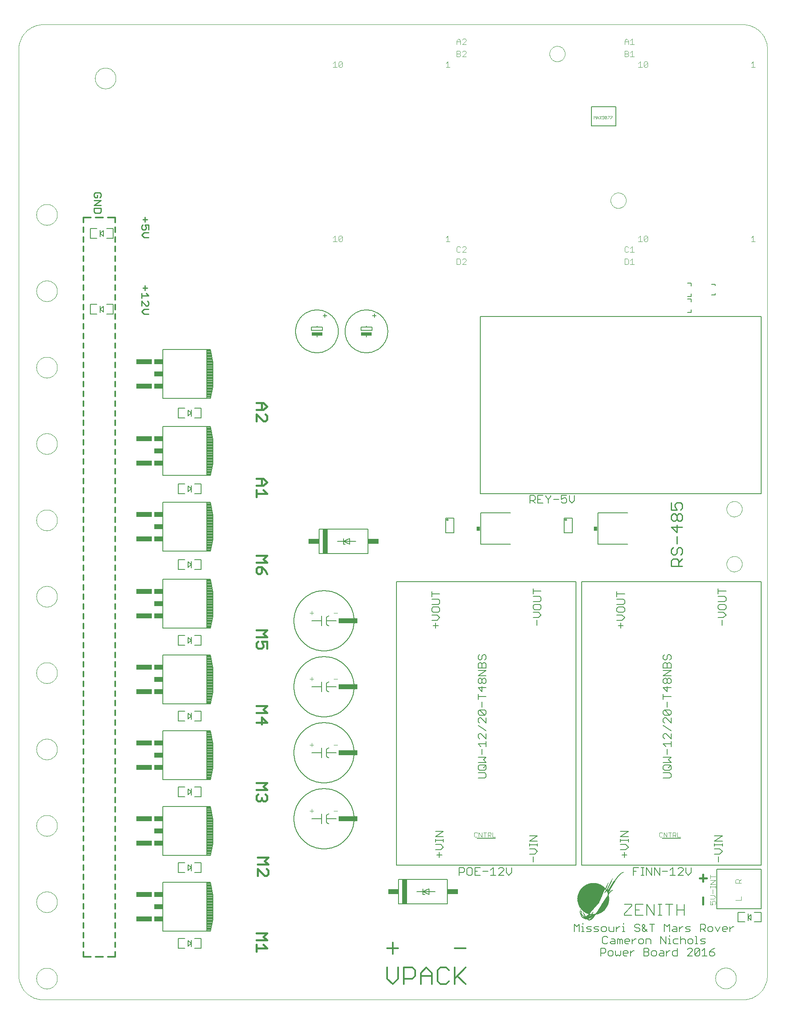
<source format=gto>
G75*
%MOIN*%
%OFA0B0*%
%FSLAX24Y24*%
%IPPOS*%
%LPD*%
%AMOC8*
5,1,8,0,0,1.08239X$1,22.5*
%
%ADD10C,0.0050*%
%ADD11C,0.0120*%
%ADD12C,0.0060*%
%ADD13C,0.0000*%
%ADD14C,0.0110*%
%ADD15C,0.0150*%
%ADD16C,0.0100*%
%ADD17C,0.0080*%
%ADD18C,0.0030*%
%ADD19C,0.0040*%
%ADD20R,0.1575X0.0394*%
%ADD21R,0.0900X0.0250*%
%ADD22R,0.0400X0.2000*%
%ADD23R,0.0850X0.0400*%
%ADD24R,0.1260X0.0413*%
%ADD25R,0.0748X0.0413*%
%ADD26C,0.0020*%
%ADD27R,0.0006X0.0002*%
%ADD28R,0.0004X0.0002*%
%ADD29R,0.0008X0.0002*%
%ADD30R,0.0034X0.0002*%
%ADD31R,0.0006X0.0002*%
%ADD32R,0.0010X0.0002*%
%ADD33R,0.0056X0.0002*%
%ADD34R,0.0008X0.0002*%
%ADD35R,0.0010X0.0002*%
%ADD36R,0.0074X0.0002*%
%ADD37R,0.0094X0.0002*%
%ADD38R,0.0002X0.0002*%
%ADD39R,0.0142X0.0002*%
%ADD40R,0.0154X0.0002*%
%ADD41R,0.0164X0.0002*%
%ADD42R,0.0178X0.0002*%
%ADD43R,0.0188X0.0002*%
%ADD44R,0.0194X0.0002*%
%ADD45R,0.0206X0.0002*%
%ADD46R,0.0214X0.0002*%
%ADD47R,0.0226X0.0002*%
%ADD48R,0.0238X0.0002*%
%ADD49R,0.0246X0.0002*%
%ADD50R,0.0252X0.0002*%
%ADD51R,0.0262X0.0002*%
%ADD52R,0.0270X0.0002*%
%ADD53R,0.0274X0.0002*%
%ADD54R,0.0280X0.0002*%
%ADD55R,0.0286X0.0002*%
%ADD56R,0.0292X0.0002*%
%ADD57R,0.0298X0.0002*%
%ADD58R,0.0304X0.0002*%
%ADD59R,0.0310X0.0002*%
%ADD60R,0.0314X0.0002*%
%ADD61R,0.0318X0.0002*%
%ADD62R,0.0326X0.0002*%
%ADD63R,0.0332X0.0002*%
%ADD64R,0.0338X0.0002*%
%ADD65R,0.0344X0.0002*%
%ADD66R,0.0350X0.0002*%
%ADD67R,0.0354X0.0002*%
%ADD68R,0.0360X0.0002*%
%ADD69R,0.0178X0.0002*%
%ADD70R,0.0128X0.0002*%
%ADD71R,0.0162X0.0002*%
%ADD72R,0.0122X0.0002*%
%ADD73R,0.0150X0.0002*%
%ADD74R,0.0118X0.0002*%
%ADD75R,0.0148X0.0002*%
%ADD76R,0.0114X0.0002*%
%ADD77R,0.0146X0.0002*%
%ADD78R,0.0108X0.0002*%
%ADD79R,0.0108X0.0002*%
%ADD80R,0.0144X0.0002*%
%ADD81R,0.0106X0.0002*%
%ADD82R,0.0144X0.0002*%
%ADD83R,0.0142X0.0002*%
%ADD84R,0.0140X0.0002*%
%ADD85R,0.0138X0.0002*%
%ADD86R,0.0114X0.0002*%
%ADD87R,0.0004X0.0002*%
%ADD88R,0.0132X0.0002*%
%ADD89R,0.0174X0.0002*%
%ADD90R,0.0132X0.0002*%
%ADD91R,0.0202X0.0002*%
%ADD92R,0.0002X0.0002*%
%ADD93R,0.0130X0.0002*%
%ADD94R,0.0208X0.0002*%
%ADD95R,0.0130X0.0002*%
%ADD96R,0.0222X0.0002*%
%ADD97R,0.0002X0.0002*%
%ADD98R,0.0244X0.0002*%
%ADD99R,0.0128X0.0002*%
%ADD100R,0.0256X0.0002*%
%ADD101R,0.0126X0.0002*%
%ADD102R,0.0266X0.0002*%
%ADD103R,0.0276X0.0002*%
%ADD104R,0.0296X0.0002*%
%ADD105R,0.0328X0.0002*%
%ADD106R,0.0126X0.0002*%
%ADD107R,0.0346X0.0002*%
%ADD108R,0.0356X0.0002*%
%ADD109R,0.0124X0.0002*%
%ADD110R,0.0366X0.0002*%
%ADD111R,0.0124X0.0002*%
%ADD112R,0.0386X0.0002*%
%ADD113R,0.0398X0.0002*%
%ADD114R,0.0122X0.0002*%
%ADD115R,0.0406X0.0002*%
%ADD116R,0.0122X0.0002*%
%ADD117R,0.0416X0.0002*%
%ADD118R,0.0424X0.0002*%
%ADD119R,0.0120X0.0002*%
%ADD120R,0.0432X0.0002*%
%ADD121R,0.0120X0.0002*%
%ADD122R,0.0446X0.0002*%
%ADD123R,0.0118X0.0002*%
%ADD124R,0.0456X0.0002*%
%ADD125R,0.0464X0.0002*%
%ADD126R,0.0474X0.0002*%
%ADD127R,0.0484X0.0002*%
%ADD128R,0.0494X0.0002*%
%ADD129R,0.0506X0.0002*%
%ADD130R,0.0514X0.0002*%
%ADD131R,0.0522X0.0002*%
%ADD132R,0.0532X0.0002*%
%ADD133R,0.0538X0.0002*%
%ADD134R,0.0546X0.0002*%
%ADD135R,0.0554X0.0002*%
%ADD136R,0.0560X0.0002*%
%ADD137R,0.0566X0.0002*%
%ADD138R,0.0194X0.0002*%
%ADD139R,0.0366X0.0002*%
%ADD140R,0.0194X0.0002*%
%ADD141R,0.0122X0.0002*%
%ADD142R,0.0196X0.0002*%
%ADD143R,0.0074X0.0002*%
%ADD144R,0.0272X0.0002*%
%ADD145R,0.0196X0.0002*%
%ADD146R,0.0070X0.0002*%
%ADD147R,0.0262X0.0002*%
%ADD148R,0.0198X0.0002*%
%ADD149R,0.0070X0.0002*%
%ADD150R,0.0256X0.0002*%
%ADD151R,0.0202X0.0002*%
%ADD152R,0.0068X0.0002*%
%ADD153R,0.0250X0.0002*%
%ADD154R,0.0068X0.0002*%
%ADD155R,0.0244X0.0002*%
%ADD156R,0.0210X0.0002*%
%ADD157R,0.0066X0.0002*%
%ADD158R,0.0240X0.0002*%
%ADD159R,0.0218X0.0002*%
%ADD160R,0.0236X0.0002*%
%ADD161R,0.0220X0.0002*%
%ADD162R,0.0236X0.0002*%
%ADD163R,0.0228X0.0002*%
%ADD164R,0.0072X0.0002*%
%ADD165R,0.0234X0.0002*%
%ADD166R,0.0312X0.0002*%
%ADD167R,0.0232X0.0002*%
%ADD168R,0.0316X0.0002*%
%ADD169R,0.0232X0.0002*%
%ADD170R,0.0318X0.0002*%
%ADD171R,0.0230X0.0002*%
%ADD172R,0.0324X0.0002*%
%ADD173R,0.0230X0.0002*%
%ADD174R,0.0336X0.0002*%
%ADD175R,0.0342X0.0002*%
%ADD176R,0.0226X0.0002*%
%ADD177R,0.0224X0.0002*%
%ADD178R,0.0124X0.0002*%
%ADD179R,0.0392X0.0002*%
%ADD180R,0.0408X0.0002*%
%ADD181R,0.0446X0.0002*%
%ADD182R,0.0724X0.0002*%
%ADD183R,0.0730X0.0002*%
%ADD184R,0.0192X0.0002*%
%ADD185R,0.0528X0.0002*%
%ADD186R,0.0530X0.0002*%
%ADD187R,0.0530X0.0002*%
%ADD188R,0.0534X0.0002*%
%ADD189R,0.0200X0.0002*%
%ADD190R,0.0534X0.0002*%
%ADD191R,0.0202X0.0002*%
%ADD192R,0.0204X0.0002*%
%ADD193R,0.0544X0.0002*%
%ADD194R,0.0210X0.0002*%
%ADD195R,0.0548X0.0002*%
%ADD196R,0.0566X0.0002*%
%ADD197R,0.0634X0.0002*%
%ADD198R,0.0632X0.0002*%
%ADD199R,0.0634X0.0002*%
%ADD200R,0.0636X0.0002*%
%ADD201R,0.0116X0.0002*%
%ADD202R,0.0638X0.0002*%
%ADD203R,0.0110X0.0002*%
%ADD204R,0.0640X0.0002*%
%ADD205R,0.0644X0.0002*%
%ADD206R,0.0104X0.0002*%
%ADD207R,0.0648X0.0002*%
%ADD208R,0.0104X0.0002*%
%ADD209R,0.0650X0.0002*%
%ADD210R,0.0102X0.0002*%
%ADD211R,0.0654X0.0002*%
%ADD212R,0.0100X0.0002*%
%ADD213R,0.0660X0.0002*%
%ADD214R,0.0098X0.0002*%
%ADD215R,0.0666X0.0002*%
%ADD216R,0.0132X0.0002*%
%ADD217R,0.0092X0.0002*%
%ADD218R,0.0670X0.0002*%
%ADD219R,0.0132X0.0002*%
%ADD220R,0.0090X0.0002*%
%ADD221R,0.0678X0.0002*%
%ADD222R,0.0134X0.0002*%
%ADD223R,0.0086X0.0002*%
%ADD224R,0.0682X0.0002*%
%ADD225R,0.0134X0.0002*%
%ADD226R,0.0084X0.0002*%
%ADD227R,0.0688X0.0002*%
%ADD228R,0.0080X0.0002*%
%ADD229R,0.0690X0.0002*%
%ADD230R,0.0138X0.0002*%
%ADD231R,0.0078X0.0002*%
%ADD232R,0.0002X0.0002*%
%ADD233R,0.0694X0.0002*%
%ADD234R,0.0076X0.0002*%
%ADD235R,0.0840X0.0002*%
%ADD236R,0.0842X0.0002*%
%ADD237R,0.0846X0.0002*%
%ADD238R,0.0078X0.0002*%
%ADD239R,0.0850X0.0002*%
%ADD240R,0.0166X0.0002*%
%ADD241R,0.0674X0.0002*%
%ADD242R,0.0168X0.0002*%
%ADD243R,0.0668X0.0002*%
%ADD244R,0.0080X0.0002*%
%ADD245R,0.0666X0.0002*%
%ADD246R,0.0168X0.0002*%
%ADD247R,0.0664X0.0002*%
%ADD248R,0.0170X0.0002*%
%ADD249R,0.0662X0.0002*%
%ADD250R,0.0076X0.0002*%
%ADD251R,0.0098X0.0002*%
%ADD252R,0.0052X0.0002*%
%ADD253R,0.0662X0.0002*%
%ADD254R,0.0094X0.0002*%
%ADD255R,0.0048X0.0002*%
%ADD256R,0.0092X0.0002*%
%ADD257R,0.0046X0.0002*%
%ADD258R,0.0090X0.0002*%
%ADD259R,0.0042X0.0002*%
%ADD260R,0.0658X0.0002*%
%ADD261R,0.0040X0.0002*%
%ADD262R,0.0656X0.0002*%
%ADD263R,0.0088X0.0002*%
%ADD264R,0.0040X0.0002*%
%ADD265R,0.0652X0.0002*%
%ADD266R,0.0066X0.0002*%
%ADD267R,0.0088X0.0002*%
%ADD268R,0.0038X0.0002*%
%ADD269R,0.0186X0.0002*%
%ADD270R,0.0460X0.0002*%
%ADD271R,0.0038X0.0002*%
%ADD272R,0.0182X0.0002*%
%ADD273R,0.0458X0.0002*%
%ADD274R,0.0064X0.0002*%
%ADD275R,0.0074X0.0002*%
%ADD276R,0.0452X0.0002*%
%ADD277R,0.0062X0.0002*%
%ADD278R,0.0176X0.0002*%
%ADD279R,0.0448X0.0002*%
%ADD280R,0.0176X0.0002*%
%ADD281R,0.0444X0.0002*%
%ADD282R,0.0062X0.0002*%
%ADD283R,0.0074X0.0002*%
%ADD284R,0.0174X0.0002*%
%ADD285R,0.0438X0.0002*%
%ADD286R,0.0060X0.0002*%
%ADD287R,0.0172X0.0002*%
%ADD288R,0.0434X0.0002*%
%ADD289R,0.0062X0.0002*%
%ADD290R,0.0170X0.0002*%
%ADD291R,0.0426X0.0002*%
%ADD292R,0.0036X0.0002*%
%ADD293R,0.0422X0.0002*%
%ADD294R,0.0062X0.0002*%
%ADD295R,0.0412X0.0002*%
%ADD296R,0.0036X0.0002*%
%ADD297R,0.0406X0.0002*%
%ADD298R,0.0058X0.0002*%
%ADD299R,0.0404X0.0002*%
%ADD300R,0.0058X0.0002*%
%ADD301R,0.0402X0.0002*%
%ADD302R,0.0060X0.0002*%
%ADD303R,0.0398X0.0002*%
%ADD304R,0.0394X0.0002*%
%ADD305R,0.0392X0.0002*%
%ADD306R,0.0164X0.0002*%
%ADD307R,0.0388X0.0002*%
%ADD308R,0.0166X0.0002*%
%ADD309R,0.0384X0.0002*%
%ADD310R,0.0380X0.0002*%
%ADD311R,0.0378X0.0002*%
%ADD312R,0.0056X0.0002*%
%ADD313R,0.0376X0.0002*%
%ADD314R,0.0034X0.0002*%
%ADD315R,0.0374X0.0002*%
%ADD316R,0.0034X0.0002*%
%ADD317R,0.0372X0.0002*%
%ADD318R,0.0054X0.0002*%
%ADD319R,0.0034X0.0002*%
%ADD320R,0.0370X0.0002*%
%ADD321R,0.0032X0.0002*%
%ADD322R,0.0172X0.0002*%
%ADD323R,0.0054X0.0002*%
%ADD324R,0.0054X0.0002*%
%ADD325R,0.0172X0.0002*%
%ADD326R,0.0032X0.0002*%
%ADD327R,0.0174X0.0002*%
%ADD328R,0.0364X0.0002*%
%ADD329R,0.0052X0.0002*%
%ADD330R,0.0032X0.0002*%
%ADD331R,0.0360X0.0002*%
%ADD332R,0.0358X0.0002*%
%ADD333R,0.0052X0.0002*%
%ADD334R,0.0356X0.0002*%
%ADD335R,0.0052X0.0002*%
%ADD336R,0.0180X0.0002*%
%ADD337R,0.0354X0.0002*%
%ADD338R,0.0050X0.0002*%
%ADD339R,0.0180X0.0002*%
%ADD340R,0.0348X0.0002*%
%ADD341R,0.0032X0.0002*%
%ADD342R,0.0182X0.0002*%
%ADD343R,0.0344X0.0002*%
%ADD344R,0.0182X0.0002*%
%ADD345R,0.0344X0.0002*%
%ADD346R,0.0050X0.0002*%
%ADD347R,0.0184X0.0002*%
%ADD348R,0.0340X0.0002*%
%ADD349R,0.0054X0.0002*%
%ADD350R,0.0184X0.0002*%
%ADD351R,0.0340X0.0002*%
%ADD352R,0.0184X0.0002*%
%ADD353R,0.0048X0.0002*%
%ADD354R,0.0336X0.0002*%
%ADD355R,0.0044X0.0002*%
%ADD356R,0.0044X0.0002*%
%ADD357R,0.0184X0.0002*%
%ADD358R,0.0332X0.0002*%
%ADD359R,0.0332X0.0002*%
%ADD360R,0.0044X0.0002*%
%ADD361R,0.0330X0.0002*%
%ADD362R,0.0046X0.0002*%
%ADD363R,0.0330X0.0002*%
%ADD364R,0.0328X0.0002*%
%ADD365R,0.0326X0.0002*%
%ADD366R,0.0322X0.0002*%
%ADD367R,0.0320X0.0002*%
%ADD368R,0.0042X0.0002*%
%ADD369R,0.0320X0.0002*%
%ADD370R,0.0042X0.0002*%
%ADD371R,0.0042X0.0002*%
%ADD372R,0.0316X0.0002*%
%ADD373R,0.0064X0.0002*%
%ADD374R,0.0064X0.0002*%
%ADD375R,0.0064X0.0002*%
%ADD376R,0.0314X0.0002*%
%ADD377R,0.0312X0.0002*%
%ADD378R,0.0312X0.0002*%
%ADD379R,0.0346X0.0002*%
%ADD380R,0.0182X0.0002*%
%ADD381R,0.0362X0.0002*%
%ADD382R,0.0388X0.0002*%
%ADD383R,0.0596X0.0002*%
%ADD384R,0.0606X0.0002*%
%ADD385R,0.0616X0.0002*%
%ADD386R,0.0030X0.0002*%
%ADD387R,0.0626X0.0002*%
%ADD388R,0.0642X0.0002*%
%ADD389R,0.0650X0.0002*%
%ADD390R,0.0656X0.0002*%
%ADD391R,0.0664X0.0002*%
%ADD392R,0.0668X0.0002*%
%ADD393R,0.0674X0.0002*%
%ADD394R,0.0680X0.0002*%
%ADD395R,0.0686X0.0002*%
%ADD396R,0.0692X0.0002*%
%ADD397R,0.0698X0.0002*%
%ADD398R,0.0082X0.0002*%
%ADD399R,0.0702X0.0002*%
%ADD400R,0.0304X0.0002*%
%ADD401R,0.0116X0.0002*%
%ADD402R,0.0072X0.0002*%
%ADD403R,0.0284X0.0002*%
%ADD404R,0.0260X0.0002*%
%ADD405R,0.0248X0.0002*%
%ADD406R,0.0242X0.0002*%
%ADD407R,0.0234X0.0002*%
%ADD408R,0.0110X0.0002*%
%ADD409R,0.0220X0.0002*%
%ADD410R,0.0112X0.0002*%
%ADD411R,0.0214X0.0002*%
%ADD412R,0.0206X0.0002*%
%ADD413R,0.0030X0.0002*%
%ADD414R,0.0216X0.0002*%
%ADD415R,0.0224X0.0002*%
%ADD416R,0.0028X0.0002*%
%ADD417R,0.0142X0.0002*%
%ADD418R,0.0240X0.0002*%
%ADD419R,0.0156X0.0002*%
%ADD420R,0.0028X0.0002*%
%ADD421R,0.0160X0.0002*%
%ADD422R,0.0260X0.0002*%
%ADD423R,0.0268X0.0002*%
%ADD424R,0.0026X0.0002*%
%ADD425R,0.0214X0.0002*%
%ADD426R,0.0278X0.0002*%
%ADD427R,0.0024X0.0002*%
%ADD428R,0.0024X0.0002*%
%ADD429R,0.0284X0.0002*%
%ADD430R,0.0022X0.0002*%
%ADD431R,0.0288X0.0002*%
%ADD432R,0.0022X0.0002*%
%ADD433R,0.0290X0.0002*%
%ADD434R,0.0022X0.0002*%
%ADD435R,0.0246X0.0002*%
%ADD436R,0.0294X0.0002*%
%ADD437R,0.0022X0.0002*%
%ADD438R,0.0252X0.0002*%
%ADD439R,0.0020X0.0002*%
%ADD440R,0.0300X0.0002*%
%ADD441R,0.0020X0.0002*%
%ADD442R,0.0262X0.0002*%
%ADD443R,0.0302X0.0002*%
%ADD444R,0.0270X0.0002*%
%ADD445R,0.0306X0.0002*%
%ADD446R,0.0276X0.0002*%
%ADD447R,0.0310X0.0002*%
%ADD448R,0.0282X0.0002*%
%ADD449R,0.0288X0.0002*%
%ADD450R,0.0018X0.0002*%
%ADD451R,0.0298X0.0002*%
%ADD452R,0.0304X0.0002*%
%ADD453R,0.0324X0.0002*%
%ADD454R,0.0018X0.0002*%
%ADD455R,0.0332X0.0002*%
%ADD456R,0.0026X0.0002*%
%ADD457R,0.0334X0.0002*%
%ADD458R,0.0334X0.0002*%
%ADD459R,0.0338X0.0002*%
%ADD460R,0.0016X0.0002*%
%ADD461R,0.0344X0.0002*%
%ADD462R,0.0348X0.0002*%
%ADD463R,0.0016X0.0002*%
%ADD464R,0.0024X0.0002*%
%ADD465R,0.0350X0.0002*%
%ADD466R,0.0352X0.0002*%
%ADD467R,0.0372X0.0002*%
%ADD468R,0.0024X0.0002*%
%ADD469R,0.0014X0.0002*%
%ADD470R,0.0378X0.0002*%
%ADD471R,0.0358X0.0002*%
%ADD472R,0.0014X0.0002*%
%ADD473R,0.0386X0.0002*%
%ADD474R,0.0362X0.0002*%
%ADD475R,0.0364X0.0002*%
%ADD476R,0.0368X0.0002*%
%ADD477R,0.0402X0.0002*%
%ADD478R,0.0368X0.0002*%
%ADD479R,0.0012X0.0002*%
%ADD480R,0.0014X0.0002*%
%ADD481R,0.0414X0.0002*%
%ADD482R,0.0374X0.0002*%
%ADD483R,0.0420X0.0002*%
%ADD484R,0.0376X0.0002*%
%ADD485R,0.0422X0.0002*%
%ADD486R,0.0428X0.0002*%
%ADD487R,0.0380X0.0002*%
%ADD488R,0.0012X0.0002*%
%ADD489R,0.0434X0.0002*%
%ADD490R,0.0382X0.0002*%
%ADD491R,0.0044X0.0002*%
%ADD492R,0.0012X0.0002*%
%ADD493R,0.0012X0.0002*%
%ADD494R,0.0450X0.0002*%
%ADD495R,0.0390X0.0002*%
%ADD496R,0.0454X0.0002*%
%ADD497R,0.0390X0.0002*%
%ADD498R,0.0464X0.0002*%
%ADD499R,0.0396X0.0002*%
%ADD500R,0.0468X0.0002*%
%ADD501R,0.0396X0.0002*%
%ADD502R,0.0474X0.0002*%
%ADD503R,0.0400X0.0002*%
%ADD504R,0.0478X0.0002*%
%ADD505R,0.0400X0.0002*%
%ADD506R,0.0488X0.0002*%
%ADD507R,0.0004X0.0002*%
%ADD508R,0.0498X0.0002*%
%ADD509R,0.0410X0.0002*%
%ADD510R,0.0502X0.0002*%
%ADD511R,0.0410X0.0002*%
%ADD512R,0.0508X0.0002*%
%ADD513R,0.0412X0.0002*%
%ADD514R,0.0512X0.0002*%
%ADD515R,0.0518X0.0002*%
%ADD516R,0.0522X0.0002*%
%ADD517R,0.0418X0.0002*%
%ADD518R,0.0528X0.0002*%
%ADD519R,0.0540X0.0002*%
%ADD520R,0.0424X0.0002*%
%ADD521R,0.0544X0.0002*%
%ADD522R,0.0550X0.0002*%
%ADD523R,0.0428X0.0002*%
%ADD524R,0.0432X0.0002*%
%ADD525R,0.0564X0.0002*%
%ADD526R,0.0568X0.0002*%
%ADD527R,0.0436X0.0002*%
%ADD528R,0.0572X0.0002*%
%ADD529R,0.0436X0.0002*%
%ADD530R,0.0576X0.0002*%
%ADD531R,0.0582X0.0002*%
%ADD532R,0.0440X0.0002*%
%ADD533R,0.0586X0.0002*%
%ADD534R,0.0440X0.0002*%
%ADD535R,0.0590X0.0002*%
%ADD536R,0.0442X0.0002*%
%ADD537R,0.0444X0.0002*%
%ADD538R,0.0598X0.0002*%
%ADD539R,0.0604X0.0002*%
%ADD540R,0.0608X0.0002*%
%ADD541R,0.0448X0.0002*%
%ADD542R,0.0612X0.0002*%
%ADD543R,0.0618X0.0002*%
%ADD544R,0.0452X0.0002*%
%ADD545R,0.0622X0.0002*%
%ADD546R,0.0452X0.0002*%
%ADD547R,0.0630X0.0002*%
%ADD548R,0.0454X0.0002*%
%ADD549R,0.0638X0.0002*%
%ADD550R,0.0458X0.0002*%
%ADD551R,0.0642X0.0002*%
%ADD552R,0.0648X0.0002*%
%ADD553R,0.0462X0.0002*%
%ADD554R,0.0652X0.0002*%
%ADD555R,0.0462X0.0002*%
%ADD556R,0.0464X0.0002*%
%ADD557R,0.0660X0.0002*%
%ADD558R,0.0464X0.0002*%
%ADD559R,0.0664X0.0002*%
%ADD560R,0.0466X0.0002*%
%ADD561R,0.0468X0.0002*%
%ADD562R,0.0014X0.0002*%
%ADD563R,0.0672X0.0002*%
%ADD564R,0.0676X0.0002*%
%ADD565R,0.0470X0.0002*%
%ADD566R,0.0682X0.0002*%
%ADD567R,0.0472X0.0002*%
%ADD568R,0.0472X0.0002*%
%ADD569R,0.0694X0.0002*%
%ADD570R,0.0696X0.0002*%
%ADD571R,0.0476X0.0002*%
%ADD572R,0.0702X0.0002*%
%ADD573R,0.0706X0.0002*%
%ADD574R,0.0478X0.0002*%
%ADD575R,0.0710X0.0002*%
%ADD576R,0.0480X0.0002*%
%ADD577R,0.0714X0.0002*%
%ADD578R,0.0480X0.0002*%
%ADD579R,0.0718X0.0002*%
%ADD580R,0.0724X0.0002*%
%ADD581R,0.0484X0.0002*%
%ADD582R,0.0726X0.0002*%
%ADD583R,0.0486X0.0002*%
%ADD584R,0.0734X0.0002*%
%ADD585R,0.0486X0.0002*%
%ADD586R,0.0738X0.0002*%
%ADD587R,0.0742X0.0002*%
%ADD588R,0.0746X0.0002*%
%ADD589R,0.0488X0.0002*%
%ADD590R,0.0752X0.0002*%
%ADD591R,0.0492X0.0002*%
%ADD592R,0.0756X0.0002*%
%ADD593R,0.0492X0.0002*%
%ADD594R,0.0758X0.0002*%
%ADD595R,0.0762X0.0002*%
%ADD596R,0.0494X0.0002*%
%ADD597R,0.0766X0.0002*%
%ADD598R,0.0770X0.0002*%
%ADD599R,0.0496X0.0002*%
%ADD600R,0.0774X0.0002*%
%ADD601R,0.0496X0.0002*%
%ADD602R,0.0778X0.0002*%
%ADD603R,0.0782X0.0002*%
%ADD604R,0.0498X0.0002*%
%ADD605R,0.0786X0.0002*%
%ADD606R,0.0790X0.0002*%
%ADD607R,0.0794X0.0002*%
%ADD608R,0.0502X0.0002*%
%ADD609R,0.0798X0.0002*%
%ADD610R,0.0502X0.0002*%
%ADD611R,0.0802X0.0002*%
%ADD612R,0.0504X0.0002*%
%ADD613R,0.0806X0.0002*%
%ADD614R,0.0504X0.0002*%
%ADD615R,0.0810X0.0002*%
%ADD616R,0.0814X0.0002*%
%ADD617R,0.0506X0.0002*%
%ADD618R,0.0816X0.0002*%
%ADD619R,0.0820X0.0002*%
%ADD620R,0.0508X0.0002*%
%ADD621R,0.0824X0.0002*%
%ADD622R,0.0828X0.0002*%
%ADD623R,0.0510X0.0002*%
%ADD624R,0.0832X0.0002*%
%ADD625R,0.0510X0.0002*%
%ADD626R,0.0836X0.0002*%
%ADD627R,0.0844X0.0002*%
%ADD628R,0.0512X0.0002*%
%ADD629R,0.0846X0.0002*%
%ADD630R,0.0514X0.0002*%
%ADD631R,0.0850X0.0002*%
%ADD632R,0.0514X0.0002*%
%ADD633R,0.0854X0.0002*%
%ADD634R,0.0858X0.0002*%
%ADD635R,0.0516X0.0002*%
%ADD636R,0.0862X0.0002*%
%ADD637R,0.0516X0.0002*%
%ADD638R,0.0866X0.0002*%
%ADD639R,0.0518X0.0002*%
%ADD640R,0.0870X0.0002*%
%ADD641R,0.0872X0.0002*%
%ADD642R,0.0876X0.0002*%
%ADD643R,0.0520X0.0002*%
%ADD644R,0.0880X0.0002*%
%ADD645R,0.0520X0.0002*%
%ADD646R,0.0884X0.0002*%
%ADD647R,0.0888X0.0002*%
%ADD648R,0.0522X0.0002*%
%ADD649R,0.0892X0.0002*%
%ADD650R,0.0896X0.0002*%
%ADD651R,0.0524X0.0002*%
%ADD652R,0.0900X0.0002*%
%ADD653R,0.0524X0.0002*%
%ADD654R,0.0902X0.0002*%
%ADD655R,0.0526X0.0002*%
%ADD656R,0.0906X0.0002*%
%ADD657R,0.0526X0.0002*%
%ADD658R,0.0910X0.0002*%
%ADD659R,0.0914X0.0002*%
%ADD660R,0.0918X0.0002*%
%ADD661R,0.0920X0.0002*%
%ADD662R,0.0924X0.0002*%
%ADD663R,0.0926X0.0002*%
%ADD664R,0.0930X0.0002*%
%ADD665R,0.0934X0.0002*%
%ADD666R,0.0938X0.0002*%
%ADD667R,0.0532X0.0002*%
%ADD668R,0.0942X0.0002*%
%ADD669R,0.0946X0.0002*%
%ADD670R,0.0950X0.0002*%
%ADD671R,0.0954X0.0002*%
%ADD672R,0.0956X0.0002*%
%ADD673R,0.0958X0.0002*%
%ADD674R,0.0962X0.0002*%
%ADD675R,0.0966X0.0002*%
%ADD676R,0.0536X0.0002*%
%ADD677R,0.0970X0.0002*%
%ADD678R,0.0536X0.0002*%
%ADD679R,0.0974X0.0002*%
%ADD680R,0.0538X0.0002*%
%ADD681R,0.0978X0.0002*%
%ADD682R,0.0980X0.0002*%
%ADD683R,0.0984X0.0002*%
%ADD684R,0.0540X0.0002*%
%ADD685R,0.0986X0.0002*%
%ADD686R,0.0990X0.0002*%
%ADD687R,0.0994X0.0002*%
%ADD688R,0.0998X0.0002*%
%ADD689R,0.1002X0.0002*%
%ADD690R,0.0542X0.0002*%
%ADD691R,0.1006X0.0002*%
%ADD692R,0.0542X0.0002*%
%ADD693R,0.1006X0.0002*%
%ADD694R,0.1010X0.0002*%
%ADD695R,0.0542X0.0002*%
%ADD696R,0.1014X0.0002*%
%ADD697R,0.1018X0.0002*%
%ADD698R,0.0544X0.0002*%
%ADD699R,0.1022X0.0002*%
%ADD700R,0.1026X0.0002*%
%ADD701R,0.1028X0.0002*%
%ADD702R,0.1030X0.0002*%
%ADD703R,0.1034X0.0002*%
%ADD704R,0.1038X0.0002*%
%ADD705R,0.0546X0.0002*%
%ADD706R,0.1042X0.0002*%
%ADD707R,0.1044X0.0002*%
%ADD708R,0.1048X0.0002*%
%ADD709R,0.1052X0.0002*%
%ADD710R,0.1056X0.0002*%
%ADD711R,0.0548X0.0002*%
%ADD712R,0.1058X0.0002*%
%ADD713R,0.1060X0.0002*%
%ADD714R,0.1064X0.0002*%
%ADD715R,0.1068X0.0002*%
%ADD716R,0.1072X0.0002*%
%ADD717R,0.0550X0.0002*%
%ADD718R,0.1074X0.0002*%
%ADD719R,0.1078X0.0002*%
%ADD720R,0.1082X0.0002*%
%ADD721R,0.1084X0.0002*%
%ADD722R,0.0552X0.0002*%
%ADD723R,0.1086X0.0002*%
%ADD724R,0.1090X0.0002*%
%ADD725R,0.1094X0.0002*%
%ADD726R,0.0552X0.0002*%
%ADD727R,0.1098X0.0002*%
%ADD728R,0.0552X0.0002*%
%ADD729R,0.1100X0.0002*%
%ADD730R,0.1104X0.0002*%
%ADD731R,0.1108X0.0002*%
%ADD732R,0.1112X0.0002*%
%ADD733R,0.0554X0.0002*%
%ADD734R,0.1114X0.0002*%
%ADD735R,0.1116X0.0002*%
%ADD736R,0.0554X0.0002*%
%ADD737R,0.1120X0.0002*%
%ADD738R,0.1124X0.0002*%
%ADD739R,0.1126X0.0002*%
%ADD740R,0.1130X0.0002*%
%ADD741R,0.1134X0.0002*%
%ADD742R,0.0556X0.0002*%
%ADD743R,0.1136X0.0002*%
%ADD744R,0.1140X0.0002*%
%ADD745R,0.1144X0.0002*%
%ADD746R,0.0556X0.0002*%
%ADD747R,0.1148X0.0002*%
%ADD748R,0.1148X0.0002*%
%ADD749R,0.1152X0.0002*%
%ADD750R,0.1156X0.0002*%
%ADD751R,0.1158X0.0002*%
%ADD752R,0.1162X0.0002*%
%ADD753R,0.1166X0.0002*%
%ADD754R,0.0558X0.0002*%
%ADD755R,0.1168X0.0002*%
%ADD756R,0.1172X0.0002*%
%ADD757R,0.1176X0.0002*%
%ADD758R,0.0558X0.0002*%
%ADD759R,0.1180X0.0002*%
%ADD760R,0.1184X0.0002*%
%ADD761R,0.1186X0.0002*%
%ADD762R,0.1190X0.0002*%
%ADD763R,0.1194X0.0002*%
%ADD764R,0.1196X0.0002*%
%ADD765R,0.1200X0.0002*%
%ADD766R,0.1204X0.0002*%
%ADD767R,0.1206X0.0002*%
%ADD768R,0.1208X0.0002*%
%ADD769R,0.1212X0.0002*%
%ADD770R,0.1214X0.0002*%
%ADD771R,0.1218X0.0002*%
%ADD772R,0.1222X0.0002*%
%ADD773R,0.0560X0.0002*%
%ADD774R,0.1224X0.0002*%
%ADD775R,0.1228X0.0002*%
%ADD776R,0.1232X0.0002*%
%ADD777R,0.1234X0.0002*%
%ADD778R,0.1238X0.0002*%
%ADD779R,0.1240X0.0002*%
%ADD780R,0.1244X0.0002*%
%ADD781R,0.1246X0.0002*%
%ADD782R,0.1248X0.0002*%
%ADD783R,0.1252X0.0002*%
%ADD784R,0.1256X0.0002*%
%ADD785R,0.1258X0.0002*%
%ADD786R,0.1262X0.0002*%
%ADD787R,0.1264X0.0002*%
%ADD788R,0.1268X0.0002*%
%ADD789R,0.1272X0.0002*%
%ADD790R,0.1274X0.0002*%
%ADD791R,0.1278X0.0002*%
%ADD792R,0.1280X0.0002*%
%ADD793R,0.1284X0.0002*%
%ADD794R,0.1286X0.0002*%
%ADD795R,0.1288X0.0002*%
%ADD796R,0.1292X0.0002*%
%ADD797R,0.1294X0.0002*%
%ADD798R,0.1298X0.0002*%
%ADD799R,0.1300X0.0002*%
%ADD800R,0.1304X0.0002*%
%ADD801R,0.1308X0.0002*%
%ADD802R,0.1310X0.0002*%
%ADD803R,0.1314X0.0002*%
%ADD804R,0.1316X0.0002*%
%ADD805R,0.1320X0.0002*%
%ADD806R,0.1322X0.0002*%
%ADD807R,0.1326X0.0002*%
%ADD808R,0.1326X0.0002*%
%ADD809R,0.1330X0.0002*%
%ADD810R,0.1334X0.0002*%
%ADD811R,0.1336X0.0002*%
%ADD812R,0.1340X0.0002*%
%ADD813R,0.1342X0.0002*%
%ADD814R,0.1346X0.0002*%
%ADD815R,0.1348X0.0002*%
%ADD816R,0.1352X0.0002*%
%ADD817R,0.1354X0.0002*%
%ADD818R,0.1358X0.0002*%
%ADD819R,0.1360X0.0002*%
%ADD820R,0.1364X0.0002*%
%ADD821R,0.1366X0.0002*%
%ADD822R,0.1368X0.0002*%
%ADD823R,0.1370X0.0002*%
%ADD824R,0.1374X0.0002*%
%ADD825R,0.1378X0.0002*%
%ADD826R,0.1380X0.0002*%
%ADD827R,0.1384X0.0002*%
%ADD828R,0.1386X0.0002*%
%ADD829R,0.1390X0.0002*%
%ADD830R,0.1392X0.0002*%
%ADD831R,0.1396X0.0002*%
%ADD832R,0.1398X0.0002*%
%ADD833R,0.1402X0.0002*%
%ADD834R,0.1404X0.0002*%
%ADD835R,0.1408X0.0002*%
%ADD836R,0.1408X0.0002*%
%ADD837R,0.1412X0.0002*%
%ADD838R,0.0554X0.0002*%
%ADD839R,0.1414X0.0002*%
%ADD840R,0.1416X0.0002*%
%ADD841R,0.1420X0.0002*%
%ADD842R,0.0552X0.0002*%
%ADD843R,0.1422X0.0002*%
%ADD844R,0.1426X0.0002*%
%ADD845R,0.1428X0.0002*%
%ADD846R,0.1432X0.0002*%
%ADD847R,0.1434X0.0002*%
%ADD848R,0.1438X0.0002*%
%ADD849R,0.1440X0.0002*%
%ADD850R,0.1444X0.0002*%
%ADD851R,0.1448X0.0002*%
%ADD852R,0.1450X0.0002*%
%ADD853R,0.1454X0.0002*%
%ADD854R,0.1456X0.0002*%
%ADD855R,0.1460X0.0002*%
%ADD856R,0.1462X0.0002*%
%ADD857R,0.1464X0.0002*%
%ADD858R,0.1468X0.0002*%
%ADD859R,0.1470X0.0002*%
%ADD860R,0.1474X0.0002*%
%ADD861R,0.1476X0.0002*%
%ADD862R,0.1480X0.0002*%
%ADD863R,0.1482X0.0002*%
%ADD864R,0.1484X0.0002*%
%ADD865R,0.1486X0.0002*%
%ADD866R,0.1488X0.0002*%
%ADD867R,0.1492X0.0002*%
%ADD868R,0.1494X0.0002*%
%ADD869R,0.1498X0.0002*%
%ADD870R,0.1500X0.0002*%
%ADD871R,0.1502X0.0002*%
%ADD872R,0.1506X0.0002*%
%ADD873R,0.1508X0.0002*%
%ADD874R,0.1512X0.0002*%
%ADD875R,0.1514X0.0002*%
%ADD876R,0.1518X0.0002*%
%ADD877R,0.1518X0.0002*%
%ADD878R,0.1520X0.0002*%
%ADD879R,0.1524X0.0002*%
%ADD880R,0.1526X0.0002*%
%ADD881R,0.1530X0.0002*%
%ADD882R,0.1532X0.0002*%
%ADD883R,0.1534X0.0002*%
%ADD884R,0.1538X0.0002*%
%ADD885R,0.1540X0.0002*%
%ADD886R,0.1544X0.0002*%
%ADD887R,0.1546X0.0002*%
%ADD888R,0.1548X0.0002*%
%ADD889R,0.1552X0.0002*%
%ADD890R,0.1554X0.0002*%
%ADD891R,0.1556X0.0002*%
%ADD892R,0.1558X0.0002*%
%ADD893R,0.1560X0.0002*%
%ADD894R,0.1564X0.0002*%
%ADD895R,0.1566X0.0002*%
%ADD896R,0.1568X0.0002*%
%ADD897R,0.0532X0.0002*%
%ADD898R,0.1572X0.0002*%
%ADD899R,0.0534X0.0002*%
%ADD900R,0.1574X0.0002*%
%ADD901R,0.1576X0.0002*%
%ADD902R,0.1580X0.0002*%
%ADD903R,0.0532X0.0002*%
%ADD904R,0.1582X0.0002*%
%ADD905R,0.1586X0.0002*%
%ADD906R,0.1588X0.0002*%
%ADD907R,0.1590X0.0002*%
%ADD908R,0.1592X0.0002*%
%ADD909R,0.1594X0.0002*%
%ADD910R,0.1596X0.0002*%
%ADD911R,0.1600X0.0002*%
%ADD912R,0.1602X0.0002*%
%ADD913R,0.1604X0.0002*%
%ADD914R,0.1608X0.0002*%
%ADD915R,0.1610X0.0002*%
%ADD916R,0.0524X0.0002*%
%ADD917R,0.1612X0.0002*%
%ADD918R,0.1616X0.0002*%
%ADD919R,0.1618X0.0002*%
%ADD920R,0.1620X0.0002*%
%ADD921R,0.1624X0.0002*%
%ADD922R,0.1624X0.0002*%
%ADD923R,0.1626X0.0002*%
%ADD924R,0.1630X0.0002*%
%ADD925R,0.1632X0.0002*%
%ADD926R,0.1634X0.0002*%
%ADD927R,0.1640X0.0002*%
%ADD928R,0.1642X0.0002*%
%ADD929R,0.1646X0.0002*%
%ADD930R,0.0514X0.0002*%
%ADD931R,0.1648X0.0002*%
%ADD932R,0.1650X0.0002*%
%ADD933R,0.1654X0.0002*%
%ADD934R,0.1656X0.0002*%
%ADD935R,0.1658X0.0002*%
%ADD936R,0.1660X0.0002*%
%ADD937R,0.1662X0.0002*%
%ADD938R,0.1664X0.0002*%
%ADD939R,0.1666X0.0002*%
%ADD940R,0.1670X0.0002*%
%ADD941R,0.1672X0.0002*%
%ADD942R,0.1674X0.0002*%
%ADD943R,0.1678X0.0002*%
%ADD944R,0.1680X0.0002*%
%ADD945R,0.1682X0.0002*%
%ADD946R,0.1686X0.0002*%
%ADD947R,0.1688X0.0002*%
%ADD948R,0.1690X0.0002*%
%ADD949R,0.0500X0.0002*%
%ADD950R,0.1692X0.0002*%
%ADD951R,0.1694X0.0002*%
%ADD952R,0.0500X0.0002*%
%ADD953R,0.1696X0.0002*%
%ADD954R,0.1698X0.0002*%
%ADD955R,0.1702X0.0002*%
%ADD956R,0.1704X0.0002*%
%ADD957R,0.1706X0.0002*%
%ADD958R,0.1708X0.0002*%
%ADD959R,0.1712X0.0002*%
%ADD960R,0.1714X0.0002*%
%ADD961R,0.0492X0.0002*%
%ADD962R,0.1716X0.0002*%
%ADD963R,0.1716X0.0002*%
%ADD964R,0.0490X0.0002*%
%ADD965R,0.1720X0.0002*%
%ADD966R,0.0490X0.0002*%
%ADD967R,0.1720X0.0002*%
%ADD968R,0.1722X0.0002*%
%ADD969R,0.1724X0.0002*%
%ADD970R,0.1726X0.0002*%
%ADD971R,0.1726X0.0002*%
%ADD972R,0.1728X0.0002*%
%ADD973R,0.0482X0.0002*%
%ADD974R,0.1730X0.0002*%
%ADD975R,0.1732X0.0002*%
%ADD976R,0.0482X0.0002*%
%ADD977R,0.1732X0.0002*%
%ADD978R,0.1736X0.0002*%
%ADD979R,0.1738X0.0002*%
%ADD980R,0.1738X0.0002*%
%ADD981R,0.1742X0.0002*%
%ADD982R,0.0476X0.0002*%
%ADD983R,0.1742X0.0002*%
%ADD984R,0.1744X0.0002*%
%ADD985R,0.1744X0.0002*%
%ADD986R,0.1746X0.0002*%
%ADD987R,0.1748X0.0002*%
%ADD988R,0.0472X0.0002*%
%ADD989R,0.1748X0.0002*%
%ADD990R,0.1750X0.0002*%
%ADD991R,0.1750X0.0002*%
%ADD992R,0.1754X0.0002*%
%ADD993R,0.1754X0.0002*%
%ADD994R,0.0466X0.0002*%
%ADD995R,0.1756X0.0002*%
%ADD996R,0.1758X0.0002*%
%ADD997R,0.1760X0.0002*%
%ADD998R,0.1760X0.0002*%
%ADD999R,0.1762X0.0002*%
%ADD1000R,0.0460X0.0002*%
%ADD1001R,0.1766X0.0002*%
%ADD1002R,0.1766X0.0002*%
%ADD1003R,0.1768X0.0002*%
%ADD1004R,0.1768X0.0002*%
%ADD1005R,0.0456X0.0002*%
%ADD1006R,0.1772X0.0002*%
%ADD1007R,0.1772X0.0002*%
%ADD1008R,0.1774X0.0002*%
%ADD1009R,0.0452X0.0002*%
%ADD1010R,0.1774X0.0002*%
%ADD1011R,0.1776X0.0002*%
%ADD1012R,0.1778X0.0002*%
%ADD1013R,0.0450X0.0002*%
%ADD1014R,0.1780X0.0002*%
%ADD1015R,0.1780X0.0002*%
%ADD1016R,0.1782X0.0002*%
%ADD1017R,0.1784X0.0002*%
%ADD1018R,0.1786X0.0002*%
%ADD1019R,0.0444X0.0002*%
%ADD1020R,0.1786X0.0002*%
%ADD1021R,0.0442X0.0002*%
%ADD1022R,0.1788X0.0002*%
%ADD1023R,0.1790X0.0002*%
%ADD1024R,0.1792X0.0002*%
%ADD1025R,0.1792X0.0002*%
%ADD1026R,0.1794X0.0002*%
%ADD1027R,0.1796X0.0002*%
%ADD1028R,0.0434X0.0002*%
%ADD1029R,0.1796X0.0002*%
%ADD1030R,0.0432X0.0002*%
%ADD1031R,0.1800X0.0002*%
%ADD1032R,0.0432X0.0002*%
%ADD1033R,0.1800X0.0002*%
%ADD1034R,0.1802X0.0002*%
%ADD1035R,0.0430X0.0002*%
%ADD1036R,0.1802X0.0002*%
%ADD1037R,0.1804X0.0002*%
%ADD1038R,0.0426X0.0002*%
%ADD1039R,0.1806X0.0002*%
%ADD1040R,0.1808X0.0002*%
%ADD1041R,0.1808X0.0002*%
%ADD1042R,0.1810X0.0002*%
%ADD1043R,0.1810X0.0002*%
%ADD1044R,0.1812X0.0002*%
%ADD1045R,0.1814X0.0002*%
%ADD1046R,0.0420X0.0002*%
%ADD1047R,0.1816X0.0002*%
%ADD1048R,0.1816X0.0002*%
%ADD1049R,0.0416X0.0002*%
%ADD1050R,0.1818X0.0002*%
%ADD1051R,0.0414X0.0002*%
%ADD1052R,0.1820X0.0002*%
%ADD1053R,0.1820X0.0002*%
%ADD1054R,0.1822X0.0002*%
%ADD1055R,0.1824X0.0002*%
%ADD1056R,0.1826X0.0002*%
%ADD1057R,0.0408X0.0002*%
%ADD1058R,0.1826X0.0002*%
%ADD1059R,0.1828X0.0002*%
%ADD1060R,0.0404X0.0002*%
%ADD1061R,0.1828X0.0002*%
%ADD1062R,0.0404X0.0002*%
%ADD1063R,0.1830X0.0002*%
%ADD1064R,0.1830X0.0002*%
%ADD1065R,0.1834X0.0002*%
%ADD1066R,0.0402X0.0002*%
%ADD1067R,0.1834X0.0002*%
%ADD1068R,0.1836X0.0002*%
%ADD1069R,0.1836X0.0002*%
%ADD1070R,0.1838X0.0002*%
%ADD1071R,0.1838X0.0002*%
%ADD1072R,0.0394X0.0002*%
%ADD1073R,0.1840X0.0002*%
%ADD1074R,0.1844X0.0002*%
%ADD1075R,0.1844X0.0002*%
%ADD1076R,0.1846X0.0002*%
%ADD1077R,0.1848X0.0002*%
%ADD1078R,0.1848X0.0002*%
%ADD1079R,0.0382X0.0002*%
%ADD1080R,0.1850X0.0002*%
%ADD1081R,0.0382X0.0002*%
%ADD1082R,0.1850X0.0002*%
%ADD1083R,0.1852X0.0002*%
%ADD1084R,0.1852X0.0002*%
%ADD1085R,0.1854X0.0002*%
%ADD1086R,0.1856X0.0002*%
%ADD1087R,0.1856X0.0002*%
%ADD1088R,0.1858X0.0002*%
%ADD1089R,0.1858X0.0002*%
%ADD1090R,0.0372X0.0002*%
%ADD1091R,0.1860X0.0002*%
%ADD1092R,0.0372X0.0002*%
%ADD1093R,0.1860X0.0002*%
%ADD1094R,0.0370X0.0002*%
%ADD1095R,0.1862X0.0002*%
%ADD1096R,0.1862X0.0002*%
%ADD1097R,0.1864X0.0002*%
%ADD1098R,0.1864X0.0002*%
%ADD1099R,0.1866X0.0002*%
%ADD1100R,0.0362X0.0002*%
%ADD1101R,0.1868X0.0002*%
%ADD1102R,0.0362X0.0002*%
%ADD1103R,0.1870X0.0002*%
%ADD1104R,0.1870X0.0002*%
%ADD1105R,0.1872X0.0002*%
%ADD1106R,0.1872X0.0002*%
%ADD1107R,0.1874X0.0002*%
%ADD1108R,0.1874X0.0002*%
%ADD1109R,0.0352X0.0002*%
%ADD1110R,0.1876X0.0002*%
%ADD1111R,0.0352X0.0002*%
%ADD1112R,0.1876X0.0002*%
%ADD1113R,0.1878X0.0002*%
%ADD1114R,0.1878X0.0002*%
%ADD1115R,0.1880X0.0002*%
%ADD1116R,0.1880X0.0002*%
%ADD1117R,0.1882X0.0002*%
%ADD1118R,0.0342X0.0002*%
%ADD1119R,0.1882X0.0002*%
%ADD1120R,0.1884X0.0002*%
%ADD1121R,0.1884X0.0002*%
%ADD1122R,0.1886X0.0002*%
%ADD1123R,0.0334X0.0002*%
%ADD1124R,0.1888X0.0002*%
%ADD1125R,0.1890X0.0002*%
%ADD1126R,0.1890X0.0002*%
%ADD1127R,0.1892X0.0002*%
%ADD1128R,0.1894X0.0002*%
%ADD1129R,0.1894X0.0002*%
%ADD1130R,0.1896X0.0002*%
%ADD1131R,0.1896X0.0002*%
%ADD1132R,0.0324X0.0002*%
%ADD1133R,0.1898X0.0002*%
%ADD1134R,0.1898X0.0002*%
%ADD1135R,0.1900X0.0002*%
%ADD1136R,0.1900X0.0002*%
%ADD1137R,0.1902X0.0002*%
%ADD1138R,0.1902X0.0002*%
%ADD1139R,0.0314X0.0002*%
%ADD1140R,0.1904X0.0002*%
%ADD1141R,0.0314X0.0002*%
%ADD1142R,0.1904X0.0002*%
%ADD1143R,0.1906X0.0002*%
%ADD1144R,0.1906X0.0002*%
%ADD1145R,0.0308X0.0002*%
%ADD1146R,0.1908X0.0002*%
%ADD1147R,0.1908X0.0002*%
%ADD1148R,0.0306X0.0002*%
%ADD1149R,0.1910X0.0002*%
%ADD1150R,0.0302X0.0002*%
%ADD1151R,0.1912X0.0002*%
%ADD1152R,0.1912X0.0002*%
%ADD1153R,0.1914X0.0002*%
%ADD1154R,0.1914X0.0002*%
%ADD1155R,0.1916X0.0002*%
%ADD1156R,0.0294X0.0002*%
%ADD1157R,0.1916X0.0002*%
%ADD1158R,0.0294X0.0002*%
%ADD1159R,0.1918X0.0002*%
%ADD1160R,0.0292X0.0002*%
%ADD1161R,0.1918X0.0002*%
%ADD1162R,0.1920X0.0002*%
%ADD1163R,0.1920X0.0002*%
%ADD1164R,0.1922X0.0002*%
%ADD1165R,0.0286X0.0002*%
%ADD1166R,0.1922X0.0002*%
%ADD1167R,0.0284X0.0002*%
%ADD1168R,0.1922X0.0002*%
%ADD1169R,0.1922X0.0002*%
%ADD1170R,0.1924X0.0002*%
%ADD1171R,0.0278X0.0002*%
%ADD1172R,0.1924X0.0002*%
%ADD1173R,0.1926X0.0002*%
%ADD1174R,0.1928X0.0002*%
%ADD1175R,0.0272X0.0002*%
%ADD1176R,0.1928X0.0002*%
%ADD1177R,0.1930X0.0002*%
%ADD1178R,0.1932X0.0002*%
%ADD1179R,0.0266X0.0002*%
%ADD1180R,0.1932X0.0002*%
%ADD1181R,0.0264X0.0002*%
%ADD1182R,0.1934X0.0002*%
%ADD1183R,0.1934X0.0002*%
%ADD1184R,0.1936X0.0002*%
%ADD1185R,0.1936X0.0002*%
%ADD1186R,0.0258X0.0002*%
%ADD1187R,0.1938X0.0002*%
%ADD1188R,0.1938X0.0002*%
%ADD1189R,0.0254X0.0002*%
%ADD1190R,0.1940X0.0002*%
%ADD1191R,0.1940X0.0002*%
%ADD1192R,0.0252X0.0002*%
%ADD1193R,0.1942X0.0002*%
%ADD1194R,0.1942X0.0002*%
%ADD1195R,0.0242X0.0002*%
%ADD1196R,0.1944X0.0002*%
%ADD1197R,0.1944X0.0002*%
%ADD1198R,0.1946X0.0002*%
%ADD1199R,0.1948X0.0002*%
%ADD1200R,0.1948X0.0002*%
%ADD1201R,0.0234X0.0002*%
%ADD1202R,0.1950X0.0002*%
%ADD1203R,0.0232X0.0002*%
%ADD1204R,0.1950X0.0002*%
%ADD1205R,0.0232X0.0002*%
%ADD1206R,0.1952X0.0002*%
%ADD1207R,0.1952X0.0002*%
%ADD1208R,0.0222X0.0002*%
%ADD1209R,0.1954X0.0002*%
%ADD1210R,0.1954X0.0002*%
%ADD1211R,0.1956X0.0002*%
%ADD1212R,0.0218X0.0002*%
%ADD1213R,0.1956X0.0002*%
%ADD1214R,0.1958X0.0002*%
%ADD1215R,0.0212X0.0002*%
%ADD1216R,0.1958X0.0002*%
%ADD1217R,0.0208X0.0002*%
%ADD1218R,0.1960X0.0002*%
%ADD1219R,0.1962X0.0002*%
%ADD1220R,0.0204X0.0002*%
%ADD1221R,0.1962X0.0002*%
%ADD1222R,0.0202X0.0002*%
%ADD1223R,0.1964X0.0002*%
%ADD1224R,0.0200X0.0002*%
%ADD1225R,0.1964X0.0002*%
%ADD1226R,0.1964X0.0002*%
%ADD1227R,0.1966X0.0002*%
%ADD1228R,0.0192X0.0002*%
%ADD1229R,0.1966X0.0002*%
%ADD1230R,0.1968X0.0002*%
%ADD1231R,0.0190X0.0002*%
%ADD1232R,0.1968X0.0002*%
%ADD1233R,0.0188X0.0002*%
%ADD1234R,0.1970X0.0002*%
%ADD1235R,0.1970X0.0002*%
%ADD1236R,0.1972X0.0002*%
%ADD1237R,0.1972X0.0002*%
%ADD1238R,0.1974X0.0002*%
%ADD1239R,0.1972X0.0002*%
%ADD1240R,0.0172X0.0002*%
%ADD1241R,0.1974X0.0002*%
%ADD1242R,0.1976X0.0002*%
%ADD1243R,0.1978X0.0002*%
%ADD1244R,0.1978X0.0002*%
%ADD1245R,0.0162X0.0002*%
%ADD1246R,0.0160X0.0002*%
%ADD1247R,0.0158X0.0002*%
%ADD1248R,0.1980X0.0002*%
%ADD1249R,0.0156X0.0002*%
%ADD1250R,0.1980X0.0002*%
%ADD1251R,0.0154X0.0002*%
%ADD1252R,0.1982X0.0002*%
%ADD1253R,0.0152X0.0002*%
%ADD1254R,0.1982X0.0002*%
%ADD1255R,0.0148X0.0002*%
%ADD1256R,0.1982X0.0002*%
%ADD1257R,0.0146X0.0002*%
%ADD1258R,0.1984X0.0002*%
%ADD1259R,0.1984X0.0002*%
%ADD1260R,0.1984X0.0002*%
%ADD1261R,0.1984X0.0002*%
%ADD1262R,0.1986X0.0002*%
%ADD1263R,0.0136X0.0002*%
%ADD1264R,0.1986X0.0002*%
%ADD1265R,0.0134X0.0002*%
%ADD1266R,0.1988X0.0002*%
%ADD1267R,0.0134X0.0002*%
%ADD1268R,0.1988X0.0002*%
%ADD1269R,0.1990X0.0002*%
%ADD1270R,0.1990X0.0002*%
%ADD1271R,0.1992X0.0002*%
%ADD1272R,0.1992X0.0002*%
%ADD1273R,0.1994X0.0002*%
%ADD1274R,0.1992X0.0002*%
%ADD1275R,0.0112X0.0002*%
%ADD1276R,0.1992X0.0002*%
%ADD1277R,0.1994X0.0002*%
%ADD1278R,0.1996X0.0002*%
%ADD1279R,0.1994X0.0002*%
%ADD1280R,0.0102X0.0002*%
%ADD1281R,0.1996X0.0002*%
%ADD1282R,0.0100X0.0002*%
%ADD1283R,0.1998X0.0002*%
%ADD1284R,0.0096X0.0002*%
%ADD1285R,0.1998X0.0002*%
%ADD1286R,0.2000X0.0002*%
%ADD1287R,0.2000X0.0002*%
%ADD1288R,0.0084X0.0002*%
%ADD1289R,0.2002X0.0002*%
%ADD1290R,0.2002X0.0002*%
%ADD1291R,0.2002X0.0002*%
%ADD1292R,0.2002X0.0002*%
%ADD1293R,0.2004X0.0002*%
%ADD1294R,0.2004X0.0002*%
%ADD1295R,0.2006X0.0002*%
%ADD1296R,0.2004X0.0002*%
%ADD1297R,0.2004X0.0002*%
%ADD1298R,0.2006X0.0002*%
%ADD1299R,0.2008X0.0002*%
%ADD1300R,0.2008X0.0002*%
%ADD1301R,0.2010X0.0002*%
%ADD1302R,0.2010X0.0002*%
%ADD1303R,0.2012X0.0002*%
%ADD1304R,0.2012X0.0002*%
%ADD1305R,0.2012X0.0002*%
%ADD1306R,0.2012X0.0002*%
%ADD1307R,0.2014X0.0002*%
%ADD1308R,0.2014X0.0002*%
%ADD1309R,0.2014X0.0002*%
%ADD1310R,0.2016X0.0002*%
%ADD1311R,0.2016X0.0002*%
%ADD1312R,0.2018X0.0002*%
%ADD1313R,0.2018X0.0002*%
%ADD1314R,0.2020X0.0002*%
%ADD1315R,0.2020X0.0002*%
%ADD1316R,0.2022X0.0002*%
%ADD1317R,0.2022X0.0002*%
%ADD1318R,0.2022X0.0002*%
%ADD1319R,0.0082X0.0002*%
%ADD1320R,0.0086X0.0002*%
%ADD1321R,0.2022X0.0002*%
%ADD1322R,0.0094X0.0002*%
%ADD1323R,0.2024X0.0002*%
%ADD1324R,0.0102X0.0002*%
%ADD1325R,0.2024X0.0002*%
%ADD1326R,0.0106X0.0002*%
%ADD1327R,0.0114X0.0002*%
%ADD1328R,0.2024X0.0002*%
%ADD1329R,0.2024X0.0002*%
%ADD1330R,0.0096X0.0002*%
%ADD1331R,0.2026X0.0002*%
%ADD1332R,0.0094X0.0002*%
%ADD1333R,0.2026X0.0002*%
%ADD1334R,0.0092X0.0002*%
%ADD1335R,0.2028X0.0002*%
%ADD1336R,0.2028X0.0002*%
%ADD1337R,0.0084X0.0002*%
%ADD1338R,0.0082X0.0002*%
%ADD1339R,0.0112X0.0002*%
%ADD1340R,0.0112X0.0002*%
%ADD1341R,0.0072X0.0002*%
%ADD1342R,0.0124X0.0002*%
%ADD1343R,0.0072X0.0002*%
%ADD1344R,0.0136X0.0002*%
%ADD1345R,0.0142X0.0002*%
%ADD1346R,0.0152X0.0002*%
%ADD1347R,0.0162X0.0002*%
%ADD1348R,0.0190X0.0002*%
%ADD1349R,0.0192X0.0002*%
%ADD1350R,0.0212X0.0002*%
%ADD1351R,0.0222X0.0002*%
%ADD1352R,0.0224X0.0002*%
%ADD1353R,0.0238X0.0002*%
%ADD1354R,0.0242X0.0002*%
%ADD1355R,0.0250X0.0002*%
%ADD1356R,0.0162X0.0002*%
%ADD1357R,0.0164X0.0002*%
%ADD1358R,0.0102X0.0002*%
%ADD1359R,0.0104X0.0002*%
%ADD1360R,0.1982X0.0002*%
%ADD1361R,0.0158X0.0002*%
%ADD1362R,0.2054X0.0002*%
%ADD1363R,0.2052X0.0002*%
%ADD1364R,0.2052X0.0002*%
%ADD1365R,0.0154X0.0002*%
%ADD1366R,0.2052X0.0002*%
%ADD1367R,0.2050X0.0002*%
%ADD1368R,0.2050X0.0002*%
%ADD1369R,0.2048X0.0002*%
%ADD1370R,0.2046X0.0002*%
%ADD1371R,0.1972X0.0002*%
%ADD1372R,0.1960X0.0002*%
%ADD1373R,0.1952X0.0002*%
%ADD1374R,0.0092X0.0002*%
%ADD1375R,0.0152X0.0002*%
%ADD1376R,0.0154X0.0002*%
%ADD1377R,0.1932X0.0002*%
%ADD1378R,0.0152X0.0002*%
%ADD1379R,0.0150X0.0002*%
%ADD1380R,0.1872X0.0002*%
%ADD1381R,0.1868X0.0002*%
%ADD1382R,0.1852X0.0002*%
%ADD1383R,0.1832X0.0002*%
%ADD1384R,0.0084X0.0002*%
%ADD1385R,0.1804X0.0002*%
%ADD1386R,0.0144X0.0002*%
%ADD1387R,0.1788X0.0002*%
%ADD1388R,0.1784X0.0002*%
%ADD1389R,0.1776X0.0002*%
%ADD1390R,0.0144X0.0002*%
%ADD1391R,0.1752X0.0002*%
%ADD1392R,0.0082X0.0002*%
%ADD1393R,0.1740X0.0002*%
%ADD1394R,0.0140X0.0002*%
%ADD1395R,0.1712X0.0002*%
%ADD1396R,0.1708X0.0002*%
%ADD1397R,0.1700X0.0002*%
%ADD1398R,0.1684X0.0002*%
%ADD1399R,0.1676X0.0002*%
%ADD1400R,0.1668X0.0002*%
%ADD1401R,0.1660X0.0002*%
%ADD1402R,0.1652X0.0002*%
%ADD1403R,0.1644X0.0002*%
%ADD1404R,0.1636X0.0002*%
%ADD1405R,0.1632X0.0002*%
%ADD1406R,0.1628X0.0002*%
%ADD1407R,0.1608X0.0002*%
%ADD1408R,0.1604X0.0002*%
%ADD1409R,0.1576X0.0002*%
%ADD1410R,0.1568X0.0002*%
%ADD1411R,0.1556X0.0002*%
%ADD1412R,0.1552X0.0002*%
%ADD1413R,0.1544X0.0002*%
%ADD1414R,0.1532X0.0002*%
%ADD1415R,0.1528X0.0002*%
%ADD1416R,0.1524X0.0002*%
%ADD1417R,0.1516X0.0002*%
%ADD1418R,0.1496X0.0002*%
%ADD1419R,0.1488X0.0002*%
%ADD1420R,0.1472X0.0002*%
%ADD1421R,0.1464X0.0002*%
%ADD1422R,0.1436X0.0002*%
%ADD1423R,0.1424X0.0002*%
%ADD1424R,0.1412X0.0002*%
%ADD1425R,0.1404X0.0002*%
%ADD1426R,0.1400X0.0002*%
%ADD1427R,0.1392X0.0002*%
%ADD1428R,0.1388X0.0002*%
%ADD1429R,0.1376X0.0002*%
%ADD1430R,0.1368X0.0002*%
%ADD1431R,0.1356X0.0002*%
%ADD1432R,0.1348X0.0002*%
%ADD1433R,0.1328X0.0002*%
%ADD1434R,0.1308X0.0002*%
%ADD1435R,0.1280X0.0002*%
%ADD1436R,0.1272X0.0002*%
%ADD1437R,0.1264X0.0002*%
%ADD1438R,0.1260X0.0002*%
%ADD1439R,0.1252X0.0002*%
%ADD1440R,0.1244X0.0002*%
%ADD1441R,0.1236X0.0002*%
%ADD1442R,0.1228X0.0002*%
%ADD1443R,0.1220X0.0002*%
%ADD1444R,0.1216X0.0002*%
%ADD1445R,0.1200X0.0002*%
%ADD1446R,0.1192X0.0002*%
%ADD1447R,0.1184X0.0002*%
%ADD1448R,0.1176X0.0002*%
%ADD1449R,0.1160X0.0002*%
%ADD1450R,0.1152X0.0002*%
%ADD1451R,0.1136X0.0002*%
%ADD1452R,0.1128X0.0002*%
%ADD1453R,0.1120X0.0002*%
%ADD1454R,0.1100X0.0002*%
%ADD1455R,0.1092X0.0002*%
%ADD1456R,0.1084X0.0002*%
%ADD1457R,0.1076X0.0002*%
%ADD1458R,0.1068X0.0002*%
%ADD1459R,0.1048X0.0002*%
%ADD1460R,0.1040X0.0002*%
%ADD1461R,0.1032X0.0002*%
%ADD1462R,0.1020X0.0002*%
%ADD1463R,0.1012X0.0002*%
%ADD1464R,0.1004X0.0002*%
%ADD1465R,0.0992X0.0002*%
%ADD1466R,0.0972X0.0002*%
%ADD1467R,0.0964X0.0002*%
%ADD1468R,0.0952X0.0002*%
%ADD1469R,0.0944X0.0002*%
%ADD1470R,0.0932X0.0002*%
%ADD1471R,0.0912X0.0002*%
%ADD1472R,0.0900X0.0002*%
%ADD1473R,0.0880X0.0002*%
%ADD1474R,0.0868X0.0002*%
%ADD1475R,0.0856X0.0002*%
%ADD1476R,0.0844X0.0002*%
%ADD1477R,0.0808X0.0002*%
%ADD1478R,0.0796X0.0002*%
%ADD1479R,0.0784X0.0002*%
%ADD1480R,0.0772X0.0002*%
%ADD1481R,0.0760X0.0002*%
%ADD1482R,0.0744X0.0002*%
%ADD1483R,0.0732X0.0002*%
%ADD1484R,0.0720X0.0002*%
%ADD1485R,0.0704X0.0002*%
%ADD1486R,0.0688X0.0002*%
%ADD1487R,0.0628X0.0002*%
%ADD1488R,0.0612X0.0002*%
%ADD1489R,0.0596X0.0002*%
%ADD1490R,0.0580X0.0002*%
%ADD1491R,0.0114X0.0002*%
%ADD1492R,0.0104X0.0002*%
%ADD1493R,0.0300X0.0340*%
D10*
X032076Y019560D02*
X032863Y019560D01*
X032863Y019166D01*
X032863Y019560D02*
X032863Y019954D01*
X033257Y019757D02*
X033257Y019560D01*
X033257Y019363D01*
X033259Y019337D01*
X033264Y019312D01*
X033272Y019288D01*
X033283Y019265D01*
X033298Y019243D01*
X033315Y019224D01*
X033334Y019207D01*
X033356Y019192D01*
X033379Y019181D01*
X033403Y019173D01*
X033428Y019168D01*
X033454Y019166D01*
X033257Y019560D02*
X034044Y019560D01*
X033454Y019954D02*
X033428Y019952D01*
X033403Y019947D01*
X033379Y019939D01*
X033356Y019928D01*
X033334Y019913D01*
X033315Y019896D01*
X033298Y019877D01*
X033283Y019856D01*
X033272Y019832D01*
X033264Y019808D01*
X033259Y019783D01*
X033257Y019757D01*
X030599Y019560D02*
X030601Y019659D01*
X030607Y019758D01*
X030617Y019857D01*
X030631Y019955D01*
X030649Y020052D01*
X030671Y020149D01*
X030696Y020245D01*
X030726Y020339D01*
X030759Y020433D01*
X030796Y020525D01*
X030837Y020615D01*
X030881Y020704D01*
X030929Y020790D01*
X030980Y020875D01*
X031035Y020958D01*
X031093Y021038D01*
X031154Y021116D01*
X031218Y021192D01*
X031285Y021265D01*
X031355Y021335D01*
X031428Y021402D01*
X031504Y021466D01*
X031582Y021527D01*
X031662Y021585D01*
X031745Y021640D01*
X031829Y021691D01*
X031916Y021739D01*
X032005Y021783D01*
X032095Y021824D01*
X032187Y021861D01*
X032281Y021894D01*
X032375Y021924D01*
X032471Y021949D01*
X032568Y021971D01*
X032665Y021989D01*
X032763Y022003D01*
X032862Y022013D01*
X032961Y022019D01*
X033060Y022021D01*
X033159Y022019D01*
X033258Y022013D01*
X033357Y022003D01*
X033455Y021989D01*
X033552Y021971D01*
X033649Y021949D01*
X033745Y021924D01*
X033839Y021894D01*
X033933Y021861D01*
X034025Y021824D01*
X034115Y021783D01*
X034204Y021739D01*
X034290Y021691D01*
X034375Y021640D01*
X034458Y021585D01*
X034538Y021527D01*
X034616Y021466D01*
X034692Y021402D01*
X034765Y021335D01*
X034835Y021265D01*
X034902Y021192D01*
X034966Y021116D01*
X035027Y021038D01*
X035085Y020958D01*
X035140Y020875D01*
X035191Y020791D01*
X035239Y020704D01*
X035283Y020615D01*
X035324Y020525D01*
X035361Y020433D01*
X035394Y020339D01*
X035424Y020245D01*
X035449Y020149D01*
X035471Y020052D01*
X035489Y019955D01*
X035503Y019857D01*
X035513Y019758D01*
X035519Y019659D01*
X035521Y019560D01*
X035519Y019461D01*
X035513Y019362D01*
X035503Y019263D01*
X035489Y019165D01*
X035471Y019068D01*
X035449Y018971D01*
X035424Y018875D01*
X035394Y018781D01*
X035361Y018687D01*
X035324Y018595D01*
X035283Y018505D01*
X035239Y018416D01*
X035191Y018330D01*
X035140Y018245D01*
X035085Y018162D01*
X035027Y018082D01*
X034966Y018004D01*
X034902Y017928D01*
X034835Y017855D01*
X034765Y017785D01*
X034692Y017718D01*
X034616Y017654D01*
X034538Y017593D01*
X034458Y017535D01*
X034375Y017480D01*
X034291Y017429D01*
X034204Y017381D01*
X034115Y017337D01*
X034025Y017296D01*
X033933Y017259D01*
X033839Y017226D01*
X033745Y017196D01*
X033649Y017171D01*
X033552Y017149D01*
X033455Y017131D01*
X033357Y017117D01*
X033258Y017107D01*
X033159Y017101D01*
X033060Y017099D01*
X032961Y017101D01*
X032862Y017107D01*
X032763Y017117D01*
X032665Y017131D01*
X032568Y017149D01*
X032471Y017171D01*
X032375Y017196D01*
X032281Y017226D01*
X032187Y017259D01*
X032095Y017296D01*
X032005Y017337D01*
X031916Y017381D01*
X031830Y017429D01*
X031745Y017480D01*
X031662Y017535D01*
X031582Y017593D01*
X031504Y017654D01*
X031428Y017718D01*
X031355Y017785D01*
X031285Y017855D01*
X031218Y017928D01*
X031154Y018004D01*
X031093Y018082D01*
X031035Y018162D01*
X030980Y018245D01*
X030929Y018329D01*
X030881Y018416D01*
X030837Y018505D01*
X030796Y018595D01*
X030759Y018687D01*
X030726Y018781D01*
X030696Y018875D01*
X030671Y018971D01*
X030649Y019068D01*
X030631Y019165D01*
X030617Y019263D01*
X030607Y019362D01*
X030601Y019461D01*
X030599Y019560D01*
X032863Y024566D02*
X032863Y024960D01*
X032863Y025354D01*
X032863Y024960D02*
X032076Y024960D01*
X030599Y024960D02*
X030601Y025059D01*
X030607Y025158D01*
X030617Y025257D01*
X030631Y025355D01*
X030649Y025452D01*
X030671Y025549D01*
X030696Y025645D01*
X030726Y025739D01*
X030759Y025833D01*
X030796Y025925D01*
X030837Y026015D01*
X030881Y026104D01*
X030929Y026190D01*
X030980Y026275D01*
X031035Y026358D01*
X031093Y026438D01*
X031154Y026516D01*
X031218Y026592D01*
X031285Y026665D01*
X031355Y026735D01*
X031428Y026802D01*
X031504Y026866D01*
X031582Y026927D01*
X031662Y026985D01*
X031745Y027040D01*
X031829Y027091D01*
X031916Y027139D01*
X032005Y027183D01*
X032095Y027224D01*
X032187Y027261D01*
X032281Y027294D01*
X032375Y027324D01*
X032471Y027349D01*
X032568Y027371D01*
X032665Y027389D01*
X032763Y027403D01*
X032862Y027413D01*
X032961Y027419D01*
X033060Y027421D01*
X033159Y027419D01*
X033258Y027413D01*
X033357Y027403D01*
X033455Y027389D01*
X033552Y027371D01*
X033649Y027349D01*
X033745Y027324D01*
X033839Y027294D01*
X033933Y027261D01*
X034025Y027224D01*
X034115Y027183D01*
X034204Y027139D01*
X034290Y027091D01*
X034375Y027040D01*
X034458Y026985D01*
X034538Y026927D01*
X034616Y026866D01*
X034692Y026802D01*
X034765Y026735D01*
X034835Y026665D01*
X034902Y026592D01*
X034966Y026516D01*
X035027Y026438D01*
X035085Y026358D01*
X035140Y026275D01*
X035191Y026191D01*
X035239Y026104D01*
X035283Y026015D01*
X035324Y025925D01*
X035361Y025833D01*
X035394Y025739D01*
X035424Y025645D01*
X035449Y025549D01*
X035471Y025452D01*
X035489Y025355D01*
X035503Y025257D01*
X035513Y025158D01*
X035519Y025059D01*
X035521Y024960D01*
X035519Y024861D01*
X035513Y024762D01*
X035503Y024663D01*
X035489Y024565D01*
X035471Y024468D01*
X035449Y024371D01*
X035424Y024275D01*
X035394Y024181D01*
X035361Y024087D01*
X035324Y023995D01*
X035283Y023905D01*
X035239Y023816D01*
X035191Y023730D01*
X035140Y023645D01*
X035085Y023562D01*
X035027Y023482D01*
X034966Y023404D01*
X034902Y023328D01*
X034835Y023255D01*
X034765Y023185D01*
X034692Y023118D01*
X034616Y023054D01*
X034538Y022993D01*
X034458Y022935D01*
X034375Y022880D01*
X034291Y022829D01*
X034204Y022781D01*
X034115Y022737D01*
X034025Y022696D01*
X033933Y022659D01*
X033839Y022626D01*
X033745Y022596D01*
X033649Y022571D01*
X033552Y022549D01*
X033455Y022531D01*
X033357Y022517D01*
X033258Y022507D01*
X033159Y022501D01*
X033060Y022499D01*
X032961Y022501D01*
X032862Y022507D01*
X032763Y022517D01*
X032665Y022531D01*
X032568Y022549D01*
X032471Y022571D01*
X032375Y022596D01*
X032281Y022626D01*
X032187Y022659D01*
X032095Y022696D01*
X032005Y022737D01*
X031916Y022781D01*
X031830Y022829D01*
X031745Y022880D01*
X031662Y022935D01*
X031582Y022993D01*
X031504Y023054D01*
X031428Y023118D01*
X031355Y023185D01*
X031285Y023255D01*
X031218Y023328D01*
X031154Y023404D01*
X031093Y023482D01*
X031035Y023562D01*
X030980Y023645D01*
X030929Y023729D01*
X030881Y023816D01*
X030837Y023905D01*
X030796Y023995D01*
X030759Y024087D01*
X030726Y024181D01*
X030696Y024275D01*
X030671Y024371D01*
X030649Y024468D01*
X030631Y024565D01*
X030617Y024663D01*
X030607Y024762D01*
X030601Y024861D01*
X030599Y024960D01*
X033257Y024960D02*
X033257Y024763D01*
X033259Y024737D01*
X033264Y024712D01*
X033272Y024688D01*
X033283Y024665D01*
X033298Y024643D01*
X033315Y024624D01*
X033334Y024607D01*
X033356Y024592D01*
X033379Y024581D01*
X033403Y024573D01*
X033428Y024568D01*
X033454Y024566D01*
X033257Y024960D02*
X033257Y025157D01*
X033259Y025183D01*
X033264Y025208D01*
X033272Y025232D01*
X033283Y025256D01*
X033298Y025277D01*
X033315Y025296D01*
X033334Y025313D01*
X033356Y025328D01*
X033379Y025339D01*
X033403Y025347D01*
X033428Y025352D01*
X033454Y025354D01*
X033257Y024960D02*
X034044Y024960D01*
X032863Y029966D02*
X032863Y030360D01*
X032863Y030754D01*
X032863Y030360D02*
X032076Y030360D01*
X030599Y030360D02*
X030601Y030459D01*
X030607Y030558D01*
X030617Y030657D01*
X030631Y030755D01*
X030649Y030852D01*
X030671Y030949D01*
X030696Y031045D01*
X030726Y031139D01*
X030759Y031233D01*
X030796Y031325D01*
X030837Y031415D01*
X030881Y031504D01*
X030929Y031590D01*
X030980Y031675D01*
X031035Y031758D01*
X031093Y031838D01*
X031154Y031916D01*
X031218Y031992D01*
X031285Y032065D01*
X031355Y032135D01*
X031428Y032202D01*
X031504Y032266D01*
X031582Y032327D01*
X031662Y032385D01*
X031745Y032440D01*
X031829Y032491D01*
X031916Y032539D01*
X032005Y032583D01*
X032095Y032624D01*
X032187Y032661D01*
X032281Y032694D01*
X032375Y032724D01*
X032471Y032749D01*
X032568Y032771D01*
X032665Y032789D01*
X032763Y032803D01*
X032862Y032813D01*
X032961Y032819D01*
X033060Y032821D01*
X033159Y032819D01*
X033258Y032813D01*
X033357Y032803D01*
X033455Y032789D01*
X033552Y032771D01*
X033649Y032749D01*
X033745Y032724D01*
X033839Y032694D01*
X033933Y032661D01*
X034025Y032624D01*
X034115Y032583D01*
X034204Y032539D01*
X034290Y032491D01*
X034375Y032440D01*
X034458Y032385D01*
X034538Y032327D01*
X034616Y032266D01*
X034692Y032202D01*
X034765Y032135D01*
X034835Y032065D01*
X034902Y031992D01*
X034966Y031916D01*
X035027Y031838D01*
X035085Y031758D01*
X035140Y031675D01*
X035191Y031591D01*
X035239Y031504D01*
X035283Y031415D01*
X035324Y031325D01*
X035361Y031233D01*
X035394Y031139D01*
X035424Y031045D01*
X035449Y030949D01*
X035471Y030852D01*
X035489Y030755D01*
X035503Y030657D01*
X035513Y030558D01*
X035519Y030459D01*
X035521Y030360D01*
X035519Y030261D01*
X035513Y030162D01*
X035503Y030063D01*
X035489Y029965D01*
X035471Y029868D01*
X035449Y029771D01*
X035424Y029675D01*
X035394Y029581D01*
X035361Y029487D01*
X035324Y029395D01*
X035283Y029305D01*
X035239Y029216D01*
X035191Y029130D01*
X035140Y029045D01*
X035085Y028962D01*
X035027Y028882D01*
X034966Y028804D01*
X034902Y028728D01*
X034835Y028655D01*
X034765Y028585D01*
X034692Y028518D01*
X034616Y028454D01*
X034538Y028393D01*
X034458Y028335D01*
X034375Y028280D01*
X034291Y028229D01*
X034204Y028181D01*
X034115Y028137D01*
X034025Y028096D01*
X033933Y028059D01*
X033839Y028026D01*
X033745Y027996D01*
X033649Y027971D01*
X033552Y027949D01*
X033455Y027931D01*
X033357Y027917D01*
X033258Y027907D01*
X033159Y027901D01*
X033060Y027899D01*
X032961Y027901D01*
X032862Y027907D01*
X032763Y027917D01*
X032665Y027931D01*
X032568Y027949D01*
X032471Y027971D01*
X032375Y027996D01*
X032281Y028026D01*
X032187Y028059D01*
X032095Y028096D01*
X032005Y028137D01*
X031916Y028181D01*
X031830Y028229D01*
X031745Y028280D01*
X031662Y028335D01*
X031582Y028393D01*
X031504Y028454D01*
X031428Y028518D01*
X031355Y028585D01*
X031285Y028655D01*
X031218Y028728D01*
X031154Y028804D01*
X031093Y028882D01*
X031035Y028962D01*
X030980Y029045D01*
X030929Y029129D01*
X030881Y029216D01*
X030837Y029305D01*
X030796Y029395D01*
X030759Y029487D01*
X030726Y029581D01*
X030696Y029675D01*
X030671Y029771D01*
X030649Y029868D01*
X030631Y029965D01*
X030617Y030063D01*
X030607Y030162D01*
X030601Y030261D01*
X030599Y030360D01*
X033257Y030360D02*
X033257Y030163D01*
X033259Y030137D01*
X033264Y030112D01*
X033272Y030088D01*
X033283Y030065D01*
X033298Y030043D01*
X033315Y030024D01*
X033334Y030007D01*
X033356Y029992D01*
X033379Y029981D01*
X033403Y029973D01*
X033428Y029968D01*
X033454Y029966D01*
X033257Y030360D02*
X033257Y030557D01*
X033259Y030583D01*
X033264Y030608D01*
X033272Y030632D01*
X033283Y030656D01*
X033298Y030677D01*
X033315Y030696D01*
X033334Y030713D01*
X033356Y030728D01*
X033379Y030739D01*
X033403Y030747D01*
X033428Y030752D01*
X033454Y030754D01*
X033257Y030360D02*
X034044Y030360D01*
X032863Y035366D02*
X032863Y035760D01*
X032863Y036154D01*
X032863Y035760D02*
X032076Y035760D01*
X030599Y035760D02*
X030601Y035859D01*
X030607Y035958D01*
X030617Y036057D01*
X030631Y036155D01*
X030649Y036252D01*
X030671Y036349D01*
X030696Y036445D01*
X030726Y036539D01*
X030759Y036633D01*
X030796Y036725D01*
X030837Y036815D01*
X030881Y036904D01*
X030929Y036990D01*
X030980Y037075D01*
X031035Y037158D01*
X031093Y037238D01*
X031154Y037316D01*
X031218Y037392D01*
X031285Y037465D01*
X031355Y037535D01*
X031428Y037602D01*
X031504Y037666D01*
X031582Y037727D01*
X031662Y037785D01*
X031745Y037840D01*
X031829Y037891D01*
X031916Y037939D01*
X032005Y037983D01*
X032095Y038024D01*
X032187Y038061D01*
X032281Y038094D01*
X032375Y038124D01*
X032471Y038149D01*
X032568Y038171D01*
X032665Y038189D01*
X032763Y038203D01*
X032862Y038213D01*
X032961Y038219D01*
X033060Y038221D01*
X033159Y038219D01*
X033258Y038213D01*
X033357Y038203D01*
X033455Y038189D01*
X033552Y038171D01*
X033649Y038149D01*
X033745Y038124D01*
X033839Y038094D01*
X033933Y038061D01*
X034025Y038024D01*
X034115Y037983D01*
X034204Y037939D01*
X034290Y037891D01*
X034375Y037840D01*
X034458Y037785D01*
X034538Y037727D01*
X034616Y037666D01*
X034692Y037602D01*
X034765Y037535D01*
X034835Y037465D01*
X034902Y037392D01*
X034966Y037316D01*
X035027Y037238D01*
X035085Y037158D01*
X035140Y037075D01*
X035191Y036991D01*
X035239Y036904D01*
X035283Y036815D01*
X035324Y036725D01*
X035361Y036633D01*
X035394Y036539D01*
X035424Y036445D01*
X035449Y036349D01*
X035471Y036252D01*
X035489Y036155D01*
X035503Y036057D01*
X035513Y035958D01*
X035519Y035859D01*
X035521Y035760D01*
X035519Y035661D01*
X035513Y035562D01*
X035503Y035463D01*
X035489Y035365D01*
X035471Y035268D01*
X035449Y035171D01*
X035424Y035075D01*
X035394Y034981D01*
X035361Y034887D01*
X035324Y034795D01*
X035283Y034705D01*
X035239Y034616D01*
X035191Y034530D01*
X035140Y034445D01*
X035085Y034362D01*
X035027Y034282D01*
X034966Y034204D01*
X034902Y034128D01*
X034835Y034055D01*
X034765Y033985D01*
X034692Y033918D01*
X034616Y033854D01*
X034538Y033793D01*
X034458Y033735D01*
X034375Y033680D01*
X034291Y033629D01*
X034204Y033581D01*
X034115Y033537D01*
X034025Y033496D01*
X033933Y033459D01*
X033839Y033426D01*
X033745Y033396D01*
X033649Y033371D01*
X033552Y033349D01*
X033455Y033331D01*
X033357Y033317D01*
X033258Y033307D01*
X033159Y033301D01*
X033060Y033299D01*
X032961Y033301D01*
X032862Y033307D01*
X032763Y033317D01*
X032665Y033331D01*
X032568Y033349D01*
X032471Y033371D01*
X032375Y033396D01*
X032281Y033426D01*
X032187Y033459D01*
X032095Y033496D01*
X032005Y033537D01*
X031916Y033581D01*
X031830Y033629D01*
X031745Y033680D01*
X031662Y033735D01*
X031582Y033793D01*
X031504Y033854D01*
X031428Y033918D01*
X031355Y033985D01*
X031285Y034055D01*
X031218Y034128D01*
X031154Y034204D01*
X031093Y034282D01*
X031035Y034362D01*
X030980Y034445D01*
X030929Y034529D01*
X030881Y034616D01*
X030837Y034705D01*
X030796Y034795D01*
X030759Y034887D01*
X030726Y034981D01*
X030696Y035075D01*
X030671Y035171D01*
X030649Y035268D01*
X030631Y035365D01*
X030617Y035463D01*
X030607Y035562D01*
X030601Y035661D01*
X030599Y035760D01*
X033257Y035760D02*
X033257Y035563D01*
X033259Y035537D01*
X033264Y035512D01*
X033272Y035488D01*
X033283Y035465D01*
X033298Y035443D01*
X033315Y035424D01*
X033334Y035407D01*
X033356Y035392D01*
X033379Y035381D01*
X033403Y035373D01*
X033428Y035368D01*
X033454Y035366D01*
X033257Y035760D02*
X033257Y035957D01*
X033259Y035983D01*
X033264Y036008D01*
X033272Y036032D01*
X033283Y036056D01*
X033298Y036077D01*
X033315Y036096D01*
X033334Y036113D01*
X033356Y036128D01*
X033379Y036139D01*
X033403Y036147D01*
X033428Y036152D01*
X033454Y036154D01*
X033257Y035760D02*
X034044Y035760D01*
X039010Y038960D02*
X053710Y038960D01*
X053710Y015760D01*
X039010Y015760D01*
X039010Y038960D01*
X043016Y042960D02*
X043016Y044160D01*
X043704Y044160D01*
X043704Y042960D01*
X043016Y042960D01*
X043107Y044032D02*
X043109Y044046D01*
X043115Y044060D01*
X043123Y044072D01*
X043135Y044080D01*
X043149Y044086D01*
X043163Y044088D01*
X043177Y044086D01*
X043191Y044080D01*
X043203Y044072D01*
X043211Y044060D01*
X043217Y044046D01*
X043219Y044032D01*
X043217Y044018D01*
X043211Y044004D01*
X043203Y043992D01*
X043191Y043984D01*
X043177Y043978D01*
X043163Y043976D01*
X043149Y043978D01*
X043135Y043984D01*
X043123Y043992D01*
X043115Y044004D01*
X043109Y044018D01*
X043107Y044032D01*
X045860Y046160D02*
X045860Y060660D01*
X068860Y060660D01*
X068860Y046160D01*
X045860Y046160D01*
X052716Y044160D02*
X052716Y042960D01*
X053404Y042960D01*
X053404Y044160D01*
X052716Y044160D01*
X052807Y044032D02*
X052809Y044046D01*
X052815Y044060D01*
X052823Y044072D01*
X052835Y044080D01*
X052849Y044086D01*
X052863Y044088D01*
X052877Y044086D01*
X052891Y044080D01*
X052903Y044072D01*
X052911Y044060D01*
X052917Y044046D01*
X052919Y044032D01*
X052917Y044018D01*
X052911Y044004D01*
X052903Y043992D01*
X052891Y043984D01*
X052877Y043978D01*
X052863Y043976D01*
X052849Y043978D01*
X052835Y043984D01*
X052823Y043992D01*
X052815Y044004D01*
X052809Y044018D01*
X052807Y044032D01*
X054160Y038960D02*
X068860Y038960D01*
X068860Y015760D01*
X054160Y015760D01*
X054160Y038960D01*
X060760Y017960D02*
X062260Y017960D01*
X065238Y015424D02*
X068860Y015424D01*
X068860Y012196D01*
X065238Y012196D01*
X065238Y015424D01*
X064183Y010936D02*
X063878Y010936D01*
X063878Y010325D01*
X063878Y010529D02*
X064183Y010529D01*
X064285Y010630D01*
X064285Y010834D01*
X064183Y010936D01*
X064082Y010529D02*
X064285Y010325D01*
X064486Y010427D02*
X064588Y010325D01*
X064791Y010325D01*
X064893Y010427D01*
X064893Y010630D01*
X064791Y010732D01*
X064588Y010732D01*
X064486Y010630D01*
X064486Y010427D01*
X065094Y010732D02*
X065297Y010325D01*
X065501Y010732D01*
X065701Y010630D02*
X065803Y010732D01*
X066007Y010732D01*
X066108Y010630D01*
X066108Y010529D01*
X065701Y010529D01*
X065701Y010630D02*
X065701Y010427D01*
X065803Y010325D01*
X066007Y010325D01*
X066309Y010325D02*
X066309Y010732D01*
X066512Y010732D02*
X066614Y010732D01*
X066512Y010732D02*
X066309Y010529D01*
X065045Y008956D02*
X064841Y008854D01*
X064638Y008650D01*
X064943Y008650D01*
X065045Y008549D01*
X065045Y008447D01*
X064943Y008345D01*
X064739Y008345D01*
X064638Y008447D01*
X064638Y008650D01*
X064437Y008345D02*
X064030Y008345D01*
X064234Y008345D02*
X064234Y008956D01*
X064030Y008752D01*
X063829Y008854D02*
X063728Y008956D01*
X063524Y008956D01*
X063422Y008854D01*
X063422Y008447D01*
X063829Y008854D01*
X063829Y008447D01*
X063728Y008345D01*
X063524Y008345D01*
X063422Y008447D01*
X063222Y008345D02*
X062815Y008345D01*
X063222Y008752D01*
X063222Y008854D01*
X063120Y008956D01*
X062916Y008956D01*
X062815Y008854D01*
X062665Y009335D02*
X062665Y009640D01*
X062563Y009742D01*
X062359Y009742D01*
X062258Y009640D01*
X062057Y009742D02*
X061752Y009742D01*
X061650Y009640D01*
X061650Y009437D01*
X061752Y009335D01*
X062057Y009335D01*
X062258Y009335D02*
X062258Y009946D01*
X062156Y010325D02*
X062156Y010732D01*
X062156Y010529D02*
X062360Y010732D01*
X062461Y010732D01*
X062663Y010630D02*
X062764Y010732D01*
X063070Y010732D01*
X062968Y010529D02*
X062764Y010529D01*
X062663Y010630D01*
X062663Y010325D02*
X062968Y010325D01*
X063070Y010427D01*
X062968Y010529D01*
X063473Y009946D02*
X063575Y009946D01*
X063575Y009335D01*
X063676Y009335D02*
X063473Y009335D01*
X063272Y009437D02*
X063272Y009640D01*
X063170Y009742D01*
X062967Y009742D01*
X062865Y009640D01*
X062865Y009437D01*
X062967Y009335D01*
X063170Y009335D01*
X063272Y009437D01*
X063878Y009335D02*
X064183Y009335D01*
X064285Y009437D01*
X064183Y009539D01*
X063980Y009539D01*
X063878Y009640D01*
X063980Y009742D01*
X064285Y009742D01*
X061956Y010325D02*
X061650Y010325D01*
X061549Y010427D01*
X061650Y010529D01*
X061956Y010529D01*
X061956Y010630D02*
X061956Y010325D01*
X061956Y010630D02*
X061854Y010732D01*
X061650Y010732D01*
X061348Y010936D02*
X061348Y010325D01*
X061346Y010047D02*
X061346Y009946D01*
X061346Y009742D02*
X061346Y009335D01*
X061245Y009335D02*
X061448Y009335D01*
X061044Y009335D02*
X061044Y009946D01*
X061245Y009742D02*
X061346Y009742D01*
X061044Y009335D02*
X060637Y009946D01*
X060637Y009335D01*
X060587Y008752D02*
X060790Y008752D01*
X060892Y008650D01*
X060892Y008345D01*
X060587Y008345D01*
X060485Y008447D01*
X060587Y008549D01*
X060892Y008549D01*
X061093Y008549D02*
X061296Y008752D01*
X061398Y008752D01*
X061599Y008650D02*
X061701Y008752D01*
X062006Y008752D01*
X062006Y008956D02*
X062006Y008345D01*
X061701Y008345D01*
X061599Y008447D01*
X061599Y008650D01*
X061093Y008752D02*
X061093Y008345D01*
X060284Y008447D02*
X060284Y008650D01*
X060183Y008752D01*
X059979Y008752D01*
X059877Y008650D01*
X059877Y008447D01*
X059979Y008345D01*
X060183Y008345D01*
X060284Y008447D01*
X059677Y008447D02*
X059575Y008345D01*
X059270Y008345D01*
X059270Y008956D01*
X059575Y008956D01*
X059677Y008854D01*
X059677Y008752D01*
X059575Y008650D01*
X059270Y008650D01*
X059575Y008650D02*
X059677Y008549D01*
X059677Y008447D01*
X059829Y009335D02*
X059829Y009640D01*
X059727Y009742D01*
X059421Y009742D01*
X059421Y009335D01*
X059221Y009437D02*
X059221Y009640D01*
X059119Y009742D01*
X058916Y009742D01*
X058814Y009640D01*
X058814Y009437D01*
X058916Y009335D01*
X059119Y009335D01*
X059221Y009437D01*
X058613Y009742D02*
X058511Y009742D01*
X058307Y009539D01*
X058107Y009539D02*
X057700Y009539D01*
X057700Y009640D02*
X057801Y009742D01*
X058005Y009742D01*
X058107Y009640D01*
X058107Y009539D01*
X058005Y009335D02*
X057801Y009335D01*
X057700Y009437D01*
X057700Y009640D01*
X057499Y009640D02*
X057499Y009335D01*
X057295Y009335D02*
X057295Y009640D01*
X057397Y009742D01*
X057499Y009640D01*
X057295Y009640D02*
X057194Y009742D01*
X057092Y009742D01*
X057092Y009335D01*
X056891Y009335D02*
X056586Y009335D01*
X056484Y009437D01*
X056586Y009539D01*
X056891Y009539D01*
X056891Y009640D02*
X056891Y009335D01*
X056891Y009640D02*
X056789Y009742D01*
X056586Y009742D01*
X056283Y009844D02*
X056182Y009946D01*
X055978Y009946D01*
X055876Y009844D01*
X055876Y009437D01*
X055978Y009335D01*
X056182Y009335D01*
X056283Y009437D01*
X056030Y008956D02*
X056132Y008854D01*
X056132Y008650D01*
X056030Y008549D01*
X055725Y008549D01*
X055725Y008345D02*
X055725Y008956D01*
X056030Y008956D01*
X056332Y008650D02*
X056332Y008447D01*
X056434Y008345D01*
X056638Y008345D01*
X056739Y008447D01*
X056739Y008650D01*
X056638Y008752D01*
X056434Y008752D01*
X056332Y008650D01*
X056940Y008752D02*
X056940Y008447D01*
X057042Y008345D01*
X057143Y008447D01*
X057245Y008345D01*
X057347Y008447D01*
X057347Y008752D01*
X057548Y008650D02*
X057649Y008752D01*
X057853Y008752D01*
X057955Y008650D01*
X057955Y008549D01*
X057548Y008549D01*
X057548Y008650D02*
X057548Y008447D01*
X057649Y008345D01*
X057853Y008345D01*
X058155Y008345D02*
X058155Y008752D01*
X058155Y008549D02*
X058359Y008752D01*
X058461Y008752D01*
X058307Y009335D02*
X058307Y009742D01*
X058612Y010325D02*
X058510Y010427D01*
X058612Y010325D02*
X058815Y010325D01*
X058917Y010427D01*
X058917Y010529D01*
X058815Y010630D01*
X058612Y010630D01*
X058510Y010732D01*
X058510Y010834D01*
X058612Y010936D01*
X058815Y010936D01*
X058917Y010834D01*
X059118Y010834D02*
X059118Y010732D01*
X059525Y010325D01*
X059525Y010529D02*
X059321Y010325D01*
X059219Y010325D01*
X059118Y010427D01*
X059118Y010529D01*
X059321Y010732D01*
X059321Y010834D01*
X059219Y010936D01*
X059118Y010834D01*
X059725Y010936D02*
X060132Y010936D01*
X059929Y010936D02*
X059929Y010325D01*
X060941Y010325D02*
X060941Y010936D01*
X061144Y010732D01*
X061348Y010936D01*
X057701Y010325D02*
X057497Y010325D01*
X057599Y010325D02*
X057599Y010732D01*
X057497Y010732D01*
X057296Y010732D02*
X057194Y010732D01*
X056991Y010529D01*
X056991Y010732D02*
X056991Y010325D01*
X056790Y010325D02*
X056790Y010732D01*
X056790Y010325D02*
X056485Y010325D01*
X056383Y010427D01*
X056383Y010732D01*
X056182Y010630D02*
X056080Y010732D01*
X055877Y010732D01*
X055775Y010630D01*
X055775Y010427D01*
X055877Y010325D01*
X056080Y010325D01*
X056182Y010427D01*
X056182Y010630D01*
X055574Y010732D02*
X055269Y010732D01*
X055167Y010630D01*
X055269Y010529D01*
X055473Y010529D01*
X055574Y010427D01*
X055473Y010325D01*
X055167Y010325D01*
X054967Y010427D02*
X054865Y010529D01*
X054661Y010529D01*
X054560Y010630D01*
X054661Y010732D01*
X054967Y010732D01*
X054967Y010427D02*
X054865Y010325D01*
X054560Y010325D01*
X054358Y010325D02*
X054155Y010325D01*
X054256Y010325D02*
X054256Y010732D01*
X054155Y010732D01*
X054256Y010936D02*
X054256Y011037D01*
X053954Y010936D02*
X053954Y010325D01*
X053547Y010325D02*
X053547Y010936D01*
X053750Y010732D01*
X053954Y010936D01*
X057599Y010936D02*
X057599Y011037D01*
X047110Y017960D02*
X045610Y017960D01*
X054976Y076273D02*
X054976Y077847D01*
X056944Y077847D01*
X056944Y076273D01*
X054976Y076273D01*
D11*
X015960Y068760D02*
X015960Y068363D01*
X015960Y067969D02*
X015960Y067572D01*
X015960Y067178D02*
X015960Y066781D01*
X015960Y066388D02*
X015960Y065990D01*
X015960Y065597D02*
X015960Y065200D01*
X015960Y064806D02*
X015960Y064409D01*
X015960Y064015D02*
X015960Y063618D01*
X015960Y063224D02*
X015960Y062827D01*
X015960Y062433D02*
X015960Y062036D01*
X015960Y061643D02*
X015960Y061245D01*
X015960Y060852D02*
X015960Y060455D01*
X015960Y060061D02*
X015960Y059664D01*
X015960Y059270D02*
X015960Y058873D01*
X015960Y058479D02*
X015960Y058082D01*
X015960Y057688D02*
X015960Y057291D01*
X015960Y056898D02*
X015960Y056500D01*
X015960Y056107D02*
X015960Y055710D01*
X015960Y055316D02*
X015960Y054919D01*
X015960Y054525D02*
X015960Y054128D01*
X015960Y053734D02*
X015960Y053337D01*
X015960Y052943D02*
X015960Y052546D01*
X015960Y052153D02*
X015960Y051756D01*
X015960Y051362D02*
X015960Y050965D01*
X015960Y050571D02*
X015960Y050174D01*
X015960Y049780D02*
X015960Y049383D01*
X015960Y048989D02*
X015960Y048592D01*
X015960Y048198D02*
X015960Y047801D01*
X015960Y047408D02*
X015960Y047011D01*
X015960Y046617D02*
X015960Y046220D01*
X015960Y045826D02*
X015960Y045429D01*
X015960Y045035D02*
X015960Y044638D01*
X015960Y044244D02*
X015960Y043847D01*
X015960Y043454D02*
X015960Y043056D01*
X015960Y042663D02*
X015960Y042266D01*
X015960Y041872D02*
X015960Y041475D01*
X015960Y041081D02*
X015960Y040684D01*
X015960Y040290D02*
X015960Y039893D01*
X015960Y039499D02*
X015960Y039102D01*
X015960Y038709D02*
X015960Y038311D01*
X015960Y037918D02*
X015960Y037521D01*
X015960Y037127D02*
X015960Y036730D01*
X015960Y036336D02*
X015960Y035939D01*
X015960Y035545D02*
X015960Y035148D01*
X015960Y034754D02*
X015960Y034357D01*
X015960Y033964D02*
X015960Y033566D01*
X015960Y033173D02*
X015960Y032776D01*
X015960Y032382D02*
X015960Y031985D01*
X015960Y031591D02*
X015960Y031194D01*
X015960Y030800D02*
X015960Y030403D01*
X015960Y030009D02*
X015960Y029612D01*
X015960Y029219D02*
X015960Y028822D01*
X015960Y028428D02*
X015960Y028031D01*
X015960Y027637D02*
X015960Y027240D01*
X015960Y026846D02*
X015960Y026449D01*
X015960Y026055D02*
X015960Y025658D01*
X015960Y025264D02*
X015960Y024867D01*
X015960Y024474D02*
X015960Y024077D01*
X015960Y023683D02*
X015960Y023286D01*
X015960Y022892D02*
X015960Y022495D01*
X015960Y022101D02*
X015960Y021704D01*
X015960Y021310D02*
X015960Y020913D01*
X015960Y020520D02*
X015960Y020122D01*
X015960Y019729D02*
X015960Y019332D01*
X015960Y018938D02*
X015960Y018541D01*
X015960Y018147D02*
X015960Y017750D01*
X015960Y017356D02*
X015960Y016959D01*
X015960Y016565D02*
X015960Y016168D01*
X015960Y015775D02*
X015960Y015377D01*
X015960Y014984D02*
X015960Y014587D01*
X015960Y014193D02*
X015960Y013796D01*
X015960Y013402D02*
X015960Y013005D01*
X015960Y012611D02*
X015960Y012214D01*
X015960Y011820D02*
X015960Y011423D01*
X015960Y011030D02*
X015960Y010632D01*
X015960Y010239D02*
X015960Y009842D01*
X015960Y009448D02*
X015960Y009051D01*
X015960Y008657D02*
X015960Y008260D01*
X015356Y008260D01*
X014962Y008260D02*
X014358Y008260D01*
X013964Y008260D02*
X013360Y008260D01*
X013360Y008657D01*
X013360Y009051D02*
X013360Y009448D01*
X013360Y009842D02*
X013360Y010239D01*
X013360Y010632D02*
X013360Y011030D01*
X013360Y011423D02*
X013360Y011820D01*
X013360Y012214D02*
X013360Y012611D01*
X013360Y013005D02*
X013360Y013402D01*
X013360Y013796D02*
X013360Y014193D01*
X013360Y014587D02*
X013360Y014984D01*
X013360Y015377D02*
X013360Y015775D01*
X013360Y016168D02*
X013360Y016565D01*
X013360Y016959D02*
X013360Y017356D01*
X013360Y017750D02*
X013360Y018147D01*
X013360Y018541D02*
X013360Y018938D01*
X013360Y019332D02*
X013360Y019729D01*
X013360Y020122D02*
X013360Y020520D01*
X013360Y020913D02*
X013360Y021310D01*
X013360Y021704D02*
X013360Y022101D01*
X013360Y022495D02*
X013360Y022892D01*
X013360Y023286D02*
X013360Y023683D01*
X013360Y024077D02*
X013360Y024474D01*
X013360Y024867D02*
X013360Y025264D01*
X013360Y025658D02*
X013360Y026055D01*
X013360Y026449D02*
X013360Y026846D01*
X013360Y027240D02*
X013360Y027637D01*
X013360Y028031D02*
X013360Y028428D01*
X013360Y028822D02*
X013360Y029219D01*
X013360Y029612D02*
X013360Y030009D01*
X013360Y030403D02*
X013360Y030800D01*
X013360Y031194D02*
X013360Y031591D01*
X013360Y031985D02*
X013360Y032382D01*
X013360Y032776D02*
X013360Y033173D01*
X013360Y033566D02*
X013360Y033964D01*
X013360Y034357D02*
X013360Y034754D01*
X013360Y035148D02*
X013360Y035545D01*
X013360Y035939D02*
X013360Y036336D01*
X013360Y036730D02*
X013360Y037127D01*
X013360Y037521D02*
X013360Y037918D01*
X013360Y038311D02*
X013360Y038709D01*
X013360Y039102D02*
X013360Y039499D01*
X013360Y039893D02*
X013360Y040290D01*
X013360Y040684D02*
X013360Y041081D01*
X013360Y041475D02*
X013360Y041872D01*
X013360Y042266D02*
X013360Y042663D01*
X013360Y043056D02*
X013360Y043454D01*
X013360Y043847D02*
X013360Y044244D01*
X013360Y044638D02*
X013360Y045035D01*
X013360Y045429D02*
X013360Y045826D01*
X013360Y046220D02*
X013360Y046617D01*
X013360Y047011D02*
X013360Y047408D01*
X013360Y047801D02*
X013360Y048198D01*
X013360Y048592D02*
X013360Y048989D01*
X013360Y049383D02*
X013360Y049780D01*
X013360Y050174D02*
X013360Y050571D01*
X013360Y050965D02*
X013360Y051362D01*
X013360Y051756D02*
X013360Y052153D01*
X013360Y052546D02*
X013360Y052943D01*
X013360Y053337D02*
X013360Y053734D01*
X013360Y054128D02*
X013360Y054525D01*
X013360Y054919D02*
X013360Y055316D01*
X013360Y055710D02*
X013360Y056107D01*
X013360Y056500D02*
X013360Y056898D01*
X013360Y057291D02*
X013360Y057688D01*
X013360Y058082D02*
X013360Y058479D01*
X013360Y058873D02*
X013360Y059270D01*
X013360Y059664D02*
X013360Y060061D01*
X013360Y060455D02*
X013360Y060852D01*
X013360Y061245D02*
X013360Y061643D01*
X013360Y062036D02*
X013360Y062433D01*
X013360Y062827D02*
X013360Y063224D01*
X013360Y063618D02*
X013360Y064015D01*
X013360Y064409D02*
X013360Y064806D01*
X013360Y065200D02*
X013360Y065597D01*
X013360Y065990D02*
X013360Y066388D01*
X013360Y066781D02*
X013360Y067178D01*
X013360Y067572D02*
X013360Y067969D01*
X013360Y068363D02*
X013360Y068760D01*
X013964Y068760D01*
X014358Y068760D02*
X014962Y068760D01*
X015356Y068760D02*
X015960Y068760D01*
X038680Y009421D02*
X038680Y008500D01*
X038220Y008961D02*
X039141Y008961D01*
X039141Y007401D02*
X039141Y006480D01*
X038680Y006020D01*
X038220Y006480D01*
X038220Y007401D01*
X039601Y007401D02*
X039601Y006020D01*
X039601Y006480D02*
X040292Y006480D01*
X040522Y006711D01*
X040522Y007171D01*
X040292Y007401D01*
X039601Y007401D01*
X040982Y006941D02*
X041443Y007401D01*
X041903Y006941D01*
X041903Y006020D01*
X042364Y006250D02*
X042594Y006020D01*
X043054Y006020D01*
X043284Y006250D01*
X043745Y006020D02*
X043745Y007401D01*
X043284Y007171D02*
X043054Y007401D01*
X042594Y007401D01*
X042364Y007171D01*
X042364Y006250D01*
X041903Y006711D02*
X040982Y006711D01*
X040982Y006941D02*
X040982Y006020D01*
X043745Y006480D02*
X044666Y007401D01*
X043975Y006711D02*
X044666Y006020D01*
X044666Y008961D02*
X043745Y008961D01*
D12*
X043173Y012610D02*
X039173Y012610D01*
X039173Y014610D01*
X043173Y014610D01*
X043173Y012610D01*
X042173Y013610D02*
X041173Y013610D01*
X041173Y013840D01*
X041173Y013610D02*
X041173Y013380D01*
X041323Y013380D01*
X041173Y013610D02*
X041673Y013380D01*
X041673Y013840D01*
X041173Y013610D01*
X040673Y013610D01*
X042510Y016390D02*
X042510Y016817D01*
X042616Y017035D02*
X042189Y017035D01*
X042189Y017462D02*
X042616Y017462D01*
X042830Y017248D01*
X042616Y017035D01*
X042723Y016604D02*
X042296Y016604D01*
X042189Y017679D02*
X042189Y017893D01*
X042189Y017786D02*
X042830Y017786D01*
X042830Y017679D02*
X042830Y017893D01*
X042830Y018109D02*
X042189Y018109D01*
X042830Y018536D01*
X042189Y018536D01*
X044128Y015581D02*
X044448Y015581D01*
X044555Y015474D01*
X044555Y015260D01*
X044448Y015154D01*
X044128Y015154D01*
X044128Y014940D02*
X044128Y015581D01*
X044773Y015474D02*
X044773Y015047D01*
X044879Y014940D01*
X045093Y014940D01*
X045200Y015047D01*
X045200Y015474D01*
X045093Y015581D01*
X044879Y015581D01*
X044773Y015474D01*
X045417Y015581D02*
X045417Y014940D01*
X045844Y014940D01*
X045631Y015260D02*
X045417Y015260D01*
X045417Y015581D02*
X045844Y015581D01*
X046062Y015260D02*
X046489Y015260D01*
X046706Y015367D02*
X046920Y015581D01*
X046920Y014940D01*
X047133Y014940D02*
X046706Y014940D01*
X047351Y014940D02*
X047778Y015367D01*
X047778Y015474D01*
X047671Y015581D01*
X047458Y015581D01*
X047351Y015474D01*
X047351Y014940D02*
X047778Y014940D01*
X047995Y015154D02*
X048209Y014940D01*
X048422Y015154D01*
X048422Y015581D01*
X047995Y015581D02*
X047995Y015154D01*
X049889Y016671D02*
X050316Y016671D01*
X050530Y016885D01*
X050316Y017098D01*
X049889Y017098D01*
X049889Y017316D02*
X049889Y017529D01*
X049889Y017423D02*
X050530Y017423D01*
X050530Y017529D02*
X050530Y017316D01*
X050530Y017745D02*
X049889Y017745D01*
X050530Y018172D01*
X049889Y018172D01*
X050210Y016454D02*
X050210Y016027D01*
X046223Y022890D02*
X046330Y022997D01*
X046330Y023210D01*
X046223Y023317D01*
X045689Y023317D01*
X045796Y023535D02*
X045689Y023641D01*
X045689Y023855D01*
X045796Y023962D01*
X046223Y023962D01*
X046330Y023855D01*
X046330Y023641D01*
X046223Y023535D01*
X045796Y023535D01*
X046116Y023748D02*
X046330Y023962D01*
X046330Y024179D02*
X046116Y024393D01*
X046330Y024606D01*
X045689Y024606D01*
X046010Y024824D02*
X046010Y025251D01*
X045903Y025468D02*
X045689Y025682D01*
X046330Y025682D01*
X046330Y025895D02*
X046330Y025468D01*
X046330Y026113D02*
X045903Y026540D01*
X045796Y026540D01*
X045689Y026433D01*
X045689Y026220D01*
X045796Y026113D01*
X046330Y026113D02*
X046330Y026540D01*
X046330Y026757D02*
X045689Y027184D01*
X045796Y027402D02*
X045689Y027509D01*
X045689Y027722D01*
X045796Y027829D01*
X045903Y027829D01*
X046330Y027402D01*
X046330Y027829D01*
X046223Y028046D02*
X045796Y028473D01*
X046223Y028473D01*
X046330Y028367D01*
X046330Y028153D01*
X046223Y028046D01*
X045796Y028046D01*
X045689Y028153D01*
X045689Y028367D01*
X045796Y028473D01*
X046010Y028691D02*
X046010Y029118D01*
X045689Y029335D02*
X045689Y029763D01*
X045689Y029549D02*
X046330Y029549D01*
X046010Y029980D02*
X046010Y030407D01*
X046116Y030625D02*
X046010Y030731D01*
X046010Y030945D01*
X046116Y031052D01*
X046223Y031052D01*
X046330Y030945D01*
X046330Y030731D01*
X046223Y030625D01*
X046116Y030625D01*
X046010Y030731D02*
X045903Y030625D01*
X045796Y030625D01*
X045689Y030731D01*
X045689Y030945D01*
X045796Y031052D01*
X045903Y031052D01*
X046010Y030945D01*
X046330Y031269D02*
X045689Y031269D01*
X046330Y031696D01*
X045689Y031696D01*
X045689Y031914D02*
X045689Y032234D01*
X045796Y032341D01*
X045903Y032341D01*
X046010Y032234D01*
X046010Y031914D01*
X046010Y032234D02*
X046116Y032341D01*
X046223Y032341D01*
X046330Y032234D01*
X046330Y031914D01*
X045689Y031914D01*
X045796Y032558D02*
X045903Y032558D01*
X046010Y032665D01*
X046010Y032879D01*
X046116Y032985D01*
X046223Y032985D01*
X046330Y032879D01*
X046330Y032665D01*
X046223Y032558D01*
X045796Y032558D02*
X045689Y032665D01*
X045689Y032879D01*
X045796Y032985D01*
X045689Y030300D02*
X046010Y029980D01*
X046330Y030300D02*
X045689Y030300D01*
X042210Y035167D02*
X042210Y035594D01*
X042316Y035812D02*
X042530Y036025D01*
X042316Y036239D01*
X041889Y036239D01*
X041996Y036456D02*
X042423Y036456D01*
X042530Y036563D01*
X042530Y036777D01*
X042423Y036883D01*
X041996Y036883D01*
X041889Y036777D01*
X041889Y036563D01*
X041996Y036456D01*
X041889Y035812D02*
X042316Y035812D01*
X042423Y035381D02*
X041996Y035381D01*
X041889Y037101D02*
X042423Y037101D01*
X042530Y037208D01*
X042530Y037421D01*
X042423Y037528D01*
X041889Y037528D01*
X041889Y037745D02*
X041889Y038172D01*
X041889Y037959D02*
X042530Y037959D01*
X036660Y041260D02*
X032660Y041260D01*
X032660Y043260D01*
X036660Y043260D01*
X036660Y041260D01*
X035660Y042260D02*
X034660Y042260D01*
X034660Y042490D01*
X034660Y042260D02*
X034660Y042030D01*
X034810Y042030D01*
X034660Y042260D02*
X035160Y042030D01*
X035160Y042490D01*
X034660Y042260D01*
X034160Y042260D01*
X032485Y058998D02*
X032485Y059198D01*
X030735Y059448D02*
X030737Y059531D01*
X030743Y059614D01*
X030753Y059697D01*
X030767Y059779D01*
X030784Y059861D01*
X030806Y059941D01*
X030831Y060020D01*
X030860Y060098D01*
X030893Y060175D01*
X030930Y060250D01*
X030969Y060323D01*
X031013Y060394D01*
X031059Y060463D01*
X031109Y060530D01*
X031162Y060594D01*
X031218Y060656D01*
X031277Y060715D01*
X031339Y060771D01*
X031403Y060824D01*
X031470Y060874D01*
X031539Y060920D01*
X031610Y060964D01*
X031683Y061003D01*
X031758Y061040D01*
X031835Y061073D01*
X031913Y061102D01*
X031992Y061127D01*
X032072Y061149D01*
X032154Y061166D01*
X032236Y061180D01*
X032319Y061190D01*
X032402Y061196D01*
X032485Y061198D01*
X032568Y061196D01*
X032651Y061190D01*
X032734Y061180D01*
X032816Y061166D01*
X032898Y061149D01*
X032978Y061127D01*
X033057Y061102D01*
X033135Y061073D01*
X033212Y061040D01*
X033287Y061003D01*
X033360Y060964D01*
X033431Y060920D01*
X033500Y060874D01*
X033567Y060824D01*
X033631Y060771D01*
X033693Y060715D01*
X033752Y060656D01*
X033808Y060594D01*
X033861Y060530D01*
X033911Y060463D01*
X033957Y060394D01*
X034001Y060323D01*
X034040Y060250D01*
X034077Y060175D01*
X034110Y060098D01*
X034139Y060020D01*
X034164Y059941D01*
X034186Y059861D01*
X034203Y059779D01*
X034217Y059697D01*
X034227Y059614D01*
X034233Y059531D01*
X034235Y059448D01*
X034233Y059365D01*
X034227Y059282D01*
X034217Y059199D01*
X034203Y059117D01*
X034186Y059035D01*
X034164Y058955D01*
X034139Y058876D01*
X034110Y058798D01*
X034077Y058721D01*
X034040Y058646D01*
X034001Y058573D01*
X033957Y058502D01*
X033911Y058433D01*
X033861Y058366D01*
X033808Y058302D01*
X033752Y058240D01*
X033693Y058181D01*
X033631Y058125D01*
X033567Y058072D01*
X033500Y058022D01*
X033431Y057976D01*
X033360Y057932D01*
X033287Y057893D01*
X033212Y057856D01*
X033135Y057823D01*
X033057Y057794D01*
X032978Y057769D01*
X032898Y057747D01*
X032816Y057730D01*
X032734Y057716D01*
X032651Y057706D01*
X032568Y057700D01*
X032485Y057698D01*
X032402Y057700D01*
X032319Y057706D01*
X032236Y057716D01*
X032154Y057730D01*
X032072Y057747D01*
X031992Y057769D01*
X031913Y057794D01*
X031835Y057823D01*
X031758Y057856D01*
X031683Y057893D01*
X031610Y057932D01*
X031539Y057976D01*
X031470Y058022D01*
X031403Y058072D01*
X031339Y058125D01*
X031277Y058181D01*
X031218Y058240D01*
X031162Y058302D01*
X031109Y058366D01*
X031059Y058433D01*
X031013Y058502D01*
X030969Y058573D01*
X030930Y058646D01*
X030893Y058721D01*
X030860Y058798D01*
X030831Y058876D01*
X030806Y058955D01*
X030784Y059035D01*
X030767Y059117D01*
X030753Y059199D01*
X030743Y059282D01*
X030737Y059365D01*
X030735Y059448D01*
X032035Y059548D02*
X032935Y059548D01*
X032935Y059798D01*
X032485Y059798D01*
X032035Y059798D01*
X032035Y059548D01*
X032485Y059798D02*
X032485Y059898D01*
X033135Y060598D02*
X033135Y060898D01*
X033285Y060748D02*
X032985Y060748D01*
X036085Y059798D02*
X036085Y059548D01*
X036985Y059548D01*
X036985Y059798D01*
X036535Y059798D01*
X036085Y059798D01*
X036535Y059798D02*
X036535Y059898D01*
X034785Y059448D02*
X034787Y059531D01*
X034793Y059614D01*
X034803Y059697D01*
X034817Y059779D01*
X034834Y059861D01*
X034856Y059941D01*
X034881Y060020D01*
X034910Y060098D01*
X034943Y060175D01*
X034980Y060250D01*
X035019Y060323D01*
X035063Y060394D01*
X035109Y060463D01*
X035159Y060530D01*
X035212Y060594D01*
X035268Y060656D01*
X035327Y060715D01*
X035389Y060771D01*
X035453Y060824D01*
X035520Y060874D01*
X035589Y060920D01*
X035660Y060964D01*
X035733Y061003D01*
X035808Y061040D01*
X035885Y061073D01*
X035963Y061102D01*
X036042Y061127D01*
X036122Y061149D01*
X036204Y061166D01*
X036286Y061180D01*
X036369Y061190D01*
X036452Y061196D01*
X036535Y061198D01*
X036618Y061196D01*
X036701Y061190D01*
X036784Y061180D01*
X036866Y061166D01*
X036948Y061149D01*
X037028Y061127D01*
X037107Y061102D01*
X037185Y061073D01*
X037262Y061040D01*
X037337Y061003D01*
X037410Y060964D01*
X037481Y060920D01*
X037550Y060874D01*
X037617Y060824D01*
X037681Y060771D01*
X037743Y060715D01*
X037802Y060656D01*
X037858Y060594D01*
X037911Y060530D01*
X037961Y060463D01*
X038007Y060394D01*
X038051Y060323D01*
X038090Y060250D01*
X038127Y060175D01*
X038160Y060098D01*
X038189Y060020D01*
X038214Y059941D01*
X038236Y059861D01*
X038253Y059779D01*
X038267Y059697D01*
X038277Y059614D01*
X038283Y059531D01*
X038285Y059448D01*
X038283Y059365D01*
X038277Y059282D01*
X038267Y059199D01*
X038253Y059117D01*
X038236Y059035D01*
X038214Y058955D01*
X038189Y058876D01*
X038160Y058798D01*
X038127Y058721D01*
X038090Y058646D01*
X038051Y058573D01*
X038007Y058502D01*
X037961Y058433D01*
X037911Y058366D01*
X037858Y058302D01*
X037802Y058240D01*
X037743Y058181D01*
X037681Y058125D01*
X037617Y058072D01*
X037550Y058022D01*
X037481Y057976D01*
X037410Y057932D01*
X037337Y057893D01*
X037262Y057856D01*
X037185Y057823D01*
X037107Y057794D01*
X037028Y057769D01*
X036948Y057747D01*
X036866Y057730D01*
X036784Y057716D01*
X036701Y057706D01*
X036618Y057700D01*
X036535Y057698D01*
X036452Y057700D01*
X036369Y057706D01*
X036286Y057716D01*
X036204Y057730D01*
X036122Y057747D01*
X036042Y057769D01*
X035963Y057794D01*
X035885Y057823D01*
X035808Y057856D01*
X035733Y057893D01*
X035660Y057932D01*
X035589Y057976D01*
X035520Y058022D01*
X035453Y058072D01*
X035389Y058125D01*
X035327Y058181D01*
X035268Y058240D01*
X035212Y058302D01*
X035159Y058366D01*
X035109Y058433D01*
X035063Y058502D01*
X035019Y058573D01*
X034980Y058646D01*
X034943Y058721D01*
X034910Y058798D01*
X034881Y058876D01*
X034856Y058955D01*
X034834Y059035D01*
X034817Y059117D01*
X034803Y059199D01*
X034793Y059282D01*
X034787Y059365D01*
X034785Y059448D01*
X036535Y059198D02*
X036535Y058998D01*
X037185Y060598D02*
X037185Y060898D01*
X037335Y060748D02*
X037035Y060748D01*
X049923Y046031D02*
X050243Y046031D01*
X050350Y045924D01*
X050350Y045710D01*
X050243Y045604D01*
X049923Y045604D01*
X050136Y045604D02*
X050350Y045390D01*
X050567Y045390D02*
X050994Y045390D01*
X050781Y045710D02*
X050567Y045710D01*
X050567Y045390D02*
X050567Y046031D01*
X050994Y046031D01*
X051212Y046031D02*
X051212Y045924D01*
X051425Y045710D01*
X051425Y045390D01*
X051425Y045710D02*
X051639Y045924D01*
X051639Y046031D01*
X051856Y045710D02*
X052283Y045710D01*
X052501Y045710D02*
X052714Y045817D01*
X052821Y045817D01*
X052928Y045710D01*
X052928Y045497D01*
X052821Y045390D01*
X052608Y045390D01*
X052501Y045497D01*
X052501Y045710D02*
X052501Y046031D01*
X052928Y046031D01*
X053145Y046031D02*
X053145Y045604D01*
X053359Y045390D01*
X053572Y045604D01*
X053572Y046031D01*
X049923Y046031D02*
X049923Y045390D01*
X050189Y038395D02*
X050189Y037968D01*
X050189Y038182D02*
X050830Y038182D01*
X050723Y037751D02*
X050189Y037751D01*
X050189Y037324D02*
X050723Y037324D01*
X050830Y037430D01*
X050830Y037644D01*
X050723Y037751D01*
X050723Y037106D02*
X050296Y037106D01*
X050189Y036999D01*
X050189Y036786D01*
X050296Y036679D01*
X050723Y036679D01*
X050830Y036786D01*
X050830Y036999D01*
X050723Y037106D01*
X050616Y036462D02*
X050189Y036462D01*
X050189Y036035D02*
X050616Y036035D01*
X050830Y036248D01*
X050616Y036462D01*
X050510Y035817D02*
X050510Y035390D01*
X057039Y035812D02*
X057466Y035812D01*
X057680Y036025D01*
X057466Y036239D01*
X057039Y036239D01*
X057146Y036456D02*
X057039Y036563D01*
X057039Y036777D01*
X057146Y036883D01*
X057573Y036883D01*
X057680Y036777D01*
X057680Y036563D01*
X057573Y036456D01*
X057146Y036456D01*
X057039Y037101D02*
X057573Y037101D01*
X057680Y037208D01*
X057680Y037421D01*
X057573Y037528D01*
X057039Y037528D01*
X057039Y037745D02*
X057039Y038172D01*
X057039Y037959D02*
X057680Y037959D01*
X057360Y035594D02*
X057360Y035167D01*
X057573Y035381D02*
X057146Y035381D01*
X060839Y032879D02*
X060839Y032665D01*
X060946Y032558D01*
X061053Y032558D01*
X061160Y032665D01*
X061160Y032879D01*
X061266Y032985D01*
X061373Y032985D01*
X061480Y032879D01*
X061480Y032665D01*
X061373Y032558D01*
X061373Y032341D02*
X061480Y032234D01*
X061480Y031914D01*
X060839Y031914D01*
X060839Y032234D01*
X060946Y032341D01*
X061053Y032341D01*
X061160Y032234D01*
X061160Y031914D01*
X061160Y032234D02*
X061266Y032341D01*
X061373Y032341D01*
X061480Y031696D02*
X060839Y031696D01*
X060839Y031269D02*
X061480Y031696D01*
X061480Y031269D02*
X060839Y031269D01*
X060946Y031052D02*
X060839Y030945D01*
X060839Y030731D01*
X060946Y030625D01*
X061053Y030625D01*
X061160Y030731D01*
X061160Y030945D01*
X061266Y031052D01*
X061373Y031052D01*
X061480Y030945D01*
X061480Y030731D01*
X061373Y030625D01*
X061266Y030625D01*
X061160Y030731D01*
X061160Y030945D02*
X061053Y031052D01*
X060946Y031052D01*
X061160Y030407D02*
X061160Y029980D01*
X060839Y030300D01*
X061480Y030300D01*
X061480Y029549D02*
X060839Y029549D01*
X060839Y029335D02*
X060839Y029763D01*
X061160Y029118D02*
X061160Y028691D01*
X061373Y028473D02*
X061480Y028367D01*
X061480Y028153D01*
X061373Y028046D01*
X060946Y028473D01*
X061373Y028473D01*
X061373Y028046D02*
X060946Y028046D01*
X060839Y028153D01*
X060839Y028367D01*
X060946Y028473D01*
X060946Y027829D02*
X060839Y027722D01*
X060839Y027509D01*
X060946Y027402D01*
X060839Y027184D02*
X061480Y026757D01*
X061480Y026540D02*
X061480Y026113D01*
X061053Y026540D01*
X060946Y026540D01*
X060839Y026433D01*
X060839Y026220D01*
X060946Y026113D01*
X060839Y025682D02*
X061480Y025682D01*
X061480Y025895D02*
X061480Y025468D01*
X061160Y025251D02*
X061160Y024824D01*
X061480Y024606D02*
X060839Y024606D01*
X060839Y024179D02*
X061480Y024179D01*
X061266Y024393D01*
X061480Y024606D01*
X061480Y023962D02*
X061266Y023748D01*
X061373Y023535D02*
X061480Y023641D01*
X061480Y023855D01*
X061373Y023962D01*
X060946Y023962D01*
X060839Y023855D01*
X060839Y023641D01*
X060946Y023535D01*
X061373Y023535D01*
X061373Y023317D02*
X060839Y023317D01*
X060839Y022890D02*
X061373Y022890D01*
X061480Y022997D01*
X061480Y023210D01*
X061373Y023317D01*
X061053Y025468D02*
X060839Y025682D01*
X061480Y027402D02*
X061053Y027829D01*
X060946Y027829D01*
X061480Y027829D02*
X061480Y027402D01*
X060839Y032879D02*
X060946Y032985D01*
X065339Y036035D02*
X065766Y036035D01*
X065980Y036248D01*
X065766Y036462D01*
X065339Y036462D01*
X065446Y036679D02*
X065339Y036786D01*
X065339Y036999D01*
X065446Y037106D01*
X065873Y037106D01*
X065980Y036999D01*
X065980Y036786D01*
X065873Y036679D01*
X065446Y036679D01*
X065339Y037324D02*
X065873Y037324D01*
X065980Y037430D01*
X065980Y037644D01*
X065873Y037751D01*
X065339Y037751D01*
X065339Y037968D02*
X065339Y038395D01*
X065339Y038182D02*
X065980Y038182D01*
X065660Y035817D02*
X065660Y035390D01*
X065680Y018172D02*
X065039Y018172D01*
X065039Y017745D02*
X065680Y018172D01*
X065680Y017745D02*
X065039Y017745D01*
X065039Y017529D02*
X065039Y017316D01*
X065039Y017423D02*
X065680Y017423D01*
X065680Y017529D02*
X065680Y017316D01*
X065466Y017098D02*
X065039Y017098D01*
X065039Y016671D02*
X065466Y016671D01*
X065680Y016885D01*
X065466Y017098D01*
X065360Y016454D02*
X065360Y016027D01*
X063122Y015581D02*
X063122Y015154D01*
X062909Y014940D01*
X062695Y015154D01*
X062695Y015581D01*
X062478Y015474D02*
X062371Y015581D01*
X062158Y015581D01*
X062051Y015474D01*
X062478Y015474D02*
X062478Y015367D01*
X062051Y014940D01*
X062478Y014940D01*
X061833Y014940D02*
X061406Y014940D01*
X061620Y014940D02*
X061620Y015581D01*
X061406Y015367D01*
X061189Y015260D02*
X060762Y015260D01*
X060544Y014940D02*
X060544Y015581D01*
X060117Y015581D02*
X060544Y014940D01*
X060117Y014940D02*
X060117Y015581D01*
X059900Y015581D02*
X059900Y014940D01*
X059473Y015581D01*
X059473Y014940D01*
X059257Y014940D02*
X059043Y014940D01*
X059150Y014940D02*
X059150Y015581D01*
X059043Y015581D02*
X059257Y015581D01*
X058825Y015581D02*
X058398Y015581D01*
X058398Y014940D01*
X058398Y015260D02*
X058612Y015260D01*
X057873Y016604D02*
X057446Y016604D01*
X057660Y016817D02*
X057660Y016390D01*
X057766Y017035D02*
X057980Y017248D01*
X057766Y017462D01*
X057339Y017462D01*
X057339Y017679D02*
X057339Y017893D01*
X057339Y017786D02*
X057980Y017786D01*
X057980Y017679D02*
X057980Y017893D01*
X057980Y018109D02*
X057339Y018109D01*
X057980Y018536D01*
X057339Y018536D01*
X057339Y017035D02*
X057766Y017035D01*
X046223Y022890D02*
X045689Y022890D01*
X045689Y024179D02*
X046330Y024179D01*
D13*
X008060Y006760D02*
X008060Y082560D01*
X008062Y082647D01*
X008068Y082734D01*
X008077Y082821D01*
X008090Y082907D01*
X008107Y082993D01*
X008128Y083078D01*
X008153Y083161D01*
X008181Y083244D01*
X008212Y083325D01*
X008247Y083405D01*
X008286Y083483D01*
X008328Y083560D01*
X008373Y083635D01*
X008422Y083707D01*
X008473Y083778D01*
X008528Y083846D01*
X008585Y083911D01*
X008646Y083974D01*
X008709Y084035D01*
X008774Y084092D01*
X008842Y084147D01*
X008913Y084198D01*
X008985Y084247D01*
X009060Y084292D01*
X009137Y084334D01*
X009215Y084373D01*
X009295Y084408D01*
X009376Y084439D01*
X009459Y084467D01*
X009542Y084492D01*
X009627Y084513D01*
X009713Y084530D01*
X009799Y084543D01*
X009886Y084552D01*
X009973Y084558D01*
X010060Y084560D01*
X067360Y084560D01*
X067447Y084558D01*
X067534Y084552D01*
X067621Y084543D01*
X067707Y084530D01*
X067793Y084513D01*
X067878Y084492D01*
X067961Y084467D01*
X068044Y084439D01*
X068125Y084408D01*
X068205Y084373D01*
X068283Y084334D01*
X068360Y084292D01*
X068435Y084247D01*
X068507Y084198D01*
X068578Y084147D01*
X068646Y084092D01*
X068711Y084035D01*
X068774Y083974D01*
X068835Y083911D01*
X068892Y083846D01*
X068947Y083778D01*
X068998Y083707D01*
X069047Y083635D01*
X069092Y083560D01*
X069134Y083483D01*
X069173Y083405D01*
X069208Y083325D01*
X069239Y083244D01*
X069267Y083161D01*
X069292Y083078D01*
X069313Y082993D01*
X069330Y082907D01*
X069343Y082821D01*
X069352Y082734D01*
X069358Y082647D01*
X069360Y082560D01*
X069360Y006760D01*
X069358Y006673D01*
X069352Y006586D01*
X069343Y006499D01*
X069330Y006413D01*
X069313Y006327D01*
X069292Y006242D01*
X069267Y006159D01*
X069239Y006076D01*
X069208Y005995D01*
X069173Y005915D01*
X069134Y005837D01*
X069092Y005760D01*
X069047Y005685D01*
X068998Y005613D01*
X068947Y005542D01*
X068892Y005474D01*
X068835Y005409D01*
X068774Y005346D01*
X068711Y005285D01*
X068646Y005228D01*
X068578Y005173D01*
X068507Y005122D01*
X068435Y005073D01*
X068360Y005028D01*
X068283Y004986D01*
X068205Y004947D01*
X068125Y004912D01*
X068044Y004881D01*
X067961Y004853D01*
X067878Y004828D01*
X067793Y004807D01*
X067707Y004790D01*
X067621Y004777D01*
X067534Y004768D01*
X067447Y004762D01*
X067360Y004760D01*
X010060Y004760D01*
X009510Y006498D02*
X009512Y006556D01*
X009518Y006614D01*
X009528Y006671D01*
X009542Y006727D01*
X009559Y006783D01*
X009580Y006837D01*
X009605Y006889D01*
X009634Y006940D01*
X009666Y006988D01*
X009701Y007034D01*
X009739Y007078D01*
X009780Y007119D01*
X009824Y007157D01*
X009870Y007192D01*
X009918Y007224D01*
X009969Y007253D01*
X010021Y007278D01*
X010075Y007299D01*
X010131Y007316D01*
X010187Y007330D01*
X010244Y007340D01*
X010302Y007346D01*
X010360Y007348D01*
X010418Y007346D01*
X010476Y007340D01*
X010533Y007330D01*
X010589Y007316D01*
X010645Y007299D01*
X010699Y007278D01*
X010751Y007253D01*
X010802Y007224D01*
X010850Y007192D01*
X010896Y007157D01*
X010940Y007119D01*
X010981Y007078D01*
X011019Y007034D01*
X011054Y006988D01*
X011086Y006940D01*
X011115Y006889D01*
X011140Y006837D01*
X011161Y006783D01*
X011178Y006727D01*
X011192Y006671D01*
X011202Y006614D01*
X011208Y006556D01*
X011210Y006498D01*
X011208Y006440D01*
X011202Y006382D01*
X011192Y006325D01*
X011178Y006269D01*
X011161Y006213D01*
X011140Y006159D01*
X011115Y006107D01*
X011086Y006056D01*
X011054Y006008D01*
X011019Y005962D01*
X010981Y005918D01*
X010940Y005877D01*
X010896Y005839D01*
X010850Y005804D01*
X010802Y005772D01*
X010751Y005743D01*
X010699Y005718D01*
X010645Y005697D01*
X010589Y005680D01*
X010533Y005666D01*
X010476Y005656D01*
X010418Y005650D01*
X010360Y005648D01*
X010302Y005650D01*
X010244Y005656D01*
X010187Y005666D01*
X010131Y005680D01*
X010075Y005697D01*
X010021Y005718D01*
X009969Y005743D01*
X009918Y005772D01*
X009870Y005804D01*
X009824Y005839D01*
X009780Y005877D01*
X009739Y005918D01*
X009701Y005962D01*
X009666Y006008D01*
X009634Y006056D01*
X009605Y006107D01*
X009580Y006159D01*
X009559Y006213D01*
X009542Y006269D01*
X009528Y006325D01*
X009518Y006382D01*
X009512Y006440D01*
X009510Y006498D01*
X008060Y006760D02*
X008062Y006673D01*
X008068Y006586D01*
X008077Y006499D01*
X008090Y006413D01*
X008107Y006327D01*
X008128Y006242D01*
X008153Y006159D01*
X008181Y006076D01*
X008212Y005995D01*
X008247Y005915D01*
X008286Y005837D01*
X008328Y005760D01*
X008373Y005685D01*
X008422Y005613D01*
X008473Y005542D01*
X008528Y005474D01*
X008585Y005409D01*
X008646Y005346D01*
X008709Y005285D01*
X008774Y005228D01*
X008842Y005173D01*
X008913Y005122D01*
X008985Y005073D01*
X009060Y005028D01*
X009137Y004986D01*
X009215Y004947D01*
X009295Y004912D01*
X009376Y004881D01*
X009459Y004853D01*
X009542Y004828D01*
X009627Y004807D01*
X009713Y004790D01*
X009799Y004777D01*
X009886Y004768D01*
X009973Y004762D01*
X010060Y004760D01*
X009510Y012748D02*
X009512Y012806D01*
X009518Y012864D01*
X009528Y012921D01*
X009542Y012977D01*
X009559Y013033D01*
X009580Y013087D01*
X009605Y013139D01*
X009634Y013190D01*
X009666Y013238D01*
X009701Y013284D01*
X009739Y013328D01*
X009780Y013369D01*
X009824Y013407D01*
X009870Y013442D01*
X009918Y013474D01*
X009969Y013503D01*
X010021Y013528D01*
X010075Y013549D01*
X010131Y013566D01*
X010187Y013580D01*
X010244Y013590D01*
X010302Y013596D01*
X010360Y013598D01*
X010418Y013596D01*
X010476Y013590D01*
X010533Y013580D01*
X010589Y013566D01*
X010645Y013549D01*
X010699Y013528D01*
X010751Y013503D01*
X010802Y013474D01*
X010850Y013442D01*
X010896Y013407D01*
X010940Y013369D01*
X010981Y013328D01*
X011019Y013284D01*
X011054Y013238D01*
X011086Y013190D01*
X011115Y013139D01*
X011140Y013087D01*
X011161Y013033D01*
X011178Y012977D01*
X011192Y012921D01*
X011202Y012864D01*
X011208Y012806D01*
X011210Y012748D01*
X011208Y012690D01*
X011202Y012632D01*
X011192Y012575D01*
X011178Y012519D01*
X011161Y012463D01*
X011140Y012409D01*
X011115Y012357D01*
X011086Y012306D01*
X011054Y012258D01*
X011019Y012212D01*
X010981Y012168D01*
X010940Y012127D01*
X010896Y012089D01*
X010850Y012054D01*
X010802Y012022D01*
X010751Y011993D01*
X010699Y011968D01*
X010645Y011947D01*
X010589Y011930D01*
X010533Y011916D01*
X010476Y011906D01*
X010418Y011900D01*
X010360Y011898D01*
X010302Y011900D01*
X010244Y011906D01*
X010187Y011916D01*
X010131Y011930D01*
X010075Y011947D01*
X010021Y011968D01*
X009969Y011993D01*
X009918Y012022D01*
X009870Y012054D01*
X009824Y012089D01*
X009780Y012127D01*
X009739Y012168D01*
X009701Y012212D01*
X009666Y012258D01*
X009634Y012306D01*
X009605Y012357D01*
X009580Y012409D01*
X009559Y012463D01*
X009542Y012519D01*
X009528Y012575D01*
X009518Y012632D01*
X009512Y012690D01*
X009510Y012748D01*
X009510Y018998D02*
X009512Y019056D01*
X009518Y019114D01*
X009528Y019171D01*
X009542Y019227D01*
X009559Y019283D01*
X009580Y019337D01*
X009605Y019389D01*
X009634Y019440D01*
X009666Y019488D01*
X009701Y019534D01*
X009739Y019578D01*
X009780Y019619D01*
X009824Y019657D01*
X009870Y019692D01*
X009918Y019724D01*
X009969Y019753D01*
X010021Y019778D01*
X010075Y019799D01*
X010131Y019816D01*
X010187Y019830D01*
X010244Y019840D01*
X010302Y019846D01*
X010360Y019848D01*
X010418Y019846D01*
X010476Y019840D01*
X010533Y019830D01*
X010589Y019816D01*
X010645Y019799D01*
X010699Y019778D01*
X010751Y019753D01*
X010802Y019724D01*
X010850Y019692D01*
X010896Y019657D01*
X010940Y019619D01*
X010981Y019578D01*
X011019Y019534D01*
X011054Y019488D01*
X011086Y019440D01*
X011115Y019389D01*
X011140Y019337D01*
X011161Y019283D01*
X011178Y019227D01*
X011192Y019171D01*
X011202Y019114D01*
X011208Y019056D01*
X011210Y018998D01*
X011208Y018940D01*
X011202Y018882D01*
X011192Y018825D01*
X011178Y018769D01*
X011161Y018713D01*
X011140Y018659D01*
X011115Y018607D01*
X011086Y018556D01*
X011054Y018508D01*
X011019Y018462D01*
X010981Y018418D01*
X010940Y018377D01*
X010896Y018339D01*
X010850Y018304D01*
X010802Y018272D01*
X010751Y018243D01*
X010699Y018218D01*
X010645Y018197D01*
X010589Y018180D01*
X010533Y018166D01*
X010476Y018156D01*
X010418Y018150D01*
X010360Y018148D01*
X010302Y018150D01*
X010244Y018156D01*
X010187Y018166D01*
X010131Y018180D01*
X010075Y018197D01*
X010021Y018218D01*
X009969Y018243D01*
X009918Y018272D01*
X009870Y018304D01*
X009824Y018339D01*
X009780Y018377D01*
X009739Y018418D01*
X009701Y018462D01*
X009666Y018508D01*
X009634Y018556D01*
X009605Y018607D01*
X009580Y018659D01*
X009559Y018713D01*
X009542Y018769D01*
X009528Y018825D01*
X009518Y018882D01*
X009512Y018940D01*
X009510Y018998D01*
X009510Y025248D02*
X009512Y025306D01*
X009518Y025364D01*
X009528Y025421D01*
X009542Y025477D01*
X009559Y025533D01*
X009580Y025587D01*
X009605Y025639D01*
X009634Y025690D01*
X009666Y025738D01*
X009701Y025784D01*
X009739Y025828D01*
X009780Y025869D01*
X009824Y025907D01*
X009870Y025942D01*
X009918Y025974D01*
X009969Y026003D01*
X010021Y026028D01*
X010075Y026049D01*
X010131Y026066D01*
X010187Y026080D01*
X010244Y026090D01*
X010302Y026096D01*
X010360Y026098D01*
X010418Y026096D01*
X010476Y026090D01*
X010533Y026080D01*
X010589Y026066D01*
X010645Y026049D01*
X010699Y026028D01*
X010751Y026003D01*
X010802Y025974D01*
X010850Y025942D01*
X010896Y025907D01*
X010940Y025869D01*
X010981Y025828D01*
X011019Y025784D01*
X011054Y025738D01*
X011086Y025690D01*
X011115Y025639D01*
X011140Y025587D01*
X011161Y025533D01*
X011178Y025477D01*
X011192Y025421D01*
X011202Y025364D01*
X011208Y025306D01*
X011210Y025248D01*
X011208Y025190D01*
X011202Y025132D01*
X011192Y025075D01*
X011178Y025019D01*
X011161Y024963D01*
X011140Y024909D01*
X011115Y024857D01*
X011086Y024806D01*
X011054Y024758D01*
X011019Y024712D01*
X010981Y024668D01*
X010940Y024627D01*
X010896Y024589D01*
X010850Y024554D01*
X010802Y024522D01*
X010751Y024493D01*
X010699Y024468D01*
X010645Y024447D01*
X010589Y024430D01*
X010533Y024416D01*
X010476Y024406D01*
X010418Y024400D01*
X010360Y024398D01*
X010302Y024400D01*
X010244Y024406D01*
X010187Y024416D01*
X010131Y024430D01*
X010075Y024447D01*
X010021Y024468D01*
X009969Y024493D01*
X009918Y024522D01*
X009870Y024554D01*
X009824Y024589D01*
X009780Y024627D01*
X009739Y024668D01*
X009701Y024712D01*
X009666Y024758D01*
X009634Y024806D01*
X009605Y024857D01*
X009580Y024909D01*
X009559Y024963D01*
X009542Y025019D01*
X009528Y025075D01*
X009518Y025132D01*
X009512Y025190D01*
X009510Y025248D01*
X009510Y031498D02*
X009512Y031556D01*
X009518Y031614D01*
X009528Y031671D01*
X009542Y031727D01*
X009559Y031783D01*
X009580Y031837D01*
X009605Y031889D01*
X009634Y031940D01*
X009666Y031988D01*
X009701Y032034D01*
X009739Y032078D01*
X009780Y032119D01*
X009824Y032157D01*
X009870Y032192D01*
X009918Y032224D01*
X009969Y032253D01*
X010021Y032278D01*
X010075Y032299D01*
X010131Y032316D01*
X010187Y032330D01*
X010244Y032340D01*
X010302Y032346D01*
X010360Y032348D01*
X010418Y032346D01*
X010476Y032340D01*
X010533Y032330D01*
X010589Y032316D01*
X010645Y032299D01*
X010699Y032278D01*
X010751Y032253D01*
X010802Y032224D01*
X010850Y032192D01*
X010896Y032157D01*
X010940Y032119D01*
X010981Y032078D01*
X011019Y032034D01*
X011054Y031988D01*
X011086Y031940D01*
X011115Y031889D01*
X011140Y031837D01*
X011161Y031783D01*
X011178Y031727D01*
X011192Y031671D01*
X011202Y031614D01*
X011208Y031556D01*
X011210Y031498D01*
X011208Y031440D01*
X011202Y031382D01*
X011192Y031325D01*
X011178Y031269D01*
X011161Y031213D01*
X011140Y031159D01*
X011115Y031107D01*
X011086Y031056D01*
X011054Y031008D01*
X011019Y030962D01*
X010981Y030918D01*
X010940Y030877D01*
X010896Y030839D01*
X010850Y030804D01*
X010802Y030772D01*
X010751Y030743D01*
X010699Y030718D01*
X010645Y030697D01*
X010589Y030680D01*
X010533Y030666D01*
X010476Y030656D01*
X010418Y030650D01*
X010360Y030648D01*
X010302Y030650D01*
X010244Y030656D01*
X010187Y030666D01*
X010131Y030680D01*
X010075Y030697D01*
X010021Y030718D01*
X009969Y030743D01*
X009918Y030772D01*
X009870Y030804D01*
X009824Y030839D01*
X009780Y030877D01*
X009739Y030918D01*
X009701Y030962D01*
X009666Y031008D01*
X009634Y031056D01*
X009605Y031107D01*
X009580Y031159D01*
X009559Y031213D01*
X009542Y031269D01*
X009528Y031325D01*
X009518Y031382D01*
X009512Y031440D01*
X009510Y031498D01*
X009510Y037748D02*
X009512Y037806D01*
X009518Y037864D01*
X009528Y037921D01*
X009542Y037977D01*
X009559Y038033D01*
X009580Y038087D01*
X009605Y038139D01*
X009634Y038190D01*
X009666Y038238D01*
X009701Y038284D01*
X009739Y038328D01*
X009780Y038369D01*
X009824Y038407D01*
X009870Y038442D01*
X009918Y038474D01*
X009969Y038503D01*
X010021Y038528D01*
X010075Y038549D01*
X010131Y038566D01*
X010187Y038580D01*
X010244Y038590D01*
X010302Y038596D01*
X010360Y038598D01*
X010418Y038596D01*
X010476Y038590D01*
X010533Y038580D01*
X010589Y038566D01*
X010645Y038549D01*
X010699Y038528D01*
X010751Y038503D01*
X010802Y038474D01*
X010850Y038442D01*
X010896Y038407D01*
X010940Y038369D01*
X010981Y038328D01*
X011019Y038284D01*
X011054Y038238D01*
X011086Y038190D01*
X011115Y038139D01*
X011140Y038087D01*
X011161Y038033D01*
X011178Y037977D01*
X011192Y037921D01*
X011202Y037864D01*
X011208Y037806D01*
X011210Y037748D01*
X011208Y037690D01*
X011202Y037632D01*
X011192Y037575D01*
X011178Y037519D01*
X011161Y037463D01*
X011140Y037409D01*
X011115Y037357D01*
X011086Y037306D01*
X011054Y037258D01*
X011019Y037212D01*
X010981Y037168D01*
X010940Y037127D01*
X010896Y037089D01*
X010850Y037054D01*
X010802Y037022D01*
X010751Y036993D01*
X010699Y036968D01*
X010645Y036947D01*
X010589Y036930D01*
X010533Y036916D01*
X010476Y036906D01*
X010418Y036900D01*
X010360Y036898D01*
X010302Y036900D01*
X010244Y036906D01*
X010187Y036916D01*
X010131Y036930D01*
X010075Y036947D01*
X010021Y036968D01*
X009969Y036993D01*
X009918Y037022D01*
X009870Y037054D01*
X009824Y037089D01*
X009780Y037127D01*
X009739Y037168D01*
X009701Y037212D01*
X009666Y037258D01*
X009634Y037306D01*
X009605Y037357D01*
X009580Y037409D01*
X009559Y037463D01*
X009542Y037519D01*
X009528Y037575D01*
X009518Y037632D01*
X009512Y037690D01*
X009510Y037748D01*
X009510Y043998D02*
X009512Y044056D01*
X009518Y044114D01*
X009528Y044171D01*
X009542Y044227D01*
X009559Y044283D01*
X009580Y044337D01*
X009605Y044389D01*
X009634Y044440D01*
X009666Y044488D01*
X009701Y044534D01*
X009739Y044578D01*
X009780Y044619D01*
X009824Y044657D01*
X009870Y044692D01*
X009918Y044724D01*
X009969Y044753D01*
X010021Y044778D01*
X010075Y044799D01*
X010131Y044816D01*
X010187Y044830D01*
X010244Y044840D01*
X010302Y044846D01*
X010360Y044848D01*
X010418Y044846D01*
X010476Y044840D01*
X010533Y044830D01*
X010589Y044816D01*
X010645Y044799D01*
X010699Y044778D01*
X010751Y044753D01*
X010802Y044724D01*
X010850Y044692D01*
X010896Y044657D01*
X010940Y044619D01*
X010981Y044578D01*
X011019Y044534D01*
X011054Y044488D01*
X011086Y044440D01*
X011115Y044389D01*
X011140Y044337D01*
X011161Y044283D01*
X011178Y044227D01*
X011192Y044171D01*
X011202Y044114D01*
X011208Y044056D01*
X011210Y043998D01*
X011208Y043940D01*
X011202Y043882D01*
X011192Y043825D01*
X011178Y043769D01*
X011161Y043713D01*
X011140Y043659D01*
X011115Y043607D01*
X011086Y043556D01*
X011054Y043508D01*
X011019Y043462D01*
X010981Y043418D01*
X010940Y043377D01*
X010896Y043339D01*
X010850Y043304D01*
X010802Y043272D01*
X010751Y043243D01*
X010699Y043218D01*
X010645Y043197D01*
X010589Y043180D01*
X010533Y043166D01*
X010476Y043156D01*
X010418Y043150D01*
X010360Y043148D01*
X010302Y043150D01*
X010244Y043156D01*
X010187Y043166D01*
X010131Y043180D01*
X010075Y043197D01*
X010021Y043218D01*
X009969Y043243D01*
X009918Y043272D01*
X009870Y043304D01*
X009824Y043339D01*
X009780Y043377D01*
X009739Y043418D01*
X009701Y043462D01*
X009666Y043508D01*
X009634Y043556D01*
X009605Y043607D01*
X009580Y043659D01*
X009559Y043713D01*
X009542Y043769D01*
X009528Y043825D01*
X009518Y043882D01*
X009512Y043940D01*
X009510Y043998D01*
X009510Y050248D02*
X009512Y050306D01*
X009518Y050364D01*
X009528Y050421D01*
X009542Y050477D01*
X009559Y050533D01*
X009580Y050587D01*
X009605Y050639D01*
X009634Y050690D01*
X009666Y050738D01*
X009701Y050784D01*
X009739Y050828D01*
X009780Y050869D01*
X009824Y050907D01*
X009870Y050942D01*
X009918Y050974D01*
X009969Y051003D01*
X010021Y051028D01*
X010075Y051049D01*
X010131Y051066D01*
X010187Y051080D01*
X010244Y051090D01*
X010302Y051096D01*
X010360Y051098D01*
X010418Y051096D01*
X010476Y051090D01*
X010533Y051080D01*
X010589Y051066D01*
X010645Y051049D01*
X010699Y051028D01*
X010751Y051003D01*
X010802Y050974D01*
X010850Y050942D01*
X010896Y050907D01*
X010940Y050869D01*
X010981Y050828D01*
X011019Y050784D01*
X011054Y050738D01*
X011086Y050690D01*
X011115Y050639D01*
X011140Y050587D01*
X011161Y050533D01*
X011178Y050477D01*
X011192Y050421D01*
X011202Y050364D01*
X011208Y050306D01*
X011210Y050248D01*
X011208Y050190D01*
X011202Y050132D01*
X011192Y050075D01*
X011178Y050019D01*
X011161Y049963D01*
X011140Y049909D01*
X011115Y049857D01*
X011086Y049806D01*
X011054Y049758D01*
X011019Y049712D01*
X010981Y049668D01*
X010940Y049627D01*
X010896Y049589D01*
X010850Y049554D01*
X010802Y049522D01*
X010751Y049493D01*
X010699Y049468D01*
X010645Y049447D01*
X010589Y049430D01*
X010533Y049416D01*
X010476Y049406D01*
X010418Y049400D01*
X010360Y049398D01*
X010302Y049400D01*
X010244Y049406D01*
X010187Y049416D01*
X010131Y049430D01*
X010075Y049447D01*
X010021Y049468D01*
X009969Y049493D01*
X009918Y049522D01*
X009870Y049554D01*
X009824Y049589D01*
X009780Y049627D01*
X009739Y049668D01*
X009701Y049712D01*
X009666Y049758D01*
X009634Y049806D01*
X009605Y049857D01*
X009580Y049909D01*
X009559Y049963D01*
X009542Y050019D01*
X009528Y050075D01*
X009518Y050132D01*
X009512Y050190D01*
X009510Y050248D01*
X009510Y056498D02*
X009512Y056556D01*
X009518Y056614D01*
X009528Y056671D01*
X009542Y056727D01*
X009559Y056783D01*
X009580Y056837D01*
X009605Y056889D01*
X009634Y056940D01*
X009666Y056988D01*
X009701Y057034D01*
X009739Y057078D01*
X009780Y057119D01*
X009824Y057157D01*
X009870Y057192D01*
X009918Y057224D01*
X009969Y057253D01*
X010021Y057278D01*
X010075Y057299D01*
X010131Y057316D01*
X010187Y057330D01*
X010244Y057340D01*
X010302Y057346D01*
X010360Y057348D01*
X010418Y057346D01*
X010476Y057340D01*
X010533Y057330D01*
X010589Y057316D01*
X010645Y057299D01*
X010699Y057278D01*
X010751Y057253D01*
X010802Y057224D01*
X010850Y057192D01*
X010896Y057157D01*
X010940Y057119D01*
X010981Y057078D01*
X011019Y057034D01*
X011054Y056988D01*
X011086Y056940D01*
X011115Y056889D01*
X011140Y056837D01*
X011161Y056783D01*
X011178Y056727D01*
X011192Y056671D01*
X011202Y056614D01*
X011208Y056556D01*
X011210Y056498D01*
X011208Y056440D01*
X011202Y056382D01*
X011192Y056325D01*
X011178Y056269D01*
X011161Y056213D01*
X011140Y056159D01*
X011115Y056107D01*
X011086Y056056D01*
X011054Y056008D01*
X011019Y055962D01*
X010981Y055918D01*
X010940Y055877D01*
X010896Y055839D01*
X010850Y055804D01*
X010802Y055772D01*
X010751Y055743D01*
X010699Y055718D01*
X010645Y055697D01*
X010589Y055680D01*
X010533Y055666D01*
X010476Y055656D01*
X010418Y055650D01*
X010360Y055648D01*
X010302Y055650D01*
X010244Y055656D01*
X010187Y055666D01*
X010131Y055680D01*
X010075Y055697D01*
X010021Y055718D01*
X009969Y055743D01*
X009918Y055772D01*
X009870Y055804D01*
X009824Y055839D01*
X009780Y055877D01*
X009739Y055918D01*
X009701Y055962D01*
X009666Y056008D01*
X009634Y056056D01*
X009605Y056107D01*
X009580Y056159D01*
X009559Y056213D01*
X009542Y056269D01*
X009528Y056325D01*
X009518Y056382D01*
X009512Y056440D01*
X009510Y056498D01*
X009510Y062748D02*
X009512Y062806D01*
X009518Y062864D01*
X009528Y062921D01*
X009542Y062977D01*
X009559Y063033D01*
X009580Y063087D01*
X009605Y063139D01*
X009634Y063190D01*
X009666Y063238D01*
X009701Y063284D01*
X009739Y063328D01*
X009780Y063369D01*
X009824Y063407D01*
X009870Y063442D01*
X009918Y063474D01*
X009969Y063503D01*
X010021Y063528D01*
X010075Y063549D01*
X010131Y063566D01*
X010187Y063580D01*
X010244Y063590D01*
X010302Y063596D01*
X010360Y063598D01*
X010418Y063596D01*
X010476Y063590D01*
X010533Y063580D01*
X010589Y063566D01*
X010645Y063549D01*
X010699Y063528D01*
X010751Y063503D01*
X010802Y063474D01*
X010850Y063442D01*
X010896Y063407D01*
X010940Y063369D01*
X010981Y063328D01*
X011019Y063284D01*
X011054Y063238D01*
X011086Y063190D01*
X011115Y063139D01*
X011140Y063087D01*
X011161Y063033D01*
X011178Y062977D01*
X011192Y062921D01*
X011202Y062864D01*
X011208Y062806D01*
X011210Y062748D01*
X011208Y062690D01*
X011202Y062632D01*
X011192Y062575D01*
X011178Y062519D01*
X011161Y062463D01*
X011140Y062409D01*
X011115Y062357D01*
X011086Y062306D01*
X011054Y062258D01*
X011019Y062212D01*
X010981Y062168D01*
X010940Y062127D01*
X010896Y062089D01*
X010850Y062054D01*
X010802Y062022D01*
X010751Y061993D01*
X010699Y061968D01*
X010645Y061947D01*
X010589Y061930D01*
X010533Y061916D01*
X010476Y061906D01*
X010418Y061900D01*
X010360Y061898D01*
X010302Y061900D01*
X010244Y061906D01*
X010187Y061916D01*
X010131Y061930D01*
X010075Y061947D01*
X010021Y061968D01*
X009969Y061993D01*
X009918Y062022D01*
X009870Y062054D01*
X009824Y062089D01*
X009780Y062127D01*
X009739Y062168D01*
X009701Y062212D01*
X009666Y062258D01*
X009634Y062306D01*
X009605Y062357D01*
X009580Y062409D01*
X009559Y062463D01*
X009542Y062519D01*
X009528Y062575D01*
X009518Y062632D01*
X009512Y062690D01*
X009510Y062748D01*
X009510Y068998D02*
X009512Y069056D01*
X009518Y069114D01*
X009528Y069171D01*
X009542Y069227D01*
X009559Y069283D01*
X009580Y069337D01*
X009605Y069389D01*
X009634Y069440D01*
X009666Y069488D01*
X009701Y069534D01*
X009739Y069578D01*
X009780Y069619D01*
X009824Y069657D01*
X009870Y069692D01*
X009918Y069724D01*
X009969Y069753D01*
X010021Y069778D01*
X010075Y069799D01*
X010131Y069816D01*
X010187Y069830D01*
X010244Y069840D01*
X010302Y069846D01*
X010360Y069848D01*
X010418Y069846D01*
X010476Y069840D01*
X010533Y069830D01*
X010589Y069816D01*
X010645Y069799D01*
X010699Y069778D01*
X010751Y069753D01*
X010802Y069724D01*
X010850Y069692D01*
X010896Y069657D01*
X010940Y069619D01*
X010981Y069578D01*
X011019Y069534D01*
X011054Y069488D01*
X011086Y069440D01*
X011115Y069389D01*
X011140Y069337D01*
X011161Y069283D01*
X011178Y069227D01*
X011192Y069171D01*
X011202Y069114D01*
X011208Y069056D01*
X011210Y068998D01*
X011208Y068940D01*
X011202Y068882D01*
X011192Y068825D01*
X011178Y068769D01*
X011161Y068713D01*
X011140Y068659D01*
X011115Y068607D01*
X011086Y068556D01*
X011054Y068508D01*
X011019Y068462D01*
X010981Y068418D01*
X010940Y068377D01*
X010896Y068339D01*
X010850Y068304D01*
X010802Y068272D01*
X010751Y068243D01*
X010699Y068218D01*
X010645Y068197D01*
X010589Y068180D01*
X010533Y068166D01*
X010476Y068156D01*
X010418Y068150D01*
X010360Y068148D01*
X010302Y068150D01*
X010244Y068156D01*
X010187Y068166D01*
X010131Y068180D01*
X010075Y068197D01*
X010021Y068218D01*
X009969Y068243D01*
X009918Y068272D01*
X009870Y068304D01*
X009824Y068339D01*
X009780Y068377D01*
X009739Y068418D01*
X009701Y068462D01*
X009666Y068508D01*
X009634Y068556D01*
X009605Y068607D01*
X009580Y068659D01*
X009559Y068713D01*
X009542Y068769D01*
X009528Y068825D01*
X009518Y068882D01*
X009512Y068940D01*
X009510Y068998D01*
X014310Y080160D02*
X014312Y080218D01*
X014318Y080276D01*
X014328Y080333D01*
X014342Y080389D01*
X014359Y080445D01*
X014380Y080499D01*
X014405Y080551D01*
X014434Y080602D01*
X014466Y080650D01*
X014501Y080696D01*
X014539Y080740D01*
X014580Y080781D01*
X014624Y080819D01*
X014670Y080854D01*
X014718Y080886D01*
X014769Y080915D01*
X014821Y080940D01*
X014875Y080961D01*
X014931Y080978D01*
X014987Y080992D01*
X015044Y081002D01*
X015102Y081008D01*
X015160Y081010D01*
X015218Y081008D01*
X015276Y081002D01*
X015333Y080992D01*
X015389Y080978D01*
X015445Y080961D01*
X015499Y080940D01*
X015551Y080915D01*
X015602Y080886D01*
X015650Y080854D01*
X015696Y080819D01*
X015740Y080781D01*
X015781Y080740D01*
X015819Y080696D01*
X015854Y080650D01*
X015886Y080602D01*
X015915Y080551D01*
X015940Y080499D01*
X015961Y080445D01*
X015978Y080389D01*
X015992Y080333D01*
X016002Y080276D01*
X016008Y080218D01*
X016010Y080160D01*
X016008Y080102D01*
X016002Y080044D01*
X015992Y079987D01*
X015978Y079931D01*
X015961Y079875D01*
X015940Y079821D01*
X015915Y079769D01*
X015886Y079718D01*
X015854Y079670D01*
X015819Y079624D01*
X015781Y079580D01*
X015740Y079539D01*
X015696Y079501D01*
X015650Y079466D01*
X015602Y079434D01*
X015551Y079405D01*
X015499Y079380D01*
X015445Y079359D01*
X015389Y079342D01*
X015333Y079328D01*
X015276Y079318D01*
X015218Y079312D01*
X015160Y079310D01*
X015102Y079312D01*
X015044Y079318D01*
X014987Y079328D01*
X014931Y079342D01*
X014875Y079359D01*
X014821Y079380D01*
X014769Y079405D01*
X014718Y079434D01*
X014670Y079466D01*
X014624Y079501D01*
X014580Y079539D01*
X014539Y079580D01*
X014501Y079624D01*
X014466Y079670D01*
X014434Y079718D01*
X014405Y079769D01*
X014380Y079821D01*
X014359Y079875D01*
X014342Y079931D01*
X014328Y079987D01*
X014318Y080044D01*
X014312Y080102D01*
X014310Y080160D01*
X051530Y082160D02*
X051532Y082210D01*
X051538Y082260D01*
X051548Y082309D01*
X051562Y082357D01*
X051579Y082404D01*
X051600Y082449D01*
X051625Y082493D01*
X051653Y082534D01*
X051685Y082573D01*
X051719Y082610D01*
X051756Y082644D01*
X051796Y082674D01*
X051838Y082701D01*
X051882Y082725D01*
X051928Y082746D01*
X051975Y082762D01*
X052023Y082775D01*
X052073Y082784D01*
X052122Y082789D01*
X052173Y082790D01*
X052223Y082787D01*
X052272Y082780D01*
X052321Y082769D01*
X052369Y082754D01*
X052415Y082736D01*
X052460Y082714D01*
X052503Y082688D01*
X052544Y082659D01*
X052583Y082627D01*
X052619Y082592D01*
X052651Y082554D01*
X052681Y082514D01*
X052708Y082471D01*
X052731Y082427D01*
X052750Y082381D01*
X052766Y082333D01*
X052778Y082284D01*
X052786Y082235D01*
X052790Y082185D01*
X052790Y082135D01*
X052786Y082085D01*
X052778Y082036D01*
X052766Y081987D01*
X052750Y081939D01*
X052731Y081893D01*
X052708Y081849D01*
X052681Y081806D01*
X052651Y081766D01*
X052619Y081728D01*
X052583Y081693D01*
X052544Y081661D01*
X052503Y081632D01*
X052460Y081606D01*
X052415Y081584D01*
X052369Y081566D01*
X052321Y081551D01*
X052272Y081540D01*
X052223Y081533D01*
X052173Y081530D01*
X052122Y081531D01*
X052073Y081536D01*
X052023Y081545D01*
X051975Y081558D01*
X051928Y081574D01*
X051882Y081595D01*
X051838Y081619D01*
X051796Y081646D01*
X051756Y081676D01*
X051719Y081710D01*
X051685Y081747D01*
X051653Y081786D01*
X051625Y081827D01*
X051600Y081871D01*
X051579Y081916D01*
X051562Y081963D01*
X051548Y082011D01*
X051538Y082060D01*
X051532Y082110D01*
X051530Y082160D01*
X056530Y070160D02*
X056532Y070210D01*
X056538Y070260D01*
X056548Y070309D01*
X056562Y070357D01*
X056579Y070404D01*
X056600Y070449D01*
X056625Y070493D01*
X056653Y070534D01*
X056685Y070573D01*
X056719Y070610D01*
X056756Y070644D01*
X056796Y070674D01*
X056838Y070701D01*
X056882Y070725D01*
X056928Y070746D01*
X056975Y070762D01*
X057023Y070775D01*
X057073Y070784D01*
X057122Y070789D01*
X057173Y070790D01*
X057223Y070787D01*
X057272Y070780D01*
X057321Y070769D01*
X057369Y070754D01*
X057415Y070736D01*
X057460Y070714D01*
X057503Y070688D01*
X057544Y070659D01*
X057583Y070627D01*
X057619Y070592D01*
X057651Y070554D01*
X057681Y070514D01*
X057708Y070471D01*
X057731Y070427D01*
X057750Y070381D01*
X057766Y070333D01*
X057778Y070284D01*
X057786Y070235D01*
X057790Y070185D01*
X057790Y070135D01*
X057786Y070085D01*
X057778Y070036D01*
X057766Y069987D01*
X057750Y069939D01*
X057731Y069893D01*
X057708Y069849D01*
X057681Y069806D01*
X057651Y069766D01*
X057619Y069728D01*
X057583Y069693D01*
X057544Y069661D01*
X057503Y069632D01*
X057460Y069606D01*
X057415Y069584D01*
X057369Y069566D01*
X057321Y069551D01*
X057272Y069540D01*
X057223Y069533D01*
X057173Y069530D01*
X057122Y069531D01*
X057073Y069536D01*
X057023Y069545D01*
X056975Y069558D01*
X056928Y069574D01*
X056882Y069595D01*
X056838Y069619D01*
X056796Y069646D01*
X056756Y069676D01*
X056719Y069710D01*
X056685Y069747D01*
X056653Y069786D01*
X056625Y069827D01*
X056600Y069871D01*
X056579Y069916D01*
X056562Y069963D01*
X056548Y070011D01*
X056538Y070060D01*
X056532Y070110D01*
X056530Y070160D01*
X066030Y044910D02*
X066032Y044960D01*
X066038Y045010D01*
X066048Y045059D01*
X066062Y045107D01*
X066079Y045154D01*
X066100Y045199D01*
X066125Y045243D01*
X066153Y045284D01*
X066185Y045323D01*
X066219Y045360D01*
X066256Y045394D01*
X066296Y045424D01*
X066338Y045451D01*
X066382Y045475D01*
X066428Y045496D01*
X066475Y045512D01*
X066523Y045525D01*
X066573Y045534D01*
X066622Y045539D01*
X066673Y045540D01*
X066723Y045537D01*
X066772Y045530D01*
X066821Y045519D01*
X066869Y045504D01*
X066915Y045486D01*
X066960Y045464D01*
X067003Y045438D01*
X067044Y045409D01*
X067083Y045377D01*
X067119Y045342D01*
X067151Y045304D01*
X067181Y045264D01*
X067208Y045221D01*
X067231Y045177D01*
X067250Y045131D01*
X067266Y045083D01*
X067278Y045034D01*
X067286Y044985D01*
X067290Y044935D01*
X067290Y044885D01*
X067286Y044835D01*
X067278Y044786D01*
X067266Y044737D01*
X067250Y044689D01*
X067231Y044643D01*
X067208Y044599D01*
X067181Y044556D01*
X067151Y044516D01*
X067119Y044478D01*
X067083Y044443D01*
X067044Y044411D01*
X067003Y044382D01*
X066960Y044356D01*
X066915Y044334D01*
X066869Y044316D01*
X066821Y044301D01*
X066772Y044290D01*
X066723Y044283D01*
X066673Y044280D01*
X066622Y044281D01*
X066573Y044286D01*
X066523Y044295D01*
X066475Y044308D01*
X066428Y044324D01*
X066382Y044345D01*
X066338Y044369D01*
X066296Y044396D01*
X066256Y044426D01*
X066219Y044460D01*
X066185Y044497D01*
X066153Y044536D01*
X066125Y044577D01*
X066100Y044621D01*
X066079Y044666D01*
X066062Y044713D01*
X066048Y044761D01*
X066038Y044810D01*
X066032Y044860D01*
X066030Y044910D01*
X066030Y040410D02*
X066032Y040460D01*
X066038Y040510D01*
X066048Y040559D01*
X066062Y040607D01*
X066079Y040654D01*
X066100Y040699D01*
X066125Y040743D01*
X066153Y040784D01*
X066185Y040823D01*
X066219Y040860D01*
X066256Y040894D01*
X066296Y040924D01*
X066338Y040951D01*
X066382Y040975D01*
X066428Y040996D01*
X066475Y041012D01*
X066523Y041025D01*
X066573Y041034D01*
X066622Y041039D01*
X066673Y041040D01*
X066723Y041037D01*
X066772Y041030D01*
X066821Y041019D01*
X066869Y041004D01*
X066915Y040986D01*
X066960Y040964D01*
X067003Y040938D01*
X067044Y040909D01*
X067083Y040877D01*
X067119Y040842D01*
X067151Y040804D01*
X067181Y040764D01*
X067208Y040721D01*
X067231Y040677D01*
X067250Y040631D01*
X067266Y040583D01*
X067278Y040534D01*
X067286Y040485D01*
X067290Y040435D01*
X067290Y040385D01*
X067286Y040335D01*
X067278Y040286D01*
X067266Y040237D01*
X067250Y040189D01*
X067231Y040143D01*
X067208Y040099D01*
X067181Y040056D01*
X067151Y040016D01*
X067119Y039978D01*
X067083Y039943D01*
X067044Y039911D01*
X067003Y039882D01*
X066960Y039856D01*
X066915Y039834D01*
X066869Y039816D01*
X066821Y039801D01*
X066772Y039790D01*
X066723Y039783D01*
X066673Y039780D01*
X066622Y039781D01*
X066573Y039786D01*
X066523Y039795D01*
X066475Y039808D01*
X066428Y039824D01*
X066382Y039845D01*
X066338Y039869D01*
X066296Y039896D01*
X066256Y039926D01*
X066219Y039960D01*
X066185Y039997D01*
X066153Y040036D01*
X066125Y040077D01*
X066100Y040121D01*
X066079Y040166D01*
X066062Y040213D01*
X066048Y040261D01*
X066038Y040310D01*
X066032Y040360D01*
X066030Y040410D01*
X065110Y006510D02*
X065112Y006568D01*
X065118Y006626D01*
X065128Y006683D01*
X065142Y006739D01*
X065159Y006795D01*
X065180Y006849D01*
X065205Y006901D01*
X065234Y006952D01*
X065266Y007000D01*
X065301Y007046D01*
X065339Y007090D01*
X065380Y007131D01*
X065424Y007169D01*
X065470Y007204D01*
X065518Y007236D01*
X065569Y007265D01*
X065621Y007290D01*
X065675Y007311D01*
X065731Y007328D01*
X065787Y007342D01*
X065844Y007352D01*
X065902Y007358D01*
X065960Y007360D01*
X066018Y007358D01*
X066076Y007352D01*
X066133Y007342D01*
X066189Y007328D01*
X066245Y007311D01*
X066299Y007290D01*
X066351Y007265D01*
X066402Y007236D01*
X066450Y007204D01*
X066496Y007169D01*
X066540Y007131D01*
X066581Y007090D01*
X066619Y007046D01*
X066654Y007000D01*
X066686Y006952D01*
X066715Y006901D01*
X066740Y006849D01*
X066761Y006795D01*
X066778Y006739D01*
X066792Y006683D01*
X066802Y006626D01*
X066808Y006568D01*
X066810Y006510D01*
X066808Y006452D01*
X066802Y006394D01*
X066792Y006337D01*
X066778Y006281D01*
X066761Y006225D01*
X066740Y006171D01*
X066715Y006119D01*
X066686Y006068D01*
X066654Y006020D01*
X066619Y005974D01*
X066581Y005930D01*
X066540Y005889D01*
X066496Y005851D01*
X066450Y005816D01*
X066402Y005784D01*
X066351Y005755D01*
X066299Y005730D01*
X066245Y005709D01*
X066189Y005692D01*
X066133Y005678D01*
X066076Y005668D01*
X066018Y005662D01*
X065960Y005660D01*
X065902Y005662D01*
X065844Y005668D01*
X065787Y005678D01*
X065731Y005692D01*
X065675Y005709D01*
X065621Y005730D01*
X065569Y005755D01*
X065518Y005784D01*
X065470Y005816D01*
X065424Y005851D01*
X065380Y005889D01*
X065339Y005930D01*
X065301Y005974D01*
X065266Y006020D01*
X065234Y006068D01*
X065205Y006119D01*
X065180Y006171D01*
X065159Y006225D01*
X065142Y006281D01*
X065128Y006337D01*
X065118Y006394D01*
X065112Y006452D01*
X065110Y006510D01*
D14*
X018706Y060878D02*
X018312Y060878D01*
X018115Y061075D01*
X018312Y061271D01*
X018706Y061271D01*
X018607Y061522D02*
X018706Y061621D01*
X018706Y061817D01*
X018607Y061916D01*
X018607Y061522D02*
X018509Y061522D01*
X018115Y061916D01*
X018115Y061522D01*
X018115Y062167D02*
X018115Y062560D01*
X018115Y062364D02*
X018706Y062364D01*
X018509Y062560D01*
X018410Y062811D02*
X018410Y063205D01*
X018607Y063008D02*
X018213Y063008D01*
X018312Y067122D02*
X018115Y067319D01*
X018312Y067516D01*
X018706Y067516D01*
X018706Y067767D02*
X018706Y068160D01*
X018410Y068160D01*
X018509Y067964D01*
X018509Y067865D01*
X018410Y067767D01*
X018213Y067767D01*
X018115Y067865D01*
X018115Y068062D01*
X018213Y068160D01*
X018410Y068411D02*
X018410Y068805D01*
X018607Y068608D02*
X018213Y068608D01*
X018312Y067122D02*
X018706Y067122D01*
X014806Y069221D02*
X014707Y069122D01*
X014313Y069122D01*
X014215Y069221D01*
X014215Y069516D01*
X014806Y069516D01*
X014806Y069221D01*
X014806Y069767D02*
X014215Y069767D01*
X014806Y070160D01*
X014215Y070160D01*
X014313Y070411D02*
X014510Y070411D01*
X014510Y070608D01*
X014313Y070411D02*
X014215Y070510D01*
X014215Y070707D01*
X014313Y070805D01*
X014707Y070805D01*
X014806Y070707D01*
X014806Y070510D01*
X014707Y070411D01*
D15*
X027535Y053585D02*
X028102Y053585D01*
X028386Y053301D01*
X028102Y053018D01*
X027535Y053018D01*
X027535Y052664D02*
X028102Y052097D01*
X028244Y052097D01*
X028386Y052239D01*
X028386Y052522D01*
X028244Y052664D01*
X027960Y053018D02*
X027960Y053585D01*
X027535Y052664D02*
X027535Y052097D01*
X027535Y047385D02*
X028102Y047385D01*
X028386Y047101D01*
X028102Y046818D01*
X027535Y046818D01*
X027535Y046464D02*
X027535Y045897D01*
X027535Y046181D02*
X028386Y046181D01*
X028102Y046464D01*
X027960Y046818D02*
X027960Y047385D01*
X027535Y041085D02*
X028386Y041085D01*
X028102Y040801D01*
X028386Y040518D01*
X027535Y040518D01*
X027677Y040164D02*
X027535Y040022D01*
X027535Y039739D01*
X027677Y039597D01*
X027819Y039597D01*
X027960Y039739D01*
X027960Y040164D01*
X027677Y040164D01*
X027960Y040164D02*
X028244Y039881D01*
X028386Y039597D01*
X028386Y034985D02*
X028102Y034701D01*
X028386Y034418D01*
X027535Y034418D01*
X027677Y034064D02*
X027535Y033922D01*
X027535Y033639D01*
X027677Y033497D01*
X027960Y033497D01*
X028102Y033639D01*
X028102Y033781D01*
X027960Y034064D01*
X028386Y034064D01*
X028386Y033497D01*
X028386Y034985D02*
X027535Y034985D01*
X027535Y028785D02*
X028386Y028785D01*
X028102Y028501D01*
X028386Y028218D01*
X027535Y028218D01*
X027960Y027864D02*
X027960Y027297D01*
X027535Y027439D02*
X028386Y027439D01*
X027960Y027864D01*
X027535Y022485D02*
X028386Y022485D01*
X028102Y022201D01*
X028386Y021918D01*
X027535Y021918D01*
X027677Y021564D02*
X027535Y021422D01*
X027535Y021139D01*
X027677Y020997D01*
X027819Y020997D01*
X027960Y021139D01*
X027960Y021281D01*
X027960Y021139D02*
X028102Y020997D01*
X028244Y020997D01*
X028386Y021139D01*
X028386Y021422D01*
X028244Y021564D01*
X028486Y016385D02*
X027635Y016385D01*
X027635Y015818D02*
X028486Y015818D01*
X028202Y016101D01*
X028486Y016385D01*
X028344Y015464D02*
X028486Y015322D01*
X028486Y015039D01*
X028344Y014897D01*
X028202Y014897D01*
X027635Y015464D01*
X027635Y014897D01*
X027535Y010185D02*
X028386Y010185D01*
X028102Y009901D01*
X028386Y009618D01*
X027535Y009618D01*
X027535Y009264D02*
X027535Y008697D01*
X027535Y008981D02*
X028386Y008981D01*
X028102Y009264D01*
X063827Y014701D02*
X064394Y014701D01*
X064110Y014418D02*
X064110Y014985D01*
X064110Y013143D02*
X064110Y012576D01*
D16*
X062410Y040235D02*
X061509Y040235D01*
X061509Y040686D01*
X061659Y040836D01*
X061960Y040836D01*
X062110Y040686D01*
X062110Y040235D01*
X062110Y040536D02*
X062410Y040836D01*
X062260Y041156D02*
X062410Y041306D01*
X062410Y041606D01*
X062260Y041757D01*
X062110Y041757D01*
X061960Y041606D01*
X061960Y041306D01*
X061809Y041156D01*
X061659Y041156D01*
X061509Y041306D01*
X061509Y041606D01*
X061659Y041757D01*
X061960Y042077D02*
X061960Y042677D01*
X061960Y042998D02*
X061960Y043598D01*
X062110Y043918D02*
X061960Y044069D01*
X061960Y044369D01*
X062110Y044519D01*
X062260Y044519D01*
X062410Y044369D01*
X062410Y044069D01*
X062260Y043918D01*
X062110Y043918D01*
X061960Y044069D02*
X061809Y043918D01*
X061659Y043918D01*
X061509Y044069D01*
X061509Y044369D01*
X061659Y044519D01*
X061809Y044519D01*
X061960Y044369D01*
X061960Y044839D02*
X061809Y045139D01*
X061809Y045290D01*
X061960Y045440D01*
X062260Y045440D01*
X062410Y045290D01*
X062410Y044989D01*
X062260Y044839D01*
X061960Y044839D02*
X061509Y044839D01*
X061509Y045440D01*
X061509Y043448D02*
X061960Y042998D01*
X062410Y043448D02*
X061509Y043448D01*
D17*
X057931Y044600D02*
X055492Y044600D01*
X055492Y042020D01*
X057931Y042020D01*
X048331Y042020D02*
X045892Y042020D01*
X045892Y044600D01*
X048331Y044600D01*
X062821Y061009D02*
X063136Y061009D01*
X063136Y061245D01*
X063136Y061875D02*
X063136Y062111D01*
X062821Y062111D01*
X062821Y062309D02*
X063136Y062309D01*
X063136Y062545D01*
X063136Y063175D02*
X063136Y063411D01*
X062821Y063411D01*
X064781Y063313D02*
X065096Y063313D01*
X065096Y063195D01*
X065096Y062565D02*
X065096Y062447D01*
X064781Y062447D01*
X023952Y056912D02*
X023952Y054908D01*
X023754Y053960D01*
X023471Y053960D01*
X023471Y057960D01*
X023754Y057960D01*
X023952Y056912D01*
X023952Y056884D02*
X023471Y056884D01*
X023471Y056806D02*
X023952Y056806D01*
X023952Y056727D02*
X023471Y056727D01*
X023471Y056649D02*
X023952Y056649D01*
X023952Y056570D02*
X023471Y056570D01*
X023471Y056492D02*
X023952Y056492D01*
X023952Y056413D02*
X023471Y056413D01*
X023471Y056335D02*
X023952Y056335D01*
X023952Y056256D02*
X023471Y056256D01*
X023471Y056178D02*
X023952Y056178D01*
X023952Y056099D02*
X023471Y056099D01*
X023471Y056021D02*
X023952Y056021D01*
X023952Y055942D02*
X023471Y055942D01*
X023471Y055864D02*
X023952Y055864D01*
X023952Y055785D02*
X023471Y055785D01*
X023471Y055707D02*
X023952Y055707D01*
X023952Y055628D02*
X023471Y055628D01*
X023471Y055550D02*
X023952Y055550D01*
X023952Y055471D02*
X023471Y055471D01*
X023471Y055393D02*
X023952Y055393D01*
X023952Y055314D02*
X023471Y055314D01*
X023471Y055236D02*
X023952Y055236D01*
X023952Y055157D02*
X023471Y055157D01*
X023471Y055079D02*
X023952Y055079D01*
X023952Y055000D02*
X023471Y055000D01*
X023471Y054922D02*
X023952Y054922D01*
X023938Y054843D02*
X023471Y054843D01*
X023471Y054765D02*
X023922Y054765D01*
X023906Y054686D02*
X023471Y054686D01*
X023471Y054608D02*
X023889Y054608D01*
X023873Y054529D02*
X023471Y054529D01*
X023471Y054451D02*
X023856Y054451D01*
X023840Y054372D02*
X023471Y054372D01*
X023471Y054294D02*
X023824Y054294D01*
X023807Y054215D02*
X023471Y054215D01*
X023471Y054137D02*
X023791Y054137D01*
X023775Y054058D02*
X023471Y054058D01*
X023471Y053980D02*
X023758Y053980D01*
X023461Y053960D02*
X019859Y053960D01*
X019860Y053960D02*
X020410Y053960D01*
X019860Y053960D02*
X019860Y057960D01*
X020410Y057960D01*
X019859Y057960D02*
X023461Y057960D01*
X023471Y057905D02*
X023765Y057905D01*
X023779Y057826D02*
X023471Y057826D01*
X023471Y057748D02*
X023794Y057748D01*
X023809Y057669D02*
X023471Y057669D01*
X023471Y057591D02*
X023824Y057591D01*
X023839Y057512D02*
X023471Y057512D01*
X023471Y057434D02*
X023853Y057434D01*
X023868Y057355D02*
X023471Y057355D01*
X023471Y057277D02*
X023883Y057277D01*
X023898Y057198D02*
X023471Y057198D01*
X023471Y057120D02*
X023913Y057120D01*
X023927Y057041D02*
X023471Y057041D01*
X023471Y056963D02*
X023942Y056963D01*
X023005Y053154D02*
X022454Y053154D01*
X022178Y053036D02*
X022178Y052760D01*
X021942Y052524D01*
X021942Y052996D01*
X022178Y052760D01*
X022178Y052484D01*
X022454Y052366D02*
X023005Y052366D01*
X023005Y053154D01*
X023461Y051660D02*
X019859Y051660D01*
X019860Y051660D02*
X020410Y051660D01*
X019860Y051660D02*
X019860Y047660D01*
X020410Y047660D01*
X019859Y047660D02*
X023461Y047660D01*
X023471Y047660D02*
X023471Y051660D01*
X023754Y051660D01*
X023952Y050612D01*
X023952Y048608D01*
X023754Y047660D01*
X023471Y047660D01*
X023471Y047700D02*
X023762Y047700D01*
X023779Y047778D02*
X023471Y047778D01*
X023471Y047857D02*
X023795Y047857D01*
X023811Y047935D02*
X023471Y047935D01*
X023471Y048014D02*
X023828Y048014D01*
X023844Y048092D02*
X023471Y048092D01*
X023471Y048171D02*
X023861Y048171D01*
X023877Y048249D02*
X023471Y048249D01*
X023471Y048328D02*
X023893Y048328D01*
X023910Y048406D02*
X023471Y048406D01*
X023471Y048485D02*
X023926Y048485D01*
X023942Y048563D02*
X023471Y048563D01*
X023471Y048642D02*
X023952Y048642D01*
X023952Y048720D02*
X023471Y048720D01*
X023471Y048799D02*
X023952Y048799D01*
X023952Y048877D02*
X023471Y048877D01*
X023471Y048956D02*
X023952Y048956D01*
X023952Y049034D02*
X023471Y049034D01*
X023471Y049113D02*
X023952Y049113D01*
X023952Y049191D02*
X023471Y049191D01*
X023471Y049270D02*
X023952Y049270D01*
X023952Y049348D02*
X023471Y049348D01*
X023471Y049427D02*
X023952Y049427D01*
X023952Y049505D02*
X023471Y049505D01*
X023471Y049584D02*
X023952Y049584D01*
X023952Y049662D02*
X023471Y049662D01*
X023471Y049741D02*
X023952Y049741D01*
X023952Y049819D02*
X023471Y049819D01*
X023471Y049898D02*
X023952Y049898D01*
X023952Y049976D02*
X023471Y049976D01*
X023471Y050055D02*
X023952Y050055D01*
X023952Y050133D02*
X023471Y050133D01*
X023471Y050212D02*
X023952Y050212D01*
X023952Y050290D02*
X023471Y050290D01*
X023471Y050369D02*
X023952Y050369D01*
X023952Y050447D02*
X023471Y050447D01*
X023471Y050526D02*
X023952Y050526D01*
X023952Y050604D02*
X023471Y050604D01*
X023471Y050683D02*
X023938Y050683D01*
X023924Y050761D02*
X023471Y050761D01*
X023471Y050840D02*
X023909Y050840D01*
X023894Y050918D02*
X023471Y050918D01*
X023471Y050997D02*
X023879Y050997D01*
X023864Y051075D02*
X023471Y051075D01*
X023471Y051154D02*
X023850Y051154D01*
X023835Y051232D02*
X023471Y051232D01*
X023471Y051311D02*
X023820Y051311D01*
X023805Y051389D02*
X023471Y051389D01*
X023471Y051468D02*
X023790Y051468D01*
X023776Y051546D02*
X023471Y051546D01*
X023471Y051625D02*
X023761Y051625D01*
X021666Y052366D02*
X021115Y052366D01*
X021115Y053154D01*
X021666Y053154D01*
X021666Y046954D02*
X021115Y046954D01*
X021115Y046166D01*
X021666Y046166D01*
X021942Y046324D02*
X022178Y046560D01*
X021942Y046796D01*
X021942Y046324D01*
X022178Y046284D02*
X022178Y046560D01*
X022178Y046836D01*
X022454Y046954D02*
X023005Y046954D01*
X023005Y046166D01*
X022454Y046166D01*
X023461Y045460D02*
X019859Y045460D01*
X019860Y045460D02*
X020410Y045460D01*
X019860Y045460D02*
X019860Y041460D01*
X020410Y041460D01*
X019859Y041460D02*
X023461Y041460D01*
X023471Y041460D02*
X023471Y045460D01*
X023754Y045460D01*
X023952Y044412D01*
X023952Y042408D01*
X023754Y041460D01*
X023471Y041460D01*
X023471Y041498D02*
X023762Y041498D01*
X023778Y041577D02*
X023471Y041577D01*
X023471Y041655D02*
X023795Y041655D01*
X023811Y041734D02*
X023471Y041734D01*
X023471Y041812D02*
X023828Y041812D01*
X023844Y041891D02*
X023471Y041891D01*
X023471Y041969D02*
X023860Y041969D01*
X023877Y042048D02*
X023471Y042048D01*
X023471Y042126D02*
X023893Y042126D01*
X023909Y042205D02*
X023471Y042205D01*
X023471Y042283D02*
X023926Y042283D01*
X023942Y042362D02*
X023471Y042362D01*
X023471Y042440D02*
X023952Y042440D01*
X023952Y042519D02*
X023471Y042519D01*
X023471Y042597D02*
X023952Y042597D01*
X023952Y042676D02*
X023471Y042676D01*
X023471Y042754D02*
X023952Y042754D01*
X023952Y042833D02*
X023471Y042833D01*
X023471Y042911D02*
X023952Y042911D01*
X023952Y042990D02*
X023471Y042990D01*
X023471Y043068D02*
X023952Y043068D01*
X023952Y043147D02*
X023471Y043147D01*
X023471Y043225D02*
X023952Y043225D01*
X023952Y043304D02*
X023471Y043304D01*
X023471Y043382D02*
X023952Y043382D01*
X023952Y043461D02*
X023471Y043461D01*
X023471Y043539D02*
X023952Y043539D01*
X023952Y043618D02*
X023471Y043618D01*
X023471Y043696D02*
X023952Y043696D01*
X023952Y043775D02*
X023471Y043775D01*
X023471Y043853D02*
X023952Y043853D01*
X023952Y043932D02*
X023471Y043932D01*
X023471Y044010D02*
X023952Y044010D01*
X023952Y044089D02*
X023471Y044089D01*
X023471Y044167D02*
X023952Y044167D01*
X023952Y044246D02*
X023471Y044246D01*
X023471Y044324D02*
X023952Y044324D01*
X023952Y044403D02*
X023471Y044403D01*
X023471Y044481D02*
X023939Y044481D01*
X023924Y044560D02*
X023471Y044560D01*
X023471Y044638D02*
X023909Y044638D01*
X023894Y044717D02*
X023471Y044717D01*
X023471Y044795D02*
X023880Y044795D01*
X023865Y044874D02*
X023471Y044874D01*
X023471Y044952D02*
X023850Y044952D01*
X023835Y045031D02*
X023471Y045031D01*
X023471Y045109D02*
X023820Y045109D01*
X023805Y045188D02*
X023471Y045188D01*
X023471Y045266D02*
X023791Y045266D01*
X023776Y045345D02*
X023471Y045345D01*
X023471Y045423D02*
X023761Y045423D01*
X023005Y040754D02*
X022454Y040754D01*
X022178Y040636D02*
X022178Y040360D01*
X021942Y040124D01*
X021942Y040596D01*
X022178Y040360D01*
X022178Y040084D01*
X022454Y039966D02*
X023005Y039966D01*
X023005Y040754D01*
X023461Y039160D02*
X019859Y039160D01*
X019860Y039160D02*
X020410Y039160D01*
X019860Y039160D02*
X019860Y035160D01*
X020410Y035160D01*
X019859Y035160D02*
X023461Y035160D01*
X023471Y035160D02*
X023471Y039160D01*
X023754Y039160D01*
X023952Y038112D01*
X023952Y036108D01*
X023754Y035160D01*
X023471Y035160D01*
X023471Y035218D02*
X023766Y035218D01*
X023783Y035297D02*
X023471Y035297D01*
X023471Y035375D02*
X023799Y035375D01*
X023815Y035454D02*
X023471Y035454D01*
X023471Y035532D02*
X023832Y035532D01*
X023848Y035611D02*
X023471Y035611D01*
X023471Y035689D02*
X023864Y035689D01*
X023881Y035768D02*
X023471Y035768D01*
X023471Y035846D02*
X023897Y035846D01*
X023914Y035925D02*
X023471Y035925D01*
X023471Y036003D02*
X023930Y036003D01*
X023946Y036082D02*
X023471Y036082D01*
X023471Y036160D02*
X023952Y036160D01*
X023952Y036239D02*
X023471Y036239D01*
X023471Y036317D02*
X023952Y036317D01*
X023952Y036396D02*
X023471Y036396D01*
X023471Y036474D02*
X023952Y036474D01*
X023952Y036553D02*
X023471Y036553D01*
X023471Y036631D02*
X023952Y036631D01*
X023952Y036710D02*
X023471Y036710D01*
X023471Y036788D02*
X023952Y036788D01*
X023952Y036867D02*
X023471Y036867D01*
X023471Y036945D02*
X023952Y036945D01*
X023952Y037024D02*
X023471Y037024D01*
X023471Y037102D02*
X023952Y037102D01*
X023952Y037181D02*
X023471Y037181D01*
X023471Y037259D02*
X023952Y037259D01*
X023952Y037338D02*
X023471Y037338D01*
X023471Y037416D02*
X023952Y037416D01*
X023952Y037495D02*
X023471Y037495D01*
X023471Y037573D02*
X023952Y037573D01*
X023952Y037652D02*
X023471Y037652D01*
X023471Y037730D02*
X023952Y037730D01*
X023952Y037809D02*
X023471Y037809D01*
X023471Y037887D02*
X023952Y037887D01*
X023952Y037966D02*
X023471Y037966D01*
X023471Y038044D02*
X023952Y038044D01*
X023950Y038123D02*
X023471Y038123D01*
X023471Y038201D02*
X023935Y038201D01*
X023920Y038280D02*
X023471Y038280D01*
X023471Y038358D02*
X023905Y038358D01*
X023891Y038437D02*
X023471Y038437D01*
X023471Y038515D02*
X023876Y038515D01*
X023861Y038594D02*
X023471Y038594D01*
X023471Y038672D02*
X023846Y038672D01*
X023831Y038751D02*
X023471Y038751D01*
X023471Y038829D02*
X023817Y038829D01*
X023802Y038908D02*
X023471Y038908D01*
X023471Y038986D02*
X023787Y038986D01*
X023772Y039065D02*
X023471Y039065D01*
X023471Y039143D02*
X023757Y039143D01*
X021666Y039966D02*
X021115Y039966D01*
X021115Y040754D01*
X021666Y040754D01*
X021666Y034554D02*
X021115Y034554D01*
X021115Y033766D01*
X021666Y033766D01*
X021942Y033924D02*
X022178Y034160D01*
X021942Y034396D01*
X021942Y033924D01*
X022178Y033884D02*
X022178Y034160D01*
X022178Y034436D01*
X022454Y034554D02*
X023005Y034554D01*
X023005Y033766D01*
X022454Y033766D01*
X023461Y032960D02*
X019859Y032960D01*
X019860Y032960D02*
X020410Y032960D01*
X019860Y032960D02*
X019860Y028960D01*
X020410Y028960D01*
X019859Y028960D02*
X023461Y028960D01*
X023471Y028960D02*
X023471Y032960D01*
X023754Y032960D01*
X023952Y031912D01*
X023952Y029908D01*
X023754Y028960D01*
X023471Y028960D01*
X023471Y029017D02*
X023766Y029017D01*
X023782Y029095D02*
X023471Y029095D01*
X023471Y029174D02*
X023799Y029174D01*
X023815Y029252D02*
X023471Y029252D01*
X023471Y029331D02*
X023831Y029331D01*
X023848Y029409D02*
X023471Y029409D01*
X023471Y029488D02*
X023864Y029488D01*
X023880Y029566D02*
X023471Y029566D01*
X023471Y029645D02*
X023897Y029645D01*
X023913Y029723D02*
X023471Y029723D01*
X023471Y029802D02*
X023930Y029802D01*
X023946Y029880D02*
X023471Y029880D01*
X023471Y029959D02*
X023952Y029959D01*
X023952Y030037D02*
X023471Y030037D01*
X023471Y030116D02*
X023952Y030116D01*
X023952Y030194D02*
X023471Y030194D01*
X023471Y030273D02*
X023952Y030273D01*
X023952Y030351D02*
X023471Y030351D01*
X023471Y030430D02*
X023952Y030430D01*
X023952Y030508D02*
X023471Y030508D01*
X023471Y030587D02*
X023952Y030587D01*
X023952Y030665D02*
X023471Y030665D01*
X023471Y030744D02*
X023952Y030744D01*
X023952Y030822D02*
X023471Y030822D01*
X023471Y030901D02*
X023952Y030901D01*
X023952Y030979D02*
X023471Y030979D01*
X023471Y031058D02*
X023952Y031058D01*
X023952Y031136D02*
X023471Y031136D01*
X023471Y031215D02*
X023952Y031215D01*
X023952Y031293D02*
X023471Y031293D01*
X023471Y031372D02*
X023952Y031372D01*
X023952Y031450D02*
X023471Y031450D01*
X023471Y031529D02*
X023952Y031529D01*
X023952Y031607D02*
X023471Y031607D01*
X023471Y031686D02*
X023952Y031686D01*
X023952Y031764D02*
X023471Y031764D01*
X023471Y031843D02*
X023952Y031843D01*
X023950Y031921D02*
X023471Y031921D01*
X023471Y032000D02*
X023935Y032000D01*
X023920Y032078D02*
X023471Y032078D01*
X023471Y032157D02*
X023906Y032157D01*
X023891Y032235D02*
X023471Y032235D01*
X023471Y032314D02*
X023876Y032314D01*
X023861Y032392D02*
X023471Y032392D01*
X023471Y032471D02*
X023846Y032471D01*
X023832Y032549D02*
X023471Y032549D01*
X023471Y032628D02*
X023817Y032628D01*
X023802Y032706D02*
X023471Y032706D01*
X023471Y032785D02*
X023787Y032785D01*
X023772Y032863D02*
X023471Y032863D01*
X023471Y032942D02*
X023758Y032942D01*
X023005Y028354D02*
X022454Y028354D01*
X022178Y028236D02*
X022178Y027960D01*
X021942Y027724D01*
X021942Y028196D01*
X022178Y027960D01*
X022178Y027684D01*
X022454Y027566D02*
X023005Y027566D01*
X023005Y028354D01*
X023461Y026760D02*
X019859Y026760D01*
X019860Y026760D02*
X020410Y026760D01*
X019860Y026760D02*
X019860Y022760D01*
X020410Y022760D01*
X019859Y022760D02*
X023461Y022760D01*
X023471Y022760D02*
X023471Y026760D01*
X023754Y026760D01*
X023952Y025712D01*
X023952Y023708D01*
X023754Y022760D01*
X023471Y022760D01*
X023471Y022815D02*
X023766Y022815D01*
X023782Y022894D02*
X023471Y022894D01*
X023471Y022972D02*
X023798Y022972D01*
X023815Y023051D02*
X023471Y023051D01*
X023471Y023129D02*
X023831Y023129D01*
X023847Y023208D02*
X023471Y023208D01*
X023471Y023286D02*
X023864Y023286D01*
X023880Y023365D02*
X023471Y023365D01*
X023471Y023443D02*
X023897Y023443D01*
X023913Y023522D02*
X023471Y023522D01*
X023471Y023600D02*
X023929Y023600D01*
X023946Y023679D02*
X023471Y023679D01*
X023471Y023757D02*
X023952Y023757D01*
X023952Y023836D02*
X023471Y023836D01*
X023471Y023914D02*
X023952Y023914D01*
X023952Y023993D02*
X023471Y023993D01*
X023471Y024071D02*
X023952Y024071D01*
X023952Y024150D02*
X023471Y024150D01*
X023471Y024228D02*
X023952Y024228D01*
X023952Y024307D02*
X023471Y024307D01*
X023471Y024385D02*
X023952Y024385D01*
X023952Y024464D02*
X023471Y024464D01*
X023471Y024542D02*
X023952Y024542D01*
X023952Y024621D02*
X023471Y024621D01*
X023471Y024699D02*
X023952Y024699D01*
X023952Y024778D02*
X023471Y024778D01*
X023471Y024856D02*
X023952Y024856D01*
X023952Y024935D02*
X023471Y024935D01*
X023471Y025013D02*
X023952Y025013D01*
X023952Y025092D02*
X023471Y025092D01*
X023471Y025170D02*
X023952Y025170D01*
X023952Y025249D02*
X023471Y025249D01*
X023471Y025327D02*
X023952Y025327D01*
X023952Y025406D02*
X023471Y025406D01*
X023471Y025484D02*
X023952Y025484D01*
X023952Y025563D02*
X023471Y025563D01*
X023471Y025641D02*
X023952Y025641D01*
X023950Y025720D02*
X023471Y025720D01*
X023471Y025798D02*
X023936Y025798D01*
X023921Y025877D02*
X023471Y025877D01*
X023471Y025955D02*
X023906Y025955D01*
X023891Y026034D02*
X023471Y026034D01*
X023471Y026112D02*
X023876Y026112D01*
X023862Y026191D02*
X023471Y026191D01*
X023471Y026269D02*
X023847Y026269D01*
X023832Y026348D02*
X023471Y026348D01*
X023471Y026426D02*
X023817Y026426D01*
X023802Y026505D02*
X023471Y026505D01*
X023471Y026583D02*
X023787Y026583D01*
X023773Y026662D02*
X023471Y026662D01*
X023471Y026740D02*
X023758Y026740D01*
X021666Y027566D02*
X021115Y027566D01*
X021115Y028354D01*
X021666Y028354D01*
X021666Y022154D02*
X021115Y022154D01*
X021115Y021366D01*
X021666Y021366D01*
X021942Y021524D02*
X022178Y021760D01*
X021942Y021996D01*
X021942Y021524D01*
X022178Y021484D02*
X022178Y021760D01*
X022178Y022036D01*
X022454Y022154D02*
X023005Y022154D01*
X023005Y021366D01*
X022454Y021366D01*
X023461Y020560D02*
X019859Y020560D01*
X019860Y020560D02*
X020410Y020560D01*
X019860Y020560D02*
X019860Y016560D01*
X020410Y016560D01*
X019859Y016560D02*
X023461Y016560D01*
X023471Y016560D02*
X023471Y020560D01*
X023754Y020560D01*
X023952Y019512D01*
X023952Y017508D01*
X023754Y016560D01*
X023471Y016560D01*
X023471Y016614D02*
X023765Y016614D01*
X023782Y016692D02*
X023471Y016692D01*
X023471Y016771D02*
X023798Y016771D01*
X023814Y016849D02*
X023471Y016849D01*
X023471Y016928D02*
X023831Y016928D01*
X023847Y017006D02*
X023471Y017006D01*
X023471Y017085D02*
X023863Y017085D01*
X023880Y017163D02*
X023471Y017163D01*
X023471Y017242D02*
X023896Y017242D01*
X023913Y017320D02*
X023471Y017320D01*
X023471Y017399D02*
X023929Y017399D01*
X023945Y017477D02*
X023471Y017477D01*
X023471Y017556D02*
X023952Y017556D01*
X023952Y017634D02*
X023471Y017634D01*
X023471Y017713D02*
X023952Y017713D01*
X023952Y017791D02*
X023471Y017791D01*
X023471Y017870D02*
X023952Y017870D01*
X023952Y017948D02*
X023471Y017948D01*
X023471Y018027D02*
X023952Y018027D01*
X023952Y018105D02*
X023471Y018105D01*
X023471Y018184D02*
X023952Y018184D01*
X023952Y018262D02*
X023471Y018262D01*
X023471Y018341D02*
X023952Y018341D01*
X023952Y018419D02*
X023471Y018419D01*
X023471Y018498D02*
X023952Y018498D01*
X023952Y018576D02*
X023471Y018576D01*
X023471Y018655D02*
X023952Y018655D01*
X023952Y018733D02*
X023471Y018733D01*
X023471Y018812D02*
X023952Y018812D01*
X023952Y018890D02*
X023471Y018890D01*
X023471Y018969D02*
X023952Y018969D01*
X023952Y019047D02*
X023471Y019047D01*
X023471Y019126D02*
X023952Y019126D01*
X023952Y019204D02*
X023471Y019204D01*
X023471Y019283D02*
X023952Y019283D01*
X023952Y019361D02*
X023471Y019361D01*
X023471Y019440D02*
X023952Y019440D01*
X023951Y019518D02*
X023471Y019518D01*
X023471Y019597D02*
X023936Y019597D01*
X023921Y019675D02*
X023471Y019675D01*
X023471Y019754D02*
X023906Y019754D01*
X023891Y019832D02*
X023471Y019832D01*
X023471Y019911D02*
X023877Y019911D01*
X023862Y019989D02*
X023471Y019989D01*
X023471Y020068D02*
X023847Y020068D01*
X023832Y020146D02*
X023471Y020146D01*
X023471Y020225D02*
X023817Y020225D01*
X023803Y020303D02*
X023471Y020303D01*
X023471Y020382D02*
X023788Y020382D01*
X023773Y020460D02*
X023471Y020460D01*
X023471Y020539D02*
X023758Y020539D01*
X023005Y015954D02*
X022454Y015954D01*
X022178Y015836D02*
X022178Y015560D01*
X021942Y015324D01*
X021942Y015796D01*
X022178Y015560D01*
X022178Y015284D01*
X022454Y015166D02*
X023005Y015166D01*
X023005Y015954D01*
X023461Y014360D02*
X019859Y014360D01*
X019860Y014360D02*
X020410Y014360D01*
X019860Y014360D02*
X019860Y010360D01*
X020410Y010360D01*
X019859Y010360D02*
X023461Y010360D01*
X023471Y010360D02*
X023471Y014360D01*
X023754Y014360D01*
X023952Y013312D01*
X023952Y011308D01*
X023754Y010360D01*
X023471Y010360D01*
X023471Y010412D02*
X023765Y010412D01*
X023781Y010491D02*
X023471Y010491D01*
X023471Y010569D02*
X023798Y010569D01*
X023814Y010648D02*
X023471Y010648D01*
X023471Y010726D02*
X023830Y010726D01*
X023847Y010805D02*
X023471Y010805D01*
X023471Y010883D02*
X023863Y010883D01*
X023880Y010962D02*
X023471Y010962D01*
X023471Y011040D02*
X023896Y011040D01*
X023912Y011119D02*
X023471Y011119D01*
X023471Y011197D02*
X023929Y011197D01*
X023945Y011276D02*
X023471Y011276D01*
X023471Y011354D02*
X023952Y011354D01*
X023952Y011433D02*
X023471Y011433D01*
X023471Y011511D02*
X023952Y011511D01*
X023952Y011590D02*
X023471Y011590D01*
X023471Y011668D02*
X023952Y011668D01*
X023952Y011747D02*
X023471Y011747D01*
X023471Y011825D02*
X023952Y011825D01*
X023952Y011904D02*
X023471Y011904D01*
X023471Y011982D02*
X023952Y011982D01*
X023952Y012061D02*
X023471Y012061D01*
X023471Y012139D02*
X023952Y012139D01*
X023952Y012218D02*
X023471Y012218D01*
X023471Y012296D02*
X023952Y012296D01*
X023952Y012375D02*
X023471Y012375D01*
X023471Y012453D02*
X023952Y012453D01*
X023952Y012532D02*
X023471Y012532D01*
X023471Y012610D02*
X023952Y012610D01*
X023952Y012689D02*
X023471Y012689D01*
X023471Y012767D02*
X023952Y012767D01*
X023952Y012846D02*
X023471Y012846D01*
X023471Y012924D02*
X023952Y012924D01*
X023952Y013003D02*
X023471Y013003D01*
X023471Y013081D02*
X023952Y013081D01*
X023952Y013160D02*
X023471Y013160D01*
X023471Y013238D02*
X023952Y013238D01*
X023951Y013317D02*
X023471Y013317D01*
X023471Y013395D02*
X023936Y013395D01*
X023921Y013474D02*
X023471Y013474D01*
X023471Y013552D02*
X023907Y013552D01*
X023892Y013631D02*
X023471Y013631D01*
X023471Y013709D02*
X023877Y013709D01*
X023862Y013788D02*
X023471Y013788D01*
X023471Y013866D02*
X023847Y013866D01*
X023832Y013945D02*
X023471Y013945D01*
X023471Y014023D02*
X023818Y014023D01*
X023803Y014102D02*
X023471Y014102D01*
X023471Y014180D02*
X023788Y014180D01*
X023773Y014259D02*
X023471Y014259D01*
X023471Y014337D02*
X023758Y014337D01*
X021666Y015166D02*
X021115Y015166D01*
X021115Y015954D01*
X021666Y015954D01*
X021666Y009754D02*
X021115Y009754D01*
X021115Y008966D01*
X021666Y008966D01*
X021942Y009124D02*
X022178Y009360D01*
X021942Y009596D01*
X021942Y009124D01*
X022178Y009084D02*
X022178Y009360D01*
X022178Y009636D01*
X022454Y009754D02*
X023005Y009754D01*
X023005Y008966D01*
X022454Y008966D01*
X057650Y011650D02*
X058264Y011650D01*
X058571Y011650D02*
X058571Y012571D01*
X059185Y012571D01*
X059492Y012571D02*
X059492Y011650D01*
X059185Y011650D02*
X058571Y011650D01*
X058571Y012110D02*
X058878Y012110D01*
X058264Y012417D02*
X058264Y012571D01*
X057650Y012571D01*
X058264Y012417D02*
X057650Y011803D01*
X057650Y011650D01*
X059492Y012571D02*
X060105Y011650D01*
X060105Y012571D01*
X060412Y012571D02*
X060719Y012571D01*
X060566Y012571D02*
X060566Y011650D01*
X060719Y011650D02*
X060412Y011650D01*
X061333Y011650D02*
X061333Y012571D01*
X061026Y012571D02*
X061640Y012571D01*
X061947Y012571D02*
X061947Y011650D01*
X061947Y012110D02*
X062561Y012110D01*
X062561Y011650D02*
X062561Y012571D01*
X066965Y011904D02*
X066965Y011116D01*
X067516Y011116D01*
X067792Y011234D02*
X067792Y011510D01*
X068028Y011746D01*
X068028Y011274D01*
X067792Y011510D01*
X067792Y011786D01*
X067516Y011904D02*
X066965Y011904D01*
X068304Y011904D02*
X068855Y011904D01*
X068855Y011116D01*
X068304Y011116D01*
X015805Y060866D02*
X015805Y061654D01*
X015254Y061654D01*
X014978Y061496D02*
X014978Y061024D01*
X014742Y061260D01*
X014978Y061496D01*
X014742Y061536D02*
X014742Y061260D01*
X014742Y060984D01*
X014466Y060866D02*
X013915Y060866D01*
X013915Y061654D01*
X014466Y061654D01*
X015254Y060866D02*
X015805Y060866D01*
X015805Y067066D02*
X015805Y067854D01*
X015254Y067854D01*
X014978Y067696D02*
X014978Y067224D01*
X014742Y067460D01*
X014978Y067696D01*
X014742Y067736D02*
X014742Y067460D01*
X014742Y067184D01*
X014466Y067066D02*
X013915Y067066D01*
X013915Y067854D01*
X014466Y067854D01*
X015254Y067066D02*
X015805Y067066D01*
D18*
X045437Y018445D02*
X045375Y018384D01*
X045375Y018137D01*
X045437Y018075D01*
X045560Y018075D01*
X045622Y018137D01*
X045743Y018075D02*
X045743Y018445D01*
X045990Y018075D01*
X045990Y018445D01*
X046112Y018445D02*
X046359Y018445D01*
X046480Y018445D02*
X046665Y018445D01*
X046727Y018384D01*
X046727Y018260D01*
X046665Y018198D01*
X046480Y018198D01*
X046480Y018075D02*
X046480Y018445D01*
X046235Y018445D02*
X046235Y018075D01*
X046603Y018198D02*
X046727Y018075D01*
X046848Y018075D02*
X047095Y018075D01*
X046848Y018075D02*
X046848Y018445D01*
X045622Y018384D02*
X045560Y018445D01*
X045437Y018445D01*
X060525Y018384D02*
X060525Y018137D01*
X060587Y018075D01*
X060710Y018075D01*
X060772Y018137D01*
X060893Y018075D02*
X060893Y018445D01*
X061140Y018075D01*
X061140Y018445D01*
X061262Y018445D02*
X061509Y018445D01*
X061630Y018445D02*
X061815Y018445D01*
X061877Y018384D01*
X061877Y018260D01*
X061815Y018198D01*
X061630Y018198D01*
X061630Y018075D02*
X061630Y018445D01*
X061385Y018445D02*
X061385Y018075D01*
X061753Y018198D02*
X061877Y018075D01*
X061998Y018075D02*
X062245Y018075D01*
X061998Y018075D02*
X061998Y018445D01*
X060772Y018384D02*
X060710Y018445D01*
X060587Y018445D01*
X060525Y018384D01*
D19*
X064678Y014981D02*
X064678Y014674D01*
X064678Y014521D02*
X065139Y014521D01*
X064678Y014214D01*
X065139Y014214D01*
X065139Y014060D02*
X065139Y013907D01*
X065139Y013983D02*
X064678Y013983D01*
X064678Y013907D02*
X064678Y014060D01*
X064909Y013753D02*
X064909Y013446D01*
X064985Y013293D02*
X064678Y013293D01*
X064678Y012986D02*
X064985Y012986D01*
X065139Y013139D01*
X064985Y013293D01*
X064909Y012832D02*
X065062Y012832D01*
X065139Y012756D01*
X065139Y012602D01*
X065062Y012526D01*
X064909Y012526D02*
X064832Y012679D01*
X064832Y012756D01*
X064909Y012832D01*
X064678Y012832D02*
X064678Y012526D01*
X064909Y012526D01*
X066765Y012895D02*
X067225Y012895D01*
X067225Y013202D01*
X067225Y014305D02*
X066765Y014305D01*
X066765Y014535D01*
X066842Y014611D01*
X066995Y014611D01*
X067072Y014535D01*
X067072Y014305D01*
X067072Y014458D02*
X067225Y014611D01*
X065139Y014828D02*
X064678Y014828D01*
X034174Y020204D02*
X033867Y020204D01*
X032206Y020204D02*
X031899Y020204D01*
X032052Y020357D02*
X032052Y020050D01*
X032052Y025450D02*
X032052Y025757D01*
X031899Y025604D02*
X032206Y025604D01*
X033867Y025604D02*
X034174Y025604D01*
X034174Y031004D02*
X033867Y031004D01*
X032206Y031004D02*
X031899Y031004D01*
X032052Y031157D02*
X032052Y030850D01*
X032052Y036250D02*
X032052Y036557D01*
X031899Y036404D02*
X032206Y036404D01*
X033867Y036404D02*
X034174Y036404D01*
X043930Y064930D02*
X044160Y064930D01*
X044237Y065007D01*
X044237Y065314D01*
X044160Y065390D01*
X043930Y065390D01*
X043930Y064930D01*
X044390Y064930D02*
X044697Y065237D01*
X044697Y065314D01*
X044621Y065390D01*
X044467Y065390D01*
X044390Y065314D01*
X044390Y064930D02*
X044697Y064930D01*
X044697Y065930D02*
X044390Y065930D01*
X044697Y066237D01*
X044697Y066314D01*
X044621Y066390D01*
X044467Y066390D01*
X044390Y066314D01*
X044237Y066314D02*
X044160Y066390D01*
X044007Y066390D01*
X043930Y066314D01*
X043930Y066007D01*
X044007Y065930D01*
X044160Y065930D01*
X044237Y066007D01*
X043362Y066805D02*
X043055Y066805D01*
X043208Y066805D02*
X043208Y067265D01*
X043055Y067112D01*
X034572Y067189D02*
X034265Y066882D01*
X034342Y066805D01*
X034496Y066805D01*
X034572Y066882D01*
X034572Y067189D01*
X034496Y067265D01*
X034342Y067265D01*
X034265Y067189D01*
X034265Y066882D01*
X034112Y066805D02*
X033805Y066805D01*
X033958Y066805D02*
X033958Y067265D01*
X033805Y067112D01*
X033805Y081055D02*
X034112Y081055D01*
X033958Y081055D02*
X033958Y081515D01*
X033805Y081362D01*
X034265Y081439D02*
X034342Y081515D01*
X034496Y081515D01*
X034572Y081439D01*
X034265Y081132D01*
X034342Y081055D01*
X034496Y081055D01*
X034572Y081132D01*
X034572Y081439D01*
X034265Y081439D02*
X034265Y081132D01*
X043055Y081055D02*
X043362Y081055D01*
X043208Y081055D02*
X043208Y081515D01*
X043055Y081362D01*
X043930Y081930D02*
X044160Y081930D01*
X044237Y082007D01*
X044237Y082083D01*
X044160Y082160D01*
X043930Y082160D01*
X043930Y081930D02*
X043930Y082390D01*
X044160Y082390D01*
X044237Y082314D01*
X044237Y082237D01*
X044160Y082160D01*
X044390Y082314D02*
X044467Y082390D01*
X044621Y082390D01*
X044697Y082314D01*
X044697Y082237D01*
X044390Y081930D01*
X044697Y081930D01*
X044697Y082930D02*
X044390Y082930D01*
X044697Y083237D01*
X044697Y083314D01*
X044621Y083390D01*
X044467Y083390D01*
X044390Y083314D01*
X044237Y083237D02*
X044237Y082930D01*
X044237Y083160D02*
X043930Y083160D01*
X043930Y083237D02*
X044083Y083390D01*
X044237Y083237D01*
X043930Y083237D02*
X043930Y082930D01*
X057680Y082930D02*
X057680Y083237D01*
X057833Y083390D01*
X057987Y083237D01*
X057987Y082930D01*
X058140Y082930D02*
X058447Y082930D01*
X058294Y082930D02*
X058294Y083390D01*
X058140Y083237D01*
X057987Y083160D02*
X057680Y083160D01*
X057680Y082390D02*
X057910Y082390D01*
X057987Y082314D01*
X057987Y082237D01*
X057910Y082160D01*
X057680Y082160D01*
X057680Y081930D02*
X057910Y081930D01*
X057987Y082007D01*
X057987Y082083D01*
X057910Y082160D01*
X058140Y082237D02*
X058294Y082390D01*
X058294Y081930D01*
X058447Y081930D02*
X058140Y081930D01*
X057680Y081930D02*
X057680Y082390D01*
X058805Y081362D02*
X058958Y081515D01*
X058958Y081055D01*
X058805Y081055D02*
X059112Y081055D01*
X059265Y081132D02*
X059572Y081439D01*
X059572Y081132D01*
X059496Y081055D01*
X059342Y081055D01*
X059265Y081132D01*
X059265Y081439D01*
X059342Y081515D01*
X059496Y081515D01*
X059572Y081439D01*
X068055Y081362D02*
X068208Y081515D01*
X068208Y081055D01*
X068055Y081055D02*
X068362Y081055D01*
X068208Y067265D02*
X068208Y066805D01*
X068055Y066805D02*
X068362Y066805D01*
X068055Y067112D02*
X068208Y067265D01*
X059572Y067189D02*
X059265Y066882D01*
X059342Y066805D01*
X059496Y066805D01*
X059572Y066882D01*
X059572Y067189D01*
X059496Y067265D01*
X059342Y067265D01*
X059265Y067189D01*
X059265Y066882D01*
X059112Y066805D02*
X058805Y066805D01*
X058958Y066805D02*
X058958Y067265D01*
X058805Y067112D01*
X058294Y066390D02*
X058294Y065930D01*
X058447Y065930D02*
X058140Y065930D01*
X057987Y066007D02*
X057910Y065930D01*
X057757Y065930D01*
X057680Y066007D01*
X057680Y066314D01*
X057757Y066390D01*
X057910Y066390D01*
X057987Y066314D01*
X058140Y066237D02*
X058294Y066390D01*
X058294Y065390D02*
X058294Y064930D01*
X058447Y064930D02*
X058140Y064930D01*
X057987Y065007D02*
X057987Y065314D01*
X057910Y065390D01*
X057680Y065390D01*
X057680Y064930D01*
X057910Y064930D01*
X057987Y065007D01*
X058140Y065237D02*
X058294Y065390D01*
D20*
X035029Y035760D03*
X035029Y030360D03*
X035029Y024960D03*
X035029Y019560D03*
D21*
X036535Y059223D03*
X032485Y059223D03*
D22*
X033160Y042260D03*
X039673Y013610D03*
D23*
X038748Y013610D03*
X043598Y013610D03*
X037085Y042260D03*
X032235Y042260D03*
D24*
X018341Y042460D03*
X018341Y044460D03*
X018341Y048660D03*
X018341Y050660D03*
X018341Y054960D03*
X018341Y056960D03*
X018341Y038160D03*
X018341Y036160D03*
X018341Y031960D03*
X018341Y029960D03*
X018341Y025760D03*
X018341Y023760D03*
X018341Y019560D03*
X018341Y017560D03*
X018341Y013360D03*
X018341Y011360D03*
D25*
X019524Y011360D03*
X019524Y012360D03*
X019524Y013360D03*
X019524Y017560D03*
X019524Y018560D03*
X019524Y019560D03*
X019524Y023760D03*
X019524Y024760D03*
X019524Y025760D03*
X019524Y029960D03*
X019524Y030960D03*
X019524Y031960D03*
X019524Y036160D03*
X019524Y037160D03*
X019524Y038160D03*
X019524Y042460D03*
X019524Y043460D03*
X019524Y044460D03*
X019524Y048660D03*
X019524Y049660D03*
X019524Y050660D03*
X019524Y054960D03*
X019524Y055960D03*
X019524Y056960D03*
D26*
X055173Y076830D02*
X055173Y077050D01*
X055246Y076977D01*
X055320Y077050D01*
X055320Y076830D01*
X055394Y076830D02*
X055394Y076977D01*
X055467Y077050D01*
X055541Y076977D01*
X055541Y076830D01*
X055615Y076830D02*
X055762Y077050D01*
X055836Y077013D02*
X055873Y077050D01*
X055946Y077050D01*
X055983Y077013D01*
X055983Y076977D01*
X055946Y076940D01*
X055983Y076903D01*
X055983Y076867D01*
X055946Y076830D01*
X055873Y076830D01*
X055836Y076867D01*
X055762Y076830D02*
X055615Y077050D01*
X055541Y076940D02*
X055394Y076940D01*
X055909Y076940D02*
X055946Y076940D01*
X056057Y076867D02*
X056204Y077013D01*
X056204Y076867D01*
X056167Y076830D01*
X056094Y076830D01*
X056057Y076867D01*
X056057Y077013D01*
X056094Y077050D01*
X056167Y077050D01*
X056204Y077013D01*
X056278Y077050D02*
X056425Y077050D01*
X056425Y077013D01*
X056278Y076867D01*
X056278Y076830D01*
X056499Y076830D02*
X056499Y076867D01*
X056646Y077013D01*
X056646Y077050D01*
X056499Y077050D01*
D27*
X056368Y014284D03*
X056048Y013461D03*
X055118Y011894D03*
X054578Y011418D03*
X054762Y011244D03*
X054794Y011241D03*
X054196Y011711D03*
X054288Y011911D03*
X054168Y012008D03*
X054018Y012008D03*
D28*
X054017Y012011D03*
X054091Y012098D03*
X054091Y012101D03*
X054091Y012104D03*
X054169Y012011D03*
X054287Y011914D03*
X054081Y011804D03*
X054081Y011801D03*
X054863Y011338D03*
X054817Y011244D03*
X055121Y011898D03*
X055127Y011904D03*
X056049Y013464D03*
D29*
X056053Y013469D03*
X055113Y011889D03*
X054753Y011245D03*
X054289Y011905D03*
X054289Y011909D03*
X054167Y012005D03*
X054019Y011999D03*
D30*
X054060Y011805D03*
X054130Y011825D03*
X054370Y011705D03*
X054390Y011659D03*
X054400Y011639D03*
X054410Y011619D03*
X054790Y011245D03*
X056090Y013539D03*
X056250Y014075D03*
X056570Y014389D03*
X056580Y014409D03*
D31*
X056050Y013465D03*
X055120Y011895D03*
X054676Y011455D03*
X054826Y011245D03*
X054018Y012005D03*
X054018Y012009D03*
D32*
X054020Y011998D03*
X054020Y011994D03*
X054092Y012068D03*
X054092Y012071D03*
X054092Y012074D03*
X054092Y012078D03*
X054092Y012081D03*
X054092Y012084D03*
X054092Y012088D03*
X054166Y012001D03*
X054164Y011998D03*
X054744Y011248D03*
X055106Y011881D03*
X055108Y011884D03*
X055112Y011888D03*
X056054Y013474D03*
X056056Y013478D03*
D33*
X056119Y013594D03*
X056121Y013598D03*
X056157Y013708D03*
X056181Y013928D03*
X056183Y013931D03*
X056473Y014194D03*
X056475Y014198D03*
X056477Y014201D03*
X056665Y013681D03*
X056533Y013578D03*
X056317Y013458D03*
X057203Y014894D03*
X057207Y014898D03*
X057211Y014901D03*
X057213Y014904D03*
X057217Y014908D03*
X057221Y014911D03*
X057571Y015158D03*
X057591Y015164D03*
X054137Y011781D03*
X054137Y011778D03*
X054127Y011648D03*
X054129Y011644D03*
X054129Y011641D03*
X054147Y011598D03*
X054149Y011594D03*
X054149Y011591D03*
X054239Y011624D03*
X054789Y011248D03*
D34*
X054837Y011248D03*
X054727Y011251D03*
X055115Y011891D03*
X054289Y011908D03*
X054167Y012004D03*
X054091Y012091D03*
X054019Y012004D03*
X054019Y012001D03*
X056051Y013468D03*
X056053Y013471D03*
X056363Y014281D03*
D35*
X056056Y013475D03*
X055110Y011885D03*
X054848Y011249D03*
X054736Y011249D03*
X054164Y011995D03*
X054166Y011999D03*
X054092Y012065D03*
X054092Y012069D03*
X054092Y012075D03*
X054092Y012079D03*
X054092Y012085D03*
X054092Y012089D03*
X054020Y011995D03*
D36*
X054142Y011745D03*
X054106Y011725D03*
X054318Y011555D03*
X054788Y011249D03*
X056336Y013279D03*
X056468Y013515D03*
X056472Y013519D03*
X056144Y013639D03*
X056136Y013825D03*
X056138Y013829D03*
X056384Y014005D03*
X056386Y014009D03*
X056394Y014025D03*
X057034Y014685D03*
X057036Y014689D03*
D37*
X056898Y014498D03*
X056888Y014484D03*
X056884Y014478D03*
X056882Y014474D03*
X056878Y014468D03*
X056304Y013838D03*
X056302Y013834D03*
X056302Y013831D03*
X056298Y013824D03*
X056294Y013814D03*
X056292Y013811D03*
X056322Y013498D03*
X056394Y013448D03*
X054784Y011251D03*
D38*
X054856Y011251D03*
X054854Y011334D03*
X054870Y011341D03*
X054880Y011348D03*
X054230Y011528D03*
X054214Y011541D03*
X054090Y011778D03*
X054150Y011868D03*
X054124Y011954D03*
X054090Y012094D03*
X054090Y012108D03*
X054090Y012111D03*
X054090Y012114D03*
X054090Y012121D03*
X054090Y012124D03*
X056044Y013454D03*
X056046Y013458D03*
D39*
X056318Y013201D03*
X056532Y013928D03*
X056538Y013938D03*
X056542Y013944D03*
X054798Y011254D03*
X054682Y011314D03*
D40*
X054798Y011255D03*
X056458Y013805D03*
X056476Y013835D03*
X056478Y013839D03*
X056484Y013849D03*
X056488Y013855D03*
D41*
X056431Y013761D03*
X056429Y013758D03*
X056427Y013754D03*
X056329Y013568D03*
X056207Y013694D03*
X056209Y013701D03*
X055111Y014274D03*
X054671Y011584D03*
X054797Y011258D03*
D42*
X054798Y011259D03*
X054708Y011615D03*
X056306Y013159D03*
X056328Y013579D03*
X056382Y013675D03*
X056384Y013679D03*
X056388Y013685D03*
D43*
X056327Y013588D03*
X056303Y013148D03*
X054797Y011261D03*
X054709Y011791D03*
D44*
X054302Y011464D03*
X054796Y011264D03*
D45*
X054794Y011265D03*
X054368Y011425D03*
D46*
X054292Y011478D03*
X054572Y011344D03*
X054794Y011268D03*
X056294Y013114D03*
D47*
X056288Y013095D03*
X056326Y013619D03*
X054806Y011445D03*
X054792Y011269D03*
D48*
X054792Y011271D03*
X055454Y011778D03*
X056284Y013081D03*
X056284Y013084D03*
D49*
X056280Y013071D03*
X054792Y011274D03*
D50*
X054793Y011275D03*
X055467Y011785D03*
D51*
X055476Y011791D03*
X054794Y011278D03*
D52*
X054794Y011279D03*
X055482Y011795D03*
X056270Y013039D03*
D53*
X056268Y013034D03*
X056268Y013031D03*
X055484Y011798D03*
X054794Y011281D03*
D54*
X054795Y011284D03*
X055491Y011801D03*
X056265Y013024D03*
D55*
X054796Y011285D03*
X054556Y011355D03*
D56*
X054797Y011288D03*
D57*
X054796Y011289D03*
X056258Y012999D03*
D58*
X056255Y012991D03*
X054795Y011291D03*
D59*
X054794Y011294D03*
X054682Y011831D03*
X056252Y012981D03*
X056252Y012984D03*
D60*
X055132Y011699D03*
X055124Y011689D03*
X054794Y011295D03*
X054554Y011359D03*
D61*
X054794Y011298D03*
X055110Y011671D03*
X055112Y011674D03*
X056248Y012971D03*
D62*
X056244Y012959D03*
X054794Y011299D03*
D63*
X054793Y011301D03*
X055087Y011648D03*
D64*
X054794Y011304D03*
X054554Y011364D03*
X056236Y012938D03*
D65*
X054795Y011305D03*
D66*
X054796Y011308D03*
X055060Y011621D03*
X056230Y012921D03*
D67*
X056228Y012915D03*
X055058Y011619D03*
X054794Y011309D03*
X054402Y011449D03*
D68*
X054795Y011311D03*
X056225Y012908D03*
X055111Y014264D03*
D69*
X056328Y013578D03*
X056380Y013671D03*
X056386Y013681D03*
X056386Y013684D03*
X056390Y013688D03*
X056392Y013691D03*
X056306Y013158D03*
X054886Y011314D03*
X054704Y011611D03*
X054706Y011614D03*
X054632Y011554D03*
D70*
X054673Y011315D03*
X054945Y011345D03*
X054955Y011355D03*
X054959Y011359D03*
X055083Y011489D03*
X054247Y011479D03*
X056321Y013215D03*
X056325Y013529D03*
X056633Y014089D03*
X056637Y014095D03*
X056639Y014099D03*
X056643Y014105D03*
X056645Y014109D03*
D71*
X056430Y013759D03*
X056204Y013685D03*
X054896Y011315D03*
D72*
X055018Y011414D03*
X055022Y011418D03*
X055028Y011424D03*
X055038Y011434D03*
X055042Y011438D03*
X055048Y011444D03*
X055052Y011448D03*
X054668Y011318D03*
X054128Y011731D03*
X056362Y013428D03*
X056678Y014164D03*
X056688Y014178D03*
D73*
X056498Y013874D03*
X056314Y013191D03*
X054904Y011318D03*
D74*
X054990Y011385D03*
X054664Y011319D03*
X054730Y011769D03*
X054232Y011489D03*
X056324Y013229D03*
X056362Y013425D03*
X056324Y013519D03*
X056704Y014205D03*
X056714Y014219D03*
X056718Y014225D03*
D75*
X056515Y013899D03*
X056509Y013889D03*
X054719Y011779D03*
X054909Y011319D03*
D76*
X054658Y011321D03*
X054746Y011764D03*
X056326Y013234D03*
X056324Y013518D03*
X056736Y014254D03*
X056738Y014258D03*
X056742Y014264D03*
X056744Y014268D03*
D77*
X056520Y013908D03*
X056518Y013904D03*
X056516Y013901D03*
X056514Y013898D03*
X056316Y013198D03*
X054914Y011324D03*
X054912Y011321D03*
D78*
X054653Y011324D03*
X054641Y011331D03*
X054639Y011334D03*
X056327Y013241D03*
X056359Y013418D03*
X056323Y013511D03*
X056781Y014324D03*
X056783Y014328D03*
X056795Y014344D03*
D79*
X056785Y014329D03*
X056783Y014325D03*
X056779Y014319D03*
X056323Y013509D03*
X056327Y013239D03*
X054767Y011755D03*
X054643Y011329D03*
X054647Y011325D03*
X054223Y011495D03*
D80*
X054917Y011325D03*
X056317Y013199D03*
X056521Y013909D03*
X056527Y013919D03*
X056531Y013925D03*
X056533Y013929D03*
X056537Y013935D03*
D81*
X056786Y014331D03*
X056788Y014334D03*
X056790Y014338D03*
X056794Y014341D03*
X056798Y014348D03*
X056800Y014351D03*
X056802Y014354D03*
X056804Y014358D03*
X056806Y014361D03*
X056808Y014364D03*
X056814Y014374D03*
X056328Y013244D03*
X054772Y011754D03*
X054644Y011328D03*
D82*
X054919Y011328D03*
X054827Y011741D03*
X056327Y013548D03*
X056523Y013911D03*
X056523Y013914D03*
X056529Y013921D03*
D83*
X054922Y011329D03*
D84*
X054925Y011331D03*
X055095Y011518D03*
X056317Y013204D03*
X056327Y013544D03*
X056547Y013951D03*
X056547Y013954D03*
X056549Y013958D03*
X056553Y013961D03*
X056553Y013964D03*
X056557Y013968D03*
X056559Y013971D03*
X056561Y013974D03*
X056563Y013978D03*
X056569Y013988D03*
D85*
X056572Y013991D03*
X056574Y013994D03*
X056576Y013998D03*
X056578Y014001D03*
X056566Y013984D03*
X056566Y013981D03*
X056326Y013541D03*
X054928Y011334D03*
D86*
X054632Y011335D03*
X056724Y014235D03*
X056744Y014265D03*
X056746Y014269D03*
D87*
X056731Y014645D03*
X056047Y013459D03*
X055123Y011899D03*
X054883Y011349D03*
X054859Y011335D03*
X054169Y012009D03*
X054091Y012099D03*
X054091Y012105D03*
D88*
X054933Y011335D03*
X056613Y014059D03*
X056617Y014065D03*
D89*
X056402Y013708D03*
X056398Y013701D03*
X056308Y013164D03*
X054712Y011788D03*
X054598Y011338D03*
D90*
X054935Y011338D03*
X055091Y011504D03*
X056321Y013214D03*
D91*
X054706Y011795D03*
X054580Y011339D03*
D92*
X054868Y011339D03*
X054328Y011515D03*
X054232Y011525D03*
X054212Y011545D03*
X055128Y011905D03*
D93*
X055088Y011499D03*
X055086Y011495D03*
X054938Y011339D03*
X056624Y014075D03*
X056626Y014079D03*
X056630Y014085D03*
D94*
X056327Y013604D03*
X056295Y013121D03*
X054575Y011341D03*
D95*
X054940Y011341D03*
X054942Y011344D03*
X054950Y011351D03*
X054952Y011354D03*
X055084Y011491D03*
X055088Y011498D03*
X055090Y011501D03*
X054816Y011744D03*
X056326Y013534D03*
X056620Y014071D03*
X056622Y014074D03*
D96*
X054568Y011345D03*
D97*
X054876Y011345D03*
X054226Y011529D03*
X054090Y011775D03*
X054080Y011805D03*
X054150Y011865D03*
X054150Y011869D03*
X054124Y011955D03*
X054090Y012095D03*
X054090Y012109D03*
X054090Y012115D03*
X056044Y013455D03*
X056370Y014285D03*
D98*
X056281Y013074D03*
X055461Y011781D03*
X054559Y011348D03*
D99*
X054947Y011348D03*
X054957Y011358D03*
X055081Y011488D03*
X055085Y011494D03*
X056321Y013218D03*
X056325Y013531D03*
X056625Y014078D03*
X056627Y014081D03*
X056629Y014084D03*
X056631Y014088D03*
X056635Y014091D03*
X056635Y014094D03*
X056639Y014098D03*
X056641Y014101D03*
X056641Y014104D03*
X056647Y014114D03*
D100*
X056277Y013059D03*
X055363Y011749D03*
X054555Y011349D03*
D101*
X054950Y011349D03*
X054966Y011365D03*
X055060Y011455D03*
X055068Y011465D03*
X055080Y011485D03*
X056322Y013219D03*
X056648Y014115D03*
X056650Y014119D03*
X056654Y014125D03*
X056658Y014129D03*
D102*
X056326Y013651D03*
X056272Y013044D03*
X054554Y011351D03*
D103*
X054555Y011354D03*
D104*
X054557Y011358D03*
X055505Y011811D03*
X056259Y013004D03*
D105*
X056243Y012958D03*
X055125Y011701D03*
X054679Y011838D03*
X054395Y011444D03*
X054553Y011361D03*
D106*
X054244Y011481D03*
X054962Y011361D03*
X054964Y011364D03*
X055058Y011451D03*
X055062Y011458D03*
X055064Y011461D03*
X055066Y011464D03*
X055080Y011484D03*
X056644Y014108D03*
X056646Y014111D03*
X056650Y014118D03*
X056652Y014121D03*
X056654Y014124D03*
X056656Y014128D03*
X056660Y014134D03*
X056668Y014148D03*
D107*
X055066Y011625D03*
X054556Y011365D03*
D108*
X054557Y011368D03*
X055559Y011854D03*
X056227Y012911D03*
X056227Y012914D03*
D109*
X056323Y013221D03*
X056323Y013224D03*
X056659Y014131D03*
X056663Y014138D03*
X056671Y014151D03*
X056671Y014154D03*
X055079Y011481D03*
X055077Y011478D03*
X055073Y011471D03*
X055069Y011468D03*
X055059Y011454D03*
X054973Y011371D03*
X054969Y011368D03*
X054241Y011484D03*
D110*
X054558Y011369D03*
X054676Y011415D03*
X055042Y011605D03*
X056220Y012895D03*
D111*
X056661Y014135D03*
X056663Y014139D03*
X056667Y014145D03*
X056669Y014149D03*
X056673Y014155D03*
X055071Y011469D03*
X055063Y011459D03*
X054971Y011369D03*
D112*
X055020Y011588D03*
X054554Y011371D03*
X055592Y011881D03*
X056208Y012861D03*
X056208Y012864D03*
D113*
X056200Y012844D03*
X056200Y012841D03*
X054666Y011864D03*
X054554Y011374D03*
D114*
X054976Y011374D03*
X054980Y011378D03*
X055026Y011421D03*
X055046Y011441D03*
X055074Y011474D03*
X056324Y013524D03*
X056676Y014161D03*
X056684Y014171D03*
X056684Y014174D03*
X056690Y014181D03*
X056696Y014191D03*
D115*
X054554Y011375D03*
D116*
X054238Y011485D03*
X054128Y011729D03*
X054978Y011375D03*
X055078Y011479D03*
X056682Y014169D03*
X056688Y014179D03*
X056692Y014185D03*
D117*
X056187Y012811D03*
X055625Y011911D03*
X054991Y011568D03*
X054555Y011378D03*
D118*
X054557Y011379D03*
X056181Y012795D03*
D119*
X056323Y013225D03*
X056695Y014189D03*
X056699Y014195D03*
X056701Y014199D03*
X056707Y014209D03*
X056711Y014215D03*
X054715Y011775D03*
X055035Y011429D03*
X055031Y011425D03*
X055015Y011409D03*
X055011Y011405D03*
X055005Y011399D03*
X055001Y011395D03*
X054995Y011389D03*
X054983Y011379D03*
D120*
X054559Y011381D03*
X055645Y011931D03*
X056175Y012781D03*
D121*
X056681Y014168D03*
X056691Y014184D03*
X056693Y014188D03*
X056697Y014194D03*
X056713Y014218D03*
X056715Y014221D03*
X054725Y011771D03*
X054721Y011774D03*
X055037Y011431D03*
X055033Y011428D03*
X055017Y011411D03*
X055013Y011408D03*
X055009Y011404D03*
X055007Y011401D03*
X055003Y011398D03*
X054999Y011394D03*
X054997Y011391D03*
X054993Y011388D03*
X054985Y011381D03*
X054235Y011488D03*
X054129Y011728D03*
X054127Y011734D03*
X054125Y011738D03*
D122*
X054558Y011384D03*
X056162Y012751D03*
D123*
X056324Y013228D03*
X056324Y013521D03*
X056700Y014198D03*
X056702Y014201D03*
X056704Y014204D03*
X056706Y014208D03*
X056708Y014211D03*
X056710Y014214D03*
X056716Y014224D03*
X054988Y011384D03*
D124*
X054559Y011385D03*
X056155Y012735D03*
D125*
X056147Y012718D03*
X054559Y011388D03*
D126*
X054560Y011389D03*
X055700Y011989D03*
D127*
X055717Y012008D03*
X056127Y012674D03*
X054653Y011898D03*
X054561Y011391D03*
X055111Y014254D03*
D128*
X056114Y012648D03*
X055734Y012028D03*
X054652Y011901D03*
X054562Y011394D03*
D129*
X054562Y011395D03*
X055752Y012049D03*
D130*
X055772Y012074D03*
X056088Y012594D03*
X054564Y011398D03*
D131*
X054564Y011399D03*
X055784Y012089D03*
X056076Y012569D03*
D132*
X056065Y012548D03*
X056061Y012541D03*
X055811Y012124D03*
X055809Y012121D03*
X054565Y011401D03*
D133*
X054566Y011404D03*
X054690Y011471D03*
X055824Y012141D03*
X055826Y012144D03*
X055828Y012148D03*
X056048Y012514D03*
X056050Y012518D03*
X056052Y012521D03*
D134*
X056026Y012469D03*
X056024Y012465D03*
X055848Y012175D03*
X055844Y012169D03*
X054566Y011405D03*
D135*
X054566Y011408D03*
X054692Y011478D03*
X054644Y011928D03*
X055884Y012228D03*
X055886Y012231D03*
X055888Y012234D03*
X055996Y012414D03*
X055998Y012418D03*
D136*
X055969Y012365D03*
X055963Y012355D03*
X055957Y012345D03*
X055951Y012335D03*
X055945Y012325D03*
X055939Y012315D03*
X055933Y012305D03*
X055927Y012295D03*
X055921Y012285D03*
X054643Y011929D03*
X054567Y011409D03*
X055111Y014245D03*
D137*
X054568Y011411D03*
D138*
X054380Y011414D03*
X056300Y013138D03*
D139*
X056220Y012894D03*
X055040Y011604D03*
X054672Y011414D03*
X054672Y011851D03*
D140*
X054378Y011415D03*
D141*
X054126Y011735D03*
X055020Y011415D03*
X055024Y011419D03*
X055040Y011435D03*
X055044Y011439D03*
X055050Y011445D03*
X055076Y011475D03*
X056324Y013525D03*
X056676Y014159D03*
X056680Y014165D03*
X056686Y014175D03*
D142*
X056327Y013594D03*
X056299Y013134D03*
X054707Y011794D03*
X054375Y011418D03*
D143*
X054532Y011418D03*
X054308Y011561D03*
X054298Y011571D03*
X056144Y013641D03*
X056146Y013644D03*
X056136Y013824D03*
X056378Y013994D03*
X056382Y014001D03*
X056388Y014014D03*
X056392Y014021D03*
X056392Y014024D03*
X056394Y014028D03*
X056474Y013521D03*
X056352Y013391D03*
X056336Y013278D03*
X057028Y014678D03*
X057032Y014684D03*
X057036Y014688D03*
X057038Y014691D03*
D144*
X054727Y011418D03*
D145*
X054373Y011419D03*
X054297Y011465D03*
X056299Y013135D03*
X056327Y013595D03*
D146*
X056490Y013535D03*
X056138Y013629D03*
X056136Y013625D03*
X056128Y013799D03*
X056148Y013849D03*
X056150Y013855D03*
X056398Y014035D03*
X056400Y014039D03*
X056406Y014049D03*
X056408Y014055D03*
X057056Y014715D03*
X057060Y014719D03*
X057064Y014725D03*
X057068Y014729D03*
X057072Y014735D03*
X054986Y011759D03*
X054982Y011755D03*
X054978Y011749D03*
X054532Y011419D03*
X054366Y011479D03*
X054294Y011575D03*
X054110Y011709D03*
X054108Y011715D03*
X054106Y011719D03*
D147*
X054736Y011419D03*
X056274Y013049D03*
X056326Y013649D03*
D148*
X054372Y011421D03*
X054294Y011468D03*
D149*
X054292Y011578D03*
X054176Y011544D03*
X054176Y011541D03*
X054108Y011714D03*
X054108Y011718D03*
X054106Y011721D03*
X054106Y011724D03*
X054140Y011754D03*
X054532Y011421D03*
X054970Y011741D03*
X054972Y011744D03*
X054976Y011748D03*
X054980Y011751D03*
X054982Y011754D03*
X054984Y011758D03*
X056336Y013281D03*
X056488Y013534D03*
X056140Y013634D03*
X056144Y013844D03*
X056146Y013848D03*
X056148Y013851D03*
X056402Y014044D03*
X056404Y014048D03*
X056406Y014051D03*
X057058Y014718D03*
X057062Y014721D03*
X057062Y014724D03*
X057066Y014728D03*
X057068Y014731D03*
X057070Y014734D03*
X057074Y014738D03*
D150*
X056325Y013644D03*
X056277Y013058D03*
X055469Y011788D03*
X054693Y011814D03*
X054743Y011421D03*
D151*
X054370Y011424D03*
D152*
X054527Y011431D03*
X054531Y011424D03*
X054173Y011548D03*
X054111Y011704D03*
X054111Y011708D03*
X054109Y011711D03*
X056135Y013624D03*
X056137Y013628D03*
X056129Y013798D03*
X056149Y013854D03*
X056151Y013858D03*
X056153Y013861D03*
X056153Y013864D03*
X056155Y013868D03*
X056407Y014054D03*
X056409Y014058D03*
X056411Y014061D03*
X056411Y014064D03*
X056413Y014068D03*
X056415Y014071D03*
X056421Y014084D03*
X056423Y014088D03*
X056495Y013541D03*
X056491Y013538D03*
X056319Y013471D03*
X056351Y013388D03*
X056337Y013284D03*
X057077Y014741D03*
X057079Y014744D03*
X057081Y014748D03*
X057085Y014751D03*
X057087Y014754D03*
X057089Y014758D03*
X057095Y014764D03*
X057101Y014771D03*
D153*
X054750Y011424D03*
D154*
X054531Y011425D03*
X054529Y011429D03*
X054291Y011579D03*
X054175Y011545D03*
X054111Y011705D03*
X054141Y011755D03*
X056151Y013859D03*
X056409Y014059D03*
X056413Y014065D03*
X056417Y014075D03*
X056419Y014079D03*
X056493Y013539D03*
X056319Y013469D03*
X057075Y014739D03*
X057079Y014745D03*
X057083Y014749D03*
X057091Y014759D03*
X057099Y014769D03*
D155*
X054757Y011425D03*
D156*
X054366Y011428D03*
X056294Y013118D03*
D157*
X056338Y013288D03*
X056318Y013468D03*
X056498Y013544D03*
X056502Y013548D03*
X056134Y013621D03*
X056132Y013618D03*
X056156Y013871D03*
X056158Y013874D03*
X056416Y014074D03*
X056418Y014078D03*
X056420Y014081D03*
X056424Y014091D03*
X056426Y014094D03*
X056428Y014098D03*
X056430Y014101D03*
X057092Y014761D03*
X057098Y014768D03*
X057102Y014774D03*
X057106Y014778D03*
X057108Y014781D03*
X057110Y014784D03*
X057114Y014788D03*
X057122Y014798D03*
X057130Y014808D03*
X054530Y011428D03*
X054288Y011581D03*
X054286Y011584D03*
X054170Y011551D03*
X054116Y011688D03*
X054114Y011694D03*
X054114Y011698D03*
X054112Y011701D03*
X054140Y011758D03*
X054140Y011761D03*
X054140Y011764D03*
D158*
X054697Y011808D03*
X054763Y011428D03*
D159*
X054364Y011429D03*
X056292Y013109D03*
D160*
X056285Y013085D03*
X054817Y011455D03*
X054769Y011429D03*
D161*
X054701Y011801D03*
X054363Y011431D03*
X056327Y013614D03*
X055111Y014271D03*
D162*
X056327Y013628D03*
X054775Y011431D03*
D163*
X054815Y011451D03*
X054363Y011434D03*
X055401Y011758D03*
X055447Y011774D03*
X056287Y013094D03*
D164*
X056319Y013474D03*
X056481Y013528D03*
X056485Y013531D03*
X056139Y013631D03*
X056139Y013831D03*
X056139Y013834D03*
X056141Y013838D03*
X056399Y014038D03*
X056401Y014041D03*
X057045Y014701D03*
X057055Y014714D03*
X054525Y011434D03*
X054295Y011574D03*
X054141Y011748D03*
X054141Y011751D03*
D165*
X054780Y011434D03*
D166*
X054403Y011435D03*
D167*
X054785Y011435D03*
X055451Y011775D03*
D168*
X055521Y011824D03*
X055123Y011688D03*
X055119Y011684D03*
X055119Y011681D03*
X055115Y011678D03*
X054681Y011834D03*
X054401Y011438D03*
X056249Y012974D03*
D169*
X054789Y011438D03*
D170*
X054400Y011439D03*
X055114Y011675D03*
X055524Y011825D03*
D171*
X054794Y011439D03*
D172*
X054397Y011441D03*
D173*
X054798Y011441D03*
X054802Y011444D03*
X054816Y011454D03*
X056326Y013621D03*
X056326Y013624D03*
D174*
X055085Y011645D03*
X054397Y011445D03*
D175*
X054398Y011448D03*
X055072Y011634D03*
D176*
X054810Y011448D03*
X054700Y011804D03*
X056288Y013098D03*
D177*
X056289Y013099D03*
X054813Y011449D03*
D178*
X055055Y011449D03*
D179*
X054667Y011861D03*
X054417Y011451D03*
X056203Y012851D03*
D180*
X056193Y012824D03*
X054999Y011571D03*
X054665Y011868D03*
X054421Y011454D03*
D181*
X054438Y011455D03*
X056164Y012755D03*
D182*
X054575Y011458D03*
D183*
X054576Y011459D03*
X054626Y012009D03*
D184*
X054305Y011461D03*
X056301Y013141D03*
D185*
X056067Y012551D03*
X055803Y012114D03*
X055801Y012111D03*
X055799Y012108D03*
X054679Y011461D03*
D186*
X054682Y011464D03*
X054646Y011918D03*
X055806Y012118D03*
X056068Y012554D03*
D187*
X056066Y012549D03*
X056064Y012545D03*
X055804Y012115D03*
X054684Y011465D03*
D188*
X054686Y011468D03*
X055814Y012128D03*
X055816Y012131D03*
X055818Y012134D03*
X056058Y012534D03*
D189*
X054293Y011469D03*
D190*
X054688Y011469D03*
X054646Y011919D03*
X055812Y012125D03*
X056056Y012529D03*
D191*
X054292Y011471D03*
D192*
X054291Y011474D03*
X056297Y013128D03*
X056327Y013601D03*
D193*
X056037Y012491D03*
X056033Y012484D03*
X055847Y012174D03*
X055843Y012168D03*
X054691Y011474D03*
X055111Y014248D03*
D194*
X055434Y011765D03*
X054292Y011475D03*
D195*
X054691Y011475D03*
X055851Y012179D03*
X055855Y012185D03*
X055865Y012199D03*
X056019Y012455D03*
X056021Y012459D03*
D196*
X054688Y011479D03*
D197*
X054666Y011488D03*
X054658Y011481D03*
X055046Y011718D03*
X054634Y011964D03*
D198*
X054661Y011484D03*
D199*
X054664Y011485D03*
D200*
X054669Y011489D03*
D201*
X054735Y011768D03*
X054229Y011491D03*
X056325Y013231D03*
X056361Y013424D03*
X056719Y014228D03*
X056721Y014231D03*
X056723Y014234D03*
X056725Y014238D03*
X056727Y014241D03*
X056729Y014244D03*
X056731Y014248D03*
X056735Y014251D03*
D202*
X054670Y011491D03*
D203*
X054762Y011758D03*
X054226Y011494D03*
X056326Y013238D03*
X056754Y014284D03*
X056758Y014288D03*
X056760Y014291D03*
X056762Y014294D03*
X056764Y014298D03*
X056766Y014301D03*
X056768Y014304D03*
X056774Y014311D03*
X056776Y014314D03*
X056778Y014318D03*
X056780Y014321D03*
D204*
X054671Y011494D03*
D205*
X054673Y011495D03*
X055111Y014235D03*
D206*
X056241Y013704D03*
X056243Y013708D03*
X056323Y013508D03*
X056811Y014368D03*
X056813Y014371D03*
X054777Y011751D03*
X054221Y011498D03*
D207*
X054673Y011498D03*
D208*
X054783Y011749D03*
X054217Y011499D03*
X056323Y013505D03*
X056247Y013715D03*
D209*
X054674Y011499D03*
D210*
X054214Y011501D03*
X056246Y013714D03*
X056816Y014378D03*
X056820Y014384D03*
X056826Y014391D03*
X056830Y014398D03*
X056836Y014408D03*
X056840Y014411D03*
X056844Y014418D03*
D211*
X054674Y011501D03*
D212*
X054789Y011748D03*
X054211Y011504D03*
X056329Y013248D03*
X056249Y013721D03*
X056251Y013724D03*
X056257Y013738D03*
X056259Y013741D03*
X056259Y013744D03*
X056261Y013748D03*
X056263Y013751D03*
X056265Y013754D03*
X056267Y013758D03*
X056269Y013761D03*
X056269Y013764D03*
X056271Y013768D03*
X056273Y013771D03*
X056275Y013774D03*
X056277Y013778D03*
X056823Y014388D03*
X056833Y014404D03*
X056841Y014414D03*
D213*
X055111Y014234D03*
X054851Y011541D03*
X054675Y011504D03*
D214*
X054208Y011505D03*
X056358Y013409D03*
X056382Y013435D03*
X056322Y013499D03*
X056268Y013759D03*
X056276Y013775D03*
X056278Y013779D03*
X056280Y013785D03*
X056282Y013789D03*
X056848Y014425D03*
X056858Y014439D03*
X056862Y014445D03*
D215*
X054674Y011505D03*
D216*
X055091Y011505D03*
X056325Y013535D03*
X056619Y014069D03*
D217*
X056295Y013818D03*
X056321Y013494D03*
X056399Y013451D03*
X056401Y013454D03*
X056405Y013458D03*
X056331Y013258D03*
X056891Y014488D03*
X056895Y014494D03*
X056901Y014501D03*
X056905Y014508D03*
X054205Y011508D03*
D218*
X054674Y011508D03*
D219*
X055093Y011508D03*
X056617Y014068D03*
D220*
X056314Y013859D03*
X056312Y013855D03*
X056310Y013849D03*
X056308Y013845D03*
X056414Y013465D03*
X056408Y013459D03*
X056332Y013259D03*
X056904Y014505D03*
X056906Y014509D03*
X056910Y014515D03*
X056914Y014519D03*
X056918Y014525D03*
X056920Y014529D03*
X056924Y014535D03*
X054338Y011545D03*
X054202Y011509D03*
D221*
X054674Y011509D03*
D222*
X055094Y011509D03*
X056598Y014035D03*
X056602Y014039D03*
X056604Y014045D03*
X056608Y014049D03*
D223*
X056330Y013894D03*
X056330Y013891D03*
X056328Y013888D03*
X056324Y013884D03*
X056324Y013881D03*
X056322Y013878D03*
X056320Y013874D03*
X056320Y013488D03*
X056422Y013474D03*
X056332Y013264D03*
X056940Y014558D03*
X056942Y014561D03*
X056944Y014564D03*
X056946Y014568D03*
X056950Y014571D03*
X056950Y014574D03*
X056954Y014578D03*
X056956Y014581D03*
X056958Y014584D03*
X054200Y011511D03*
D224*
X054674Y011511D03*
D225*
X055094Y011511D03*
X055096Y011514D03*
X056326Y013538D03*
X056594Y014028D03*
X056596Y014031D03*
X056598Y014034D03*
X056602Y014041D03*
X056604Y014044D03*
X056606Y014048D03*
X056608Y014051D03*
X056612Y014058D03*
X056614Y014061D03*
X056616Y014064D03*
D226*
X056341Y013914D03*
X056339Y013911D03*
X056337Y013908D03*
X056333Y013898D03*
X056437Y013488D03*
X056433Y013484D03*
X056431Y013481D03*
X056427Y013478D03*
X056333Y013268D03*
X056961Y014588D03*
X056969Y014598D03*
X056973Y014604D03*
X056977Y014608D03*
X056979Y014611D03*
X056981Y014614D03*
X056983Y014618D03*
X054327Y011551D03*
X054197Y011514D03*
D227*
X054673Y011514D03*
D228*
X054195Y011515D03*
X056353Y013395D03*
X056451Y013499D03*
X056355Y013945D03*
X056357Y013949D03*
X056365Y013965D03*
X056989Y014625D03*
X056999Y014639D03*
X057003Y014645D03*
X057007Y014649D03*
D229*
X054630Y011989D03*
X054676Y011515D03*
D230*
X055096Y011515D03*
X056318Y013205D03*
X056562Y013975D03*
X056564Y013979D03*
X056568Y013985D03*
X056574Y013995D03*
X056576Y013999D03*
D231*
X056372Y013981D03*
X056370Y013978D03*
X056368Y013974D03*
X056368Y013971D03*
X056366Y013968D03*
X056364Y013964D03*
X056358Y013951D03*
X056356Y013948D03*
X056354Y013944D03*
X056150Y013651D03*
X056148Y013648D03*
X056320Y013481D03*
X056352Y013394D03*
X056334Y013274D03*
X057010Y014654D03*
X057014Y014658D03*
X057016Y014661D03*
X057018Y014664D03*
X057024Y014671D03*
X054144Y011741D03*
X054184Y011534D03*
X054186Y011528D03*
X054190Y011524D03*
X054192Y011521D03*
X054194Y011518D03*
X054304Y011568D03*
X054306Y011564D03*
D232*
X054238Y011518D03*
X054092Y011771D03*
X054088Y011781D03*
X054078Y011808D03*
X054148Y011864D03*
D233*
X054676Y011518D03*
D234*
X054193Y011519D03*
X054185Y011529D03*
X054179Y011539D03*
X056147Y013645D03*
X056149Y013649D03*
X056457Y013505D03*
X056461Y013509D03*
X056335Y013275D03*
X056371Y013979D03*
X056375Y013989D03*
X056379Y013995D03*
X056381Y013999D03*
X057015Y014659D03*
X057019Y014665D03*
X057027Y014675D03*
X057029Y014679D03*
X055111Y014275D03*
D235*
X054621Y012065D03*
X054747Y011519D03*
D236*
X054748Y011521D03*
D237*
X054746Y011524D03*
D238*
X054304Y011565D03*
X054300Y011569D03*
X054188Y011525D03*
X054182Y011535D03*
X056320Y013479D03*
X056360Y013955D03*
X056362Y013959D03*
X056368Y013969D03*
X056370Y013975D03*
X056374Y013985D03*
X057012Y014655D03*
X057022Y014669D03*
D239*
X054746Y011525D03*
D240*
X054668Y011581D03*
X054402Y011528D03*
X054396Y011531D03*
X056310Y013171D03*
X056310Y013174D03*
X056426Y013751D03*
D241*
X054836Y011528D03*
D242*
X054665Y011579D03*
X054659Y011575D03*
X054653Y011569D03*
X054713Y011785D03*
X054399Y011529D03*
X056309Y013169D03*
X056409Y013719D03*
X056413Y013725D03*
X056415Y013729D03*
X056419Y013735D03*
X056421Y013739D03*
D243*
X054631Y011979D03*
X054839Y011529D03*
D244*
X054185Y011531D03*
X056335Y013271D03*
X056449Y013498D03*
X056453Y013501D03*
X056455Y013504D03*
X056349Y013934D03*
X056351Y013938D03*
X056353Y013941D03*
X056359Y013954D03*
X056361Y013958D03*
X056363Y013961D03*
X056993Y014631D03*
X056995Y014634D03*
X056997Y014638D03*
X057001Y014641D03*
X057001Y014644D03*
X057005Y014648D03*
X057009Y014651D03*
D245*
X054842Y011531D03*
D246*
X054683Y011594D03*
X054681Y011591D03*
X054677Y011588D03*
X054661Y011578D03*
X054657Y011574D03*
X054655Y011571D03*
X054651Y011568D03*
X054395Y011534D03*
X056411Y013721D03*
X056411Y013724D03*
X056413Y013728D03*
X056417Y013734D03*
X056419Y013738D03*
X056421Y013741D03*
X056423Y013744D03*
X056425Y013748D03*
D247*
X054845Y011534D03*
D248*
X054692Y011599D03*
X054686Y011595D03*
X054648Y011565D03*
X054392Y011535D03*
D249*
X054846Y011535D03*
X054850Y011539D03*
D250*
X054315Y011558D03*
X054181Y011538D03*
X054143Y011744D03*
X056127Y013804D03*
X056373Y013984D03*
X056375Y013988D03*
X056377Y013991D03*
X056383Y014004D03*
X056385Y014008D03*
X056465Y013514D03*
X056463Y013511D03*
X056459Y013508D03*
X056319Y013478D03*
X057021Y014668D03*
X057025Y014674D03*
X057031Y014681D03*
D251*
X056864Y014448D03*
X056860Y014444D03*
X056860Y014441D03*
X056856Y014438D03*
X056852Y014431D03*
X056850Y014428D03*
X056848Y014424D03*
X056846Y014421D03*
X056280Y013784D03*
X056278Y013781D03*
X056254Y013734D03*
X056254Y013731D03*
X056252Y013728D03*
X056322Y013501D03*
X056330Y013251D03*
X054354Y011538D03*
D252*
X054449Y011538D03*
X054231Y011631D03*
X054141Y011608D03*
X054139Y011611D03*
X054139Y011614D03*
X054135Y011621D03*
X054135Y011624D03*
X055011Y011781D03*
X056341Y013301D03*
X056195Y013958D03*
X056489Y014228D03*
X056491Y014231D03*
X056495Y014238D03*
X056499Y014248D03*
X056501Y014251D03*
X057229Y014921D03*
X057231Y014924D03*
X057241Y014934D03*
X057245Y014938D03*
D253*
X054848Y011538D03*
D254*
X054350Y011539D03*
X056330Y013255D03*
X056290Y013805D03*
X056300Y013829D03*
X056890Y014485D03*
D255*
X056525Y014299D03*
X056523Y014295D03*
X056515Y014279D03*
X056513Y014275D03*
X056205Y013979D03*
X056203Y013975D03*
X056109Y013575D03*
X056317Y013449D03*
X056341Y013305D03*
X056551Y013595D03*
X056555Y013599D03*
X056649Y013675D03*
X057257Y014949D03*
X057263Y014955D03*
X057267Y014959D03*
X057277Y014969D03*
X057283Y014975D03*
X055019Y011789D03*
X054449Y011539D03*
X054225Y011635D03*
X054223Y011639D03*
X054125Y011895D03*
D256*
X054347Y011541D03*
X056297Y013821D03*
X056307Y013844D03*
X056887Y014481D03*
X056893Y014491D03*
X056903Y014504D03*
D257*
X056530Y014311D03*
X056528Y014308D03*
X056526Y014304D03*
X056526Y014301D03*
X056524Y014298D03*
X056522Y014294D03*
X056210Y013991D03*
X056208Y013988D03*
X056134Y013781D03*
X056316Y013448D03*
X056342Y013308D03*
X056558Y013604D03*
X056562Y013608D03*
X056566Y013611D03*
X056568Y013614D03*
X056574Y013618D03*
X056578Y013621D03*
X056580Y013624D03*
X056584Y013628D03*
X056588Y013631D03*
X056590Y013634D03*
X057290Y014984D03*
X057296Y014988D03*
X057300Y014991D03*
X057306Y014998D03*
X057310Y015001D03*
X057520Y015141D03*
X057524Y015144D03*
X054126Y011888D03*
X054208Y011658D03*
X054212Y011651D03*
X054450Y011541D03*
D258*
X054344Y011544D03*
X056332Y013261D03*
X056356Y013404D03*
X056410Y013461D03*
X056412Y013464D03*
X056306Y013841D03*
X056308Y013848D03*
X056310Y013851D03*
X056312Y013854D03*
X056316Y013864D03*
X056908Y014511D03*
X056912Y014518D03*
X056914Y014521D03*
X056916Y014524D03*
X056918Y014528D03*
X056922Y014531D03*
X056926Y014538D03*
D259*
X056546Y014344D03*
X056540Y014331D03*
X056224Y014021D03*
X056220Y014014D03*
X056220Y014011D03*
X056100Y013558D03*
X056316Y013444D03*
X056344Y013368D03*
X056626Y013664D03*
X057334Y015024D03*
X057460Y015114D03*
X057496Y015131D03*
X057534Y015148D03*
X055036Y011808D03*
X054450Y011544D03*
X054196Y011678D03*
X054194Y011684D03*
X054190Y011691D03*
X054190Y011694D03*
X054184Y011701D03*
X054184Y011704D03*
X054134Y011801D03*
X054126Y011874D03*
D260*
X054854Y011544D03*
D261*
X054449Y011545D03*
X054445Y011555D03*
X054443Y011559D03*
X054193Y011685D03*
X054183Y011705D03*
X054133Y011805D03*
X054133Y011809D03*
X054125Y011865D03*
X054125Y011869D03*
X056095Y013549D03*
X056223Y014019D03*
X056225Y014025D03*
X056227Y014029D03*
X056547Y014345D03*
X056549Y014349D03*
X057337Y015025D03*
X057341Y015029D03*
X057349Y015035D03*
X057353Y015039D03*
X057361Y015045D03*
X057391Y015069D03*
X057445Y015105D03*
X057471Y015119D03*
D262*
X054857Y011545D03*
D263*
X054333Y011548D03*
X056355Y013401D03*
X056417Y013468D03*
X056421Y013471D03*
X056321Y013491D03*
X056313Y013858D03*
X056315Y013861D03*
X056317Y013868D03*
X056319Y013871D03*
X056909Y014514D03*
X056923Y014534D03*
X056929Y014541D03*
X056931Y014544D03*
X056933Y014548D03*
X056935Y014551D03*
X056937Y014554D03*
D264*
X056553Y014358D03*
X056551Y014354D03*
X056549Y014351D03*
X056547Y014348D03*
X056545Y014341D03*
X056227Y014028D03*
X056225Y014024D03*
X056135Y013778D03*
X056155Y013721D03*
X056097Y013554D03*
X056315Y013441D03*
X056343Y013314D03*
X056631Y013668D03*
X056637Y013671D03*
X057327Y015018D03*
X057339Y015028D03*
X057347Y015034D03*
X057351Y015038D03*
X057355Y015041D03*
X057363Y015048D03*
X057369Y015051D03*
X057371Y015054D03*
X057381Y015061D03*
X057383Y015064D03*
X057389Y015068D03*
X057395Y015071D03*
X057397Y015074D03*
X057403Y015078D03*
X057425Y015091D03*
X057427Y015094D03*
X057433Y015098D03*
X057439Y015101D03*
X057443Y015104D03*
X057455Y015111D03*
X057467Y015118D03*
X057475Y015121D03*
X057479Y015124D03*
X057499Y015134D03*
X054125Y011871D03*
X054125Y011868D03*
X054125Y011864D03*
X054125Y011861D03*
X054133Y011808D03*
X054133Y011804D03*
X054195Y011681D03*
X054449Y011548D03*
D265*
X054859Y011548D03*
D266*
X054284Y011585D03*
X054172Y011549D03*
X054114Y011695D03*
X054112Y011699D03*
X054140Y011759D03*
X056132Y013619D03*
X056154Y013865D03*
X056156Y013869D03*
X056158Y013875D03*
X056160Y013879D03*
X056414Y014069D03*
X056422Y014085D03*
X056424Y014089D03*
X056426Y014095D03*
X056504Y013549D03*
X056500Y013545D03*
X056350Y013385D03*
X056338Y013285D03*
X057088Y014755D03*
X057096Y014765D03*
X057104Y014775D03*
X057120Y014795D03*
D267*
X056939Y014555D03*
X056935Y014549D03*
X056931Y014545D03*
X056927Y014539D03*
X056319Y013869D03*
X056317Y013865D03*
X056321Y013489D03*
X056419Y013469D03*
X054329Y011549D03*
D268*
X054430Y011579D03*
X054432Y011575D03*
X054436Y011569D03*
X054448Y011549D03*
X054180Y011709D03*
X054082Y011739D03*
X054072Y011765D03*
X054126Y011859D03*
X055044Y011815D03*
X056344Y013315D03*
X056344Y013365D03*
X056634Y013669D03*
X056136Y013775D03*
X056230Y014035D03*
X056232Y014039D03*
X056236Y014045D03*
X056238Y014049D03*
X056240Y014055D03*
X056552Y014355D03*
X056554Y014359D03*
X056562Y014375D03*
X056564Y014379D03*
X057366Y015049D03*
X057374Y015055D03*
X057378Y015059D03*
X057386Y015065D03*
X057400Y015075D03*
X057406Y015079D03*
X057414Y015085D03*
X057420Y015089D03*
X057436Y015099D03*
X057504Y015135D03*
D269*
X056328Y013585D03*
X054630Y011549D03*
D270*
X054957Y011549D03*
X056151Y012725D03*
X055111Y014255D03*
D271*
X056228Y014031D03*
X056230Y014034D03*
X056232Y014038D03*
X056234Y014041D03*
X056234Y014044D03*
X056236Y014048D03*
X056238Y014051D03*
X056154Y013724D03*
X056096Y013551D03*
X056094Y013548D03*
X056092Y013544D03*
X056344Y013364D03*
X056344Y013318D03*
X056554Y014361D03*
X056556Y014364D03*
X056558Y014368D03*
X056560Y014371D03*
X057344Y015031D03*
X057376Y015058D03*
X057408Y015081D03*
X055046Y011818D03*
X055042Y011814D03*
X055040Y011811D03*
X054448Y011551D03*
X054446Y011554D03*
X054444Y011558D03*
X054442Y011561D03*
X054440Y011564D03*
X054438Y011568D03*
X054434Y011574D03*
X054428Y011584D03*
X054180Y011708D03*
D272*
X054630Y011551D03*
X054726Y011631D03*
X054740Y011644D03*
X056304Y013151D03*
X056304Y013154D03*
X056370Y013658D03*
D273*
X056152Y012728D03*
X055680Y011968D03*
X055676Y011964D03*
X054960Y011551D03*
X054656Y011888D03*
D274*
X054283Y011588D03*
X054169Y011554D03*
X054167Y011558D03*
X054119Y011678D03*
X054117Y011684D03*
X054139Y011768D03*
X056129Y013614D03*
X056159Y013878D03*
X056161Y013881D03*
X056163Y013884D03*
X056167Y013894D03*
X056431Y014104D03*
X056433Y014108D03*
X056437Y014118D03*
X056439Y014121D03*
X056513Y013558D03*
X056509Y013554D03*
X056507Y013551D03*
X056349Y013384D03*
X057117Y014791D03*
X057119Y014794D03*
X057127Y014804D03*
X057133Y014811D03*
X057587Y015161D03*
D275*
X057050Y014708D03*
X057040Y014694D03*
X056390Y014018D03*
X056380Y013998D03*
X056470Y013518D03*
X054320Y011554D03*
D276*
X054963Y011554D03*
D277*
X054272Y011595D03*
X054168Y011555D03*
X054162Y011565D03*
X054118Y011679D03*
X056128Y013609D03*
X056318Y013465D03*
X056338Y013289D03*
X056168Y013895D03*
X056438Y014119D03*
X056442Y014129D03*
X056448Y014139D03*
X057148Y014829D03*
X057158Y014839D03*
X057162Y014845D03*
D278*
X056397Y013699D03*
X056395Y013695D03*
X056391Y013689D03*
X054703Y011609D03*
X054633Y011555D03*
D279*
X054967Y011555D03*
X055663Y011949D03*
X056161Y012749D03*
D280*
X056307Y013161D03*
X056393Y013694D03*
X056395Y013698D03*
X054635Y011558D03*
D281*
X054659Y011881D03*
X054971Y011558D03*
X055661Y011948D03*
X056163Y012754D03*
D282*
X056170Y013899D03*
X056436Y014115D03*
X056446Y014135D03*
X056450Y014145D03*
X057136Y014815D03*
X057140Y014819D03*
X057144Y014825D03*
X057154Y014835D03*
X054140Y011769D03*
X054120Y011675D03*
X054160Y011569D03*
X054166Y011559D03*
X054280Y011589D03*
D283*
X054310Y011559D03*
X056390Y014019D03*
D284*
X056328Y013575D03*
X054638Y011559D03*
D285*
X054660Y011879D03*
X054974Y011559D03*
X056168Y012765D03*
X056170Y012769D03*
D286*
X056339Y013291D03*
X056339Y013294D03*
X056349Y013381D03*
X056519Y013564D03*
X056523Y013568D03*
X056123Y013601D03*
X056131Y013791D03*
X056171Y013904D03*
X056173Y013908D03*
X056175Y013911D03*
X056175Y013914D03*
X056449Y014144D03*
X056451Y014148D03*
X056453Y014151D03*
X056453Y014154D03*
X056455Y014158D03*
X056457Y014161D03*
X056459Y014164D03*
X056461Y014168D03*
X056463Y014171D03*
X057141Y014821D03*
X057167Y014851D03*
X057169Y014854D03*
X057173Y014858D03*
X057181Y014868D03*
X054139Y011771D03*
X054121Y011671D03*
X054123Y011664D03*
X054123Y011661D03*
X054125Y011658D03*
X054159Y011574D03*
X054159Y011571D03*
X054165Y011561D03*
X054247Y011614D03*
X054249Y011611D03*
X054265Y011601D03*
X054275Y011594D03*
X054277Y011591D03*
D287*
X054641Y011561D03*
X054695Y011601D03*
X056405Y013711D03*
D288*
X054978Y011561D03*
D289*
X054270Y011598D03*
X054164Y011564D03*
X054120Y011674D03*
X056126Y013608D03*
X056130Y013794D03*
X056164Y013888D03*
X056166Y013891D03*
X056170Y013901D03*
X056440Y014124D03*
X056444Y014131D03*
X056446Y014138D03*
X057146Y014828D03*
X057150Y014831D03*
X057156Y014838D03*
X057160Y014841D03*
X057160Y014844D03*
X057164Y014848D03*
X057556Y015154D03*
D290*
X056416Y013731D03*
X056408Y013718D03*
X056406Y013714D03*
X056328Y013574D03*
X056328Y013571D03*
X056308Y013168D03*
X054690Y011598D03*
X054644Y011564D03*
D291*
X054984Y011564D03*
X055636Y011924D03*
X056180Y012791D03*
X056180Y012794D03*
D292*
X056345Y013319D03*
X056315Y013439D03*
X056093Y013545D03*
X056155Y013725D03*
X056557Y014365D03*
X056559Y014369D03*
X056567Y014385D03*
X055047Y011819D03*
X054439Y011565D03*
X054427Y011585D03*
X054425Y011589D03*
X054421Y011595D03*
X054127Y011829D03*
X054125Y011845D03*
X054125Y011849D03*
X054125Y011855D03*
X054065Y011789D03*
X054065Y011785D03*
X054067Y011779D03*
X054069Y011775D03*
X054071Y011769D03*
X054075Y011759D03*
X054075Y011755D03*
X054077Y011749D03*
D293*
X054988Y011565D03*
X055632Y011919D03*
X056182Y012799D03*
D294*
X056318Y013464D03*
X056518Y013561D03*
X056128Y013611D03*
X056168Y013898D03*
X056442Y014128D03*
X056448Y014141D03*
X057138Y014818D03*
X057142Y014824D03*
X057152Y014834D03*
X054992Y011761D03*
X054162Y011568D03*
X054122Y011668D03*
X054118Y011681D03*
D295*
X054995Y011569D03*
X056189Y012815D03*
X055111Y014259D03*
D296*
X056137Y013774D03*
X056091Y013541D03*
X056315Y013438D03*
X056343Y013361D03*
X056239Y014054D03*
X056241Y014058D03*
X056243Y014061D03*
X056561Y014374D03*
X056563Y014378D03*
X056565Y014381D03*
X057411Y015084D03*
X057417Y015088D03*
X055051Y011824D03*
X055049Y011821D03*
X054435Y011571D03*
X054431Y011578D03*
X054429Y011581D03*
X054427Y011588D03*
X054425Y011591D03*
X054423Y011594D03*
X054171Y011724D03*
X054081Y011741D03*
X054077Y011751D03*
X054077Y011754D03*
X054075Y011758D03*
X054073Y011761D03*
X054073Y011764D03*
X054071Y011768D03*
X054071Y011771D03*
X054069Y011774D03*
X054069Y011778D03*
X054067Y011781D03*
X054067Y011784D03*
X054065Y011788D03*
X054063Y011794D03*
X054133Y011811D03*
X054129Y011828D03*
X054127Y011831D03*
X054125Y011848D03*
X054125Y011851D03*
X054125Y011854D03*
X054125Y011858D03*
D297*
X055000Y011574D03*
X055614Y011901D03*
X056194Y012828D03*
D298*
X056340Y013295D03*
X056348Y013379D03*
X056318Y013459D03*
X056120Y013595D03*
X056122Y013599D03*
X056176Y013915D03*
X056178Y013919D03*
X056462Y014169D03*
X056464Y014175D03*
X056466Y014179D03*
X056658Y013679D03*
X057188Y014875D03*
X057192Y014879D03*
X057196Y014885D03*
X057200Y014889D03*
X055000Y011769D03*
X054996Y011765D03*
X054242Y011619D03*
X054158Y011575D03*
X054152Y011585D03*
X054150Y011589D03*
X054128Y011645D03*
X054126Y011655D03*
X054124Y011659D03*
X054138Y011775D03*
D299*
X055003Y011575D03*
X055611Y011899D03*
D300*
X054998Y011768D03*
X054994Y011764D03*
X054262Y011604D03*
X054244Y011618D03*
X054240Y011621D03*
X054158Y011578D03*
X054154Y011581D03*
X054154Y011584D03*
X054152Y011588D03*
X054126Y011651D03*
X054126Y011654D03*
X054138Y011774D03*
X056124Y013604D03*
X056158Y013704D03*
X056178Y013918D03*
X056180Y013921D03*
X056180Y013924D03*
X056464Y014174D03*
X056466Y014178D03*
X056468Y014181D03*
X056468Y014184D03*
X056470Y014188D03*
X056472Y014191D03*
X056530Y013574D03*
X056528Y013571D03*
X056318Y013461D03*
X056348Y013378D03*
X057176Y014861D03*
X057178Y014864D03*
X057184Y014871D03*
X057186Y014874D03*
X057190Y014878D03*
X057194Y014881D03*
X057196Y014884D03*
X057198Y014888D03*
X057202Y014891D03*
X057550Y015151D03*
D301*
X056196Y012834D03*
X055610Y011898D03*
X055006Y011578D03*
D302*
X054267Y011599D03*
X054245Y011615D03*
X054155Y011579D03*
X054123Y011665D03*
X054121Y011669D03*
X056125Y013605D03*
X056171Y013905D03*
X056173Y013909D03*
X056451Y014149D03*
X056455Y014155D03*
X056457Y014159D03*
X056459Y014165D03*
X056525Y013569D03*
X056521Y013565D03*
X057165Y014849D03*
X057171Y014855D03*
X057175Y014859D03*
X057179Y014865D03*
X057183Y014869D03*
X057563Y015155D03*
D303*
X055008Y011579D03*
D304*
X055012Y011581D03*
X056202Y012848D03*
D305*
X055599Y011888D03*
X055015Y011584D03*
D306*
X054673Y011585D03*
X056207Y013695D03*
X056209Y013699D03*
X056311Y013175D03*
D307*
X056207Y012859D03*
X055017Y011585D03*
D308*
X054678Y011589D03*
X056328Y013569D03*
X056424Y013745D03*
X056426Y013749D03*
D309*
X056209Y012865D03*
X055589Y011879D03*
X055023Y011589D03*
D310*
X055025Y011591D03*
X054669Y011858D03*
X056211Y012871D03*
D311*
X056212Y012874D03*
X056214Y012878D03*
X055582Y011874D03*
X055028Y011594D03*
D312*
X054237Y011625D03*
X054147Y011595D03*
X054145Y011599D03*
X054131Y011635D03*
X054127Y011649D03*
X054137Y011779D03*
X056157Y013705D03*
X056131Y013789D03*
X056181Y013925D03*
X056183Y013929D03*
X056185Y013935D03*
X056469Y014185D03*
X056471Y014189D03*
X056473Y014195D03*
X056475Y014199D03*
X056479Y014205D03*
X056535Y013579D03*
X056531Y013575D03*
X057205Y014895D03*
X057209Y014899D03*
X057215Y014905D03*
X057219Y014909D03*
D313*
X056215Y012879D03*
X055031Y011595D03*
D314*
X054420Y011598D03*
X054390Y011661D03*
X054380Y011681D03*
X054380Y011684D03*
X054370Y011704D03*
X054130Y011824D03*
X054060Y011804D03*
X054080Y011744D03*
X056250Y014078D03*
X056570Y014391D03*
X056570Y014394D03*
X056580Y014411D03*
D315*
X056216Y012884D03*
X055032Y011598D03*
D316*
X055054Y011825D03*
X054416Y011605D03*
X054418Y011599D03*
X054412Y011615D03*
X054402Y011635D03*
X054398Y011645D03*
X054396Y011649D03*
X054392Y011655D03*
X054388Y011665D03*
X054386Y011669D03*
X054384Y011675D03*
X054382Y011679D03*
X054378Y011685D03*
X054374Y011695D03*
X054372Y011699D03*
X054368Y011709D03*
X054356Y011735D03*
X054346Y011755D03*
X054126Y011835D03*
X054126Y011839D03*
X054062Y011799D03*
X054062Y011795D03*
X054078Y011745D03*
X056088Y013535D03*
X056242Y014059D03*
X056244Y014065D03*
X056246Y014069D03*
X056572Y014395D03*
X056574Y014399D03*
X056578Y014405D03*
X056582Y014415D03*
X056584Y014419D03*
X056588Y014425D03*
D317*
X055035Y011599D03*
D318*
X055002Y011771D03*
X055004Y011774D03*
X055008Y011778D03*
X054258Y011608D03*
X054236Y011628D03*
X054144Y011604D03*
X054144Y011601D03*
X054132Y011631D03*
X054132Y011634D03*
X056116Y013588D03*
X056118Y013591D03*
X056132Y013788D03*
X056184Y013934D03*
X056186Y013938D03*
X056188Y013941D03*
X056188Y013944D03*
X056478Y014204D03*
X056482Y014211D03*
X056482Y014214D03*
X056484Y014218D03*
X056486Y014221D03*
X056492Y014234D03*
X056652Y013678D03*
X056538Y013581D03*
X057222Y014914D03*
X057226Y014918D03*
X057236Y014928D03*
D319*
X056588Y014428D03*
X056586Y014424D03*
X056582Y014414D03*
X056578Y014408D03*
X056576Y014404D03*
X056576Y014401D03*
X056572Y014398D03*
X056568Y014388D03*
X056566Y014384D03*
X056252Y014081D03*
X056248Y014074D03*
X056248Y014071D03*
X056246Y014068D03*
X056244Y014064D03*
X056154Y013728D03*
X056088Y013538D03*
X054348Y011751D03*
X054364Y011718D03*
X054366Y011714D03*
X054376Y011691D03*
X054378Y011688D03*
X054382Y011678D03*
X054384Y011674D03*
X054386Y011668D03*
X054392Y011658D03*
X054394Y011654D03*
X054394Y011651D03*
X054396Y011648D03*
X054398Y011644D03*
X054404Y011631D03*
X054406Y011628D03*
X054408Y011624D03*
X054414Y011611D03*
X054418Y011601D03*
X054172Y011721D03*
X054078Y011748D03*
X054064Y011791D03*
X054062Y011798D03*
X054126Y011834D03*
X054126Y011838D03*
X054126Y011841D03*
D320*
X055038Y011601D03*
X055576Y011868D03*
D321*
X054417Y011604D03*
X054413Y011614D03*
X054403Y011634D03*
X054373Y011698D03*
X054367Y011711D03*
X054363Y011721D03*
X054357Y011731D03*
X054357Y011734D03*
X054353Y011741D03*
X054353Y011744D03*
X054347Y011754D03*
X054343Y011761D03*
X054343Y011764D03*
X054173Y011718D03*
X054057Y011818D03*
X056087Y013534D03*
X056137Y013771D03*
X056253Y014084D03*
X056257Y014094D03*
X056583Y014418D03*
X056593Y014438D03*
X056597Y014444D03*
D322*
X054697Y011604D03*
D323*
X055006Y011775D03*
X054254Y011609D03*
X054232Y011629D03*
X054142Y011605D03*
X054134Y011625D03*
X056116Y013589D03*
X056348Y013375D03*
X056186Y013939D03*
X056484Y014215D03*
X056486Y014219D03*
X056488Y014225D03*
X056494Y014235D03*
X056496Y014239D03*
X057224Y014915D03*
X057238Y014929D03*
X057578Y015159D03*
D324*
X056490Y014229D03*
X056480Y014209D03*
X056190Y013945D03*
X056340Y013299D03*
X054260Y011605D03*
X054130Y011639D03*
D325*
X054699Y011605D03*
X056401Y013705D03*
D326*
X056315Y013434D03*
X056345Y013324D03*
X056345Y013321D03*
X056085Y013531D03*
X056255Y014088D03*
X056585Y014421D03*
X056591Y014431D03*
X056591Y014434D03*
X056595Y014441D03*
X056599Y014448D03*
X056601Y014451D03*
X055059Y011831D03*
X055055Y011828D03*
X054415Y011608D03*
X054411Y011618D03*
X054409Y011621D03*
X054401Y011638D03*
X054399Y011641D03*
X054389Y011664D03*
X054385Y011671D03*
X054375Y011694D03*
X054371Y011701D03*
X054369Y011708D03*
X054361Y011724D03*
X054359Y011728D03*
X054355Y011738D03*
X054351Y011748D03*
X054345Y011758D03*
X054175Y011714D03*
X054175Y011711D03*
X054131Y011814D03*
X054131Y011818D03*
X054131Y011821D03*
X054125Y011844D03*
X054059Y011811D03*
X054059Y011808D03*
X054061Y011801D03*
D327*
X054700Y011608D03*
X056400Y013704D03*
D328*
X055045Y011608D03*
D329*
X055009Y011779D03*
X054141Y011609D03*
X056115Y013585D03*
X056191Y013949D03*
X056195Y013955D03*
X056499Y014245D03*
X056501Y014249D03*
X056675Y013685D03*
X056541Y013585D03*
D330*
X056315Y013435D03*
X056251Y014079D03*
X056255Y014089D03*
X056589Y014429D03*
X056595Y014439D03*
X054345Y011759D03*
X054349Y011749D03*
X054351Y011745D03*
X054355Y011739D03*
X054359Y011729D03*
X054361Y011725D03*
X054365Y011715D03*
X054405Y011629D03*
X054415Y011609D03*
X054131Y011815D03*
X054131Y011819D03*
X054059Y011809D03*
D331*
X054673Y011849D03*
X055047Y011609D03*
X056225Y012905D03*
D332*
X055564Y011858D03*
X055052Y011614D03*
X055050Y011611D03*
D333*
X054137Y011615D03*
X054133Y011629D03*
X056157Y013709D03*
X056133Y013785D03*
X056317Y013455D03*
X056503Y014255D03*
X057227Y014919D03*
X057233Y014925D03*
X057243Y014935D03*
X057247Y014939D03*
D334*
X055053Y011615D03*
D335*
X054137Y011618D03*
X054133Y011628D03*
X054137Y011784D03*
X056113Y013584D03*
X056317Y013454D03*
X056547Y013591D03*
X056193Y013951D03*
X056193Y013954D03*
X056197Y013961D03*
X056487Y014224D03*
X056497Y014241D03*
X056497Y014244D03*
D336*
X056383Y013678D03*
X056381Y013674D03*
X056377Y013668D03*
X056375Y013664D03*
X054787Y011688D03*
X054717Y011624D03*
X054715Y011621D03*
X054711Y011618D03*
D337*
X054674Y011848D03*
X055056Y011618D03*
D338*
X055016Y011785D03*
X054136Y011785D03*
X054136Y011789D03*
X054136Y011619D03*
X056112Y013579D03*
X056196Y013959D03*
X056198Y013965D03*
X056200Y013969D03*
X056504Y014259D03*
X056508Y014265D03*
X056510Y014269D03*
X056546Y013589D03*
X057252Y014945D03*
X057274Y014965D03*
D339*
X056379Y013669D03*
X056305Y013155D03*
X054719Y011625D03*
X054713Y011619D03*
D340*
X055063Y011624D03*
X056231Y012924D03*
X056285Y013654D03*
D341*
X056153Y013729D03*
X056253Y014085D03*
X056593Y014435D03*
X056597Y014445D03*
X056603Y014455D03*
X056343Y013359D03*
X055057Y011829D03*
X054407Y011625D03*
X054377Y011689D03*
X054363Y011719D03*
X054173Y011719D03*
X054057Y011815D03*
D342*
X054722Y011628D03*
X054728Y011634D03*
X054738Y011641D03*
X054762Y011664D03*
X054782Y011681D03*
X056328Y013581D03*
X056328Y013584D03*
X056372Y013661D03*
D343*
X056233Y012931D03*
X055547Y011844D03*
X055071Y011631D03*
X055067Y011628D03*
D344*
X054764Y011665D03*
X054724Y011629D03*
X054710Y011789D03*
X056376Y013665D03*
D345*
X056233Y012929D03*
X055549Y011845D03*
X055069Y011629D03*
D346*
X055014Y011784D03*
X054228Y011634D03*
X054224Y011638D03*
X054136Y011788D03*
X056110Y013578D03*
X056112Y013581D03*
X056156Y013711D03*
X056198Y013964D03*
X056200Y013968D03*
X056202Y013974D03*
X056204Y013978D03*
X056502Y014254D03*
X056504Y014258D03*
X056506Y014261D03*
X056506Y014264D03*
X056508Y014268D03*
X056512Y014274D03*
X056514Y014278D03*
X056678Y013688D03*
X056548Y013594D03*
X056544Y013588D03*
X056316Y013451D03*
X056346Y013374D03*
X056342Y013304D03*
X057248Y014941D03*
X057250Y014944D03*
X057270Y014961D03*
X057272Y014964D03*
D347*
X056369Y013655D03*
X056303Y013149D03*
X054801Y011699
... [63164 chars truncated]
</source>
